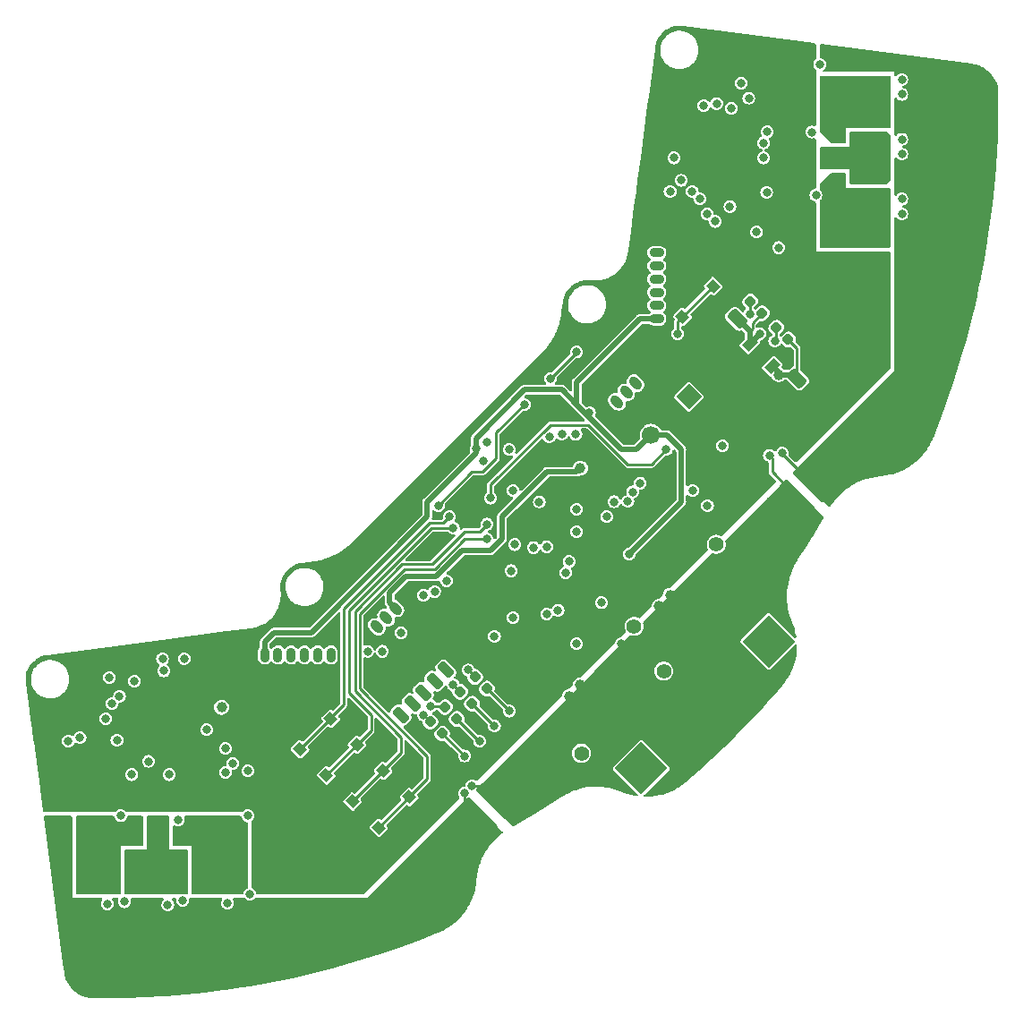
<source format=gbr>
%TF.GenerationSoftware,KiCad,Pcbnew,(6.0.8)*%
%TF.CreationDate,2022-12-08T06:23:49+09:00*%
%TF.ProjectId,ORION_VV_driver_v3,4f52494f-4e5f-4565-965f-647269766572,rev?*%
%TF.SameCoordinates,Original*%
%TF.FileFunction,Copper,L1,Top*%
%TF.FilePolarity,Positive*%
%FSLAX46Y46*%
G04 Gerber Fmt 4.6, Leading zero omitted, Abs format (unit mm)*
G04 Created by KiCad (PCBNEW (6.0.8)) date 2022-12-08 06:23:49*
%MOMM*%
%LPD*%
G01*
G04 APERTURE LIST*
G04 Aperture macros list*
%AMRoundRect*
0 Rectangle with rounded corners*
0 $1 Rounding radius*
0 $2 $3 $4 $5 $6 $7 $8 $9 X,Y pos of 4 corners*
0 Add a 4 corners polygon primitive as box body*
4,1,4,$2,$3,$4,$5,$6,$7,$8,$9,$2,$3,0*
0 Add four circle primitives for the rounded corners*
1,1,$1+$1,$2,$3*
1,1,$1+$1,$4,$5*
1,1,$1+$1,$6,$7*
1,1,$1+$1,$8,$9*
0 Add four rect primitives between the rounded corners*
20,1,$1+$1,$2,$3,$4,$5,0*
20,1,$1+$1,$4,$5,$6,$7,0*
20,1,$1+$1,$6,$7,$8,$9,0*
20,1,$1+$1,$8,$9,$2,$3,0*%
%AMHorizOval*
0 Thick line with rounded ends*
0 $1 width*
0 $2 $3 position (X,Y) of the first rounded end (center of the circle)*
0 $4 $5 position (X,Y) of the second rounded end (center of the circle)*
0 Add line between two ends*
20,1,$1,$2,$3,$4,$5,0*
0 Add two circle primitives to create the rounded ends*
1,1,$1,$2,$3*
1,1,$1,$4,$5*%
%AMRotRect*
0 Rectangle, with rotation*
0 The origin of the aperture is its center*
0 $1 length*
0 $2 width*
0 $3 Rotation angle, in degrees counterclockwise*
0 Add horizontal line*
21,1,$1,$2,0,0,$3*%
%AMFreePoly0*
4,1,9,3.862500,-0.866500,0.737500,-0.866500,0.737500,-0.450000,-0.737500,-0.450000,-0.737500,0.450000,0.737500,0.450000,0.737500,0.866500,3.862500,0.866500,3.862500,-0.866500,3.862500,-0.866500,$1*%
G04 Aperture macros list end*
%TA.AperFunction,ComponentPad*%
%ADD10RoundRect,0.225000X0.176777X-0.494975X0.494975X-0.176777X-0.176777X0.494975X-0.494975X0.176777X0*%
%TD*%
%TA.AperFunction,ComponentPad*%
%ADD11HorizOval,0.900000X-0.176777X0.176777X0.176777X-0.176777X0*%
%TD*%
%TA.AperFunction,SMDPad,CuDef*%
%ADD12RotRect,1.300000X0.900000X225.000000*%
%TD*%
%TA.AperFunction,SMDPad,CuDef*%
%ADD13FreePoly0,225.000000*%
%TD*%
%TA.AperFunction,SMDPad,CuDef*%
%ADD14RoundRect,0.218750X0.335876X0.026517X0.026517X0.335876X-0.335876X-0.026517X-0.026517X-0.335876X0*%
%TD*%
%TA.AperFunction,SMDPad,CuDef*%
%ADD15RotRect,0.900000X1.000000X45.000000*%
%TD*%
%TA.AperFunction,SMDPad,CuDef*%
%ADD16RoundRect,0.250000X0.689429X0.229810X0.229810X0.689429X-0.689429X-0.229810X-0.229810X-0.689429X0*%
%TD*%
%TA.AperFunction,SMDPad,CuDef*%
%ADD17RoundRect,0.250000X1.069499X-1.440730X1.440730X-1.069499X-1.069499X1.440730X-1.440730X1.069499X0*%
%TD*%
%TA.AperFunction,SMDPad,CuDef*%
%ADD18RoundRect,0.250000X0.650000X-0.325000X0.650000X0.325000X-0.650000X0.325000X-0.650000X-0.325000X0*%
%TD*%
%TA.AperFunction,SMDPad,CuDef*%
%ADD19RoundRect,0.218750X-0.335876X-0.026517X-0.026517X-0.335876X0.335876X0.026517X0.026517X0.335876X0*%
%TD*%
%TA.AperFunction,SMDPad,CuDef*%
%ADD20R,1.450000X1.100000*%
%TD*%
%TA.AperFunction,SMDPad,CuDef*%
%ADD21R,2.899999X1.350000*%
%TD*%
%TA.AperFunction,ComponentPad*%
%ADD22RotRect,1.700000X1.700000X315.000000*%
%TD*%
%TA.AperFunction,ComponentPad*%
%ADD23HorizOval,1.700000X0.000000X0.000000X0.000000X0.000000X0*%
%TD*%
%TA.AperFunction,ComponentPad*%
%ADD24C,1.400000*%
%TD*%
%TA.AperFunction,ComponentPad*%
%ADD25RotRect,3.500000X3.500000X45.000000*%
%TD*%
%TA.AperFunction,ComponentPad*%
%ADD26C,3.500000*%
%TD*%
%TA.AperFunction,ComponentPad*%
%ADD27RoundRect,0.225000X0.475000X-0.225000X0.475000X0.225000X-0.475000X0.225000X-0.475000X-0.225000X0*%
%TD*%
%TA.AperFunction,ComponentPad*%
%ADD28O,1.400000X0.900000*%
%TD*%
%TA.AperFunction,SMDPad,CuDef*%
%ADD29RoundRect,0.250000X0.325000X0.650000X-0.325000X0.650000X-0.325000X-0.650000X0.325000X-0.650000X0*%
%TD*%
%TA.AperFunction,SMDPad,CuDef*%
%ADD30RoundRect,0.250000X0.229810X-0.689429X0.689429X-0.229810X-0.229810X0.689429X-0.689429X0.229810X0*%
%TD*%
%TA.AperFunction,SMDPad,CuDef*%
%ADD31RotRect,0.900000X1.000000X225.000000*%
%TD*%
%TA.AperFunction,SMDPad,CuDef*%
%ADD32RoundRect,0.250000X-1.069499X1.440730X-1.440730X1.069499X1.069499X-1.440730X1.440730X-1.069499X0*%
%TD*%
%TA.AperFunction,ComponentPad*%
%ADD33RoundRect,0.225000X-0.176777X0.494975X-0.494975X0.176777X0.176777X-0.494975X0.494975X-0.176777X0*%
%TD*%
%TA.AperFunction,SMDPad,CuDef*%
%ADD34RoundRect,0.225000X-0.250000X0.225000X-0.250000X-0.225000X0.250000X-0.225000X0.250000X0.225000X0*%
%TD*%
%TA.AperFunction,ComponentPad*%
%ADD35RoundRect,0.225000X-0.225000X-0.475000X0.225000X-0.475000X0.225000X0.475000X-0.225000X0.475000X0*%
%TD*%
%TA.AperFunction,ComponentPad*%
%ADD36O,0.900000X1.400000*%
%TD*%
%TA.AperFunction,SMDPad,CuDef*%
%ADD37RoundRect,0.225000X-0.225000X-0.250000X0.225000X-0.250000X0.225000X0.250000X-0.225000X0.250000X0*%
%TD*%
%TA.AperFunction,ComponentPad*%
%ADD38RoundRect,0.225000X-0.247487X0.565685X-0.565685X0.247487X0.247487X-0.565685X0.565685X-0.247487X0*%
%TD*%
%TA.AperFunction,SMDPad,CuDef*%
%ADD39R,1.100000X1.450000*%
%TD*%
%TA.AperFunction,SMDPad,CuDef*%
%ADD40R,1.350000X2.899999*%
%TD*%
%TA.AperFunction,ComponentPad*%
%ADD41RoundRect,0.625000X-0.625000X-0.625000X0.625000X-0.625000X0.625000X0.625000X-0.625000X0.625000X0*%
%TD*%
%TA.AperFunction,ComponentPad*%
%ADD42RoundRect,0.625000X-0.625000X0.625000X-0.625000X-0.625000X0.625000X-0.625000X0.625000X0.625000X0*%
%TD*%
%TA.AperFunction,ViaPad*%
%ADD43C,1.000000*%
%TD*%
%TA.AperFunction,ViaPad*%
%ADD44C,0.800000*%
%TD*%
%TA.AperFunction,Conductor*%
%ADD45C,0.500000*%
%TD*%
%TA.AperFunction,Conductor*%
%ADD46C,0.250000*%
%TD*%
G04 APERTURE END LIST*
D10*
%TO.P,J2,1,Pin_1*%
%TO.N,GND*%
X103710919Y-124686865D03*
D11*
%TO.P,J2,2,Pin_2*%
%TO.N,+5V*%
X104594802Y-123802982D03*
%TO.P,J2,3,Pin_3*%
%TO.N,/CAN_H*%
X105478686Y-122919098D03*
%TO.P,J2,4,Pin_4*%
%TO.N,/CAN_L*%
X106362569Y-122035215D03*
%TD*%
D12*
%TO.P,U2,1,OUT*%
%TO.N,+12V*%
X119284945Y-120426547D03*
D13*
%TO.P,U2,2,GND*%
%TO.N,GND*%
X118162413Y-119427759D03*
D12*
%TO.P,U2,3,IN*%
%TO.N,Net-(C2-Pad2)*%
X117163625Y-118305227D03*
%TD*%
D14*
%TO.P,D2,1,K*%
%TO.N,Net-(D2-Pad1)*%
X90894609Y-152352419D03*
%TO.P,D2,2,A*%
%TO.N,/LED_1*%
X89780915Y-151238725D03*
%TD*%
D15*
%TO.P,SW4,1,1*%
%TO.N,GND*%
X78873792Y-155110135D03*
X75974655Y-158009272D03*
%TO.P,SW4,2,2*%
%TO.N,/SW2*%
X77106026Y-159140643D03*
X80005163Y-156241506D03*
%TD*%
D16*
%TO.P,C37,1*%
%TO.N,/M0_CSL*%
X127292930Y-125818237D03*
%TO.P,C37,2*%
%TO.N,GND*%
X125206964Y-123732271D03*
%TD*%
D17*
%TO.P,R26,1*%
%TO.N,+BATT*%
X121653753Y-132906982D03*
%TO.P,R26,2*%
%TO.N,/M0_CSL*%
X122979579Y-131581156D03*
%TD*%
D18*
%TO.P,C26,1*%
%TO.N,/M1_CSL*%
X80288006Y-171505088D03*
%TO.P,C26,2*%
%TO.N,GND*%
X80288006Y-168555088D03*
%TD*%
D15*
%TO.P,SW5,1,1*%
%TO.N,GND*%
X76398919Y-152635261D03*
X73499782Y-155534398D03*
%TO.P,SW5,2,2*%
%TO.N,/SW3*%
X74631153Y-156665769D03*
X77530290Y-153766632D03*
%TD*%
D19*
%TO.P,D14,1,K*%
%TO.N,Net-(D14-Pad1)*%
X117207819Y-114318912D03*
%TO.P,D14,2,A*%
%TO.N,Net-(C2-Pad2)*%
X118321513Y-115432606D03*
%TD*%
D20*
%TO.P,J12,1,Pin_1*%
%TO.N,/M0_U*%
X125557306Y-98733624D03*
%TO.P,J12,2,Pin_2*%
%TO.N,/M0_V*%
X125557306Y-100733625D03*
%TO.P,J12,3,Pin_3*%
%TO.N,/M0_W*%
X125557306Y-102733624D03*
D21*
%TO.P,J12,4,Pin_4*%
%TO.N,GND*%
X119582307Y-95838626D03*
%TO.P,J12,5,Pin_5*%
X119582307Y-105628622D03*
%TD*%
D22*
%TO.P,J14,1,Pin_1*%
%TO.N,Net-(C2-Pad2)*%
X111418382Y-123343363D03*
D23*
%TO.P,J14,2,Pin_2*%
%TO.N,GND*%
X109622331Y-125139414D03*
%TO.P,J14,3,Pin_3*%
%TO.N,+3V3*%
X107826280Y-126935465D03*
%TD*%
D14*
%TO.P,D1,1,K*%
%TO.N,Net-(D1-Pad1)*%
X89452111Y-153794917D03*
%TO.P,D1,2,A*%
%TO.N,/LED_0*%
X88338417Y-152681223D03*
%TD*%
D16*
%TO.P,C36,1*%
%TO.N,/M0_CSL*%
X129060697Y-124050470D03*
%TO.P,C36,2*%
%TO.N,GND*%
X126974731Y-121964504D03*
%TD*%
D24*
%TO.P,J11,*%
%TO.N,*%
X106221148Y-145051540D03*
X113999323Y-137273366D03*
D25*
%TO.P,J11,1,Pin_1*%
%TO.N,GND*%
X118949070Y-146465754D03*
D26*
%TO.P,J11,2,Pin_2*%
%TO.N,+BATT*%
X115413536Y-150001288D03*
%TD*%
D27*
%TO.P,J6,1,Pin_1*%
%TO.N,GND*%
X108365171Y-117211545D03*
D28*
%TO.P,J6,2,Pin_2*%
%TO.N,+3V3*%
X108365171Y-115961545D03*
%TO.P,J6,3,Pin_3*%
%TO.N,/NSS_ENC1*%
X108365171Y-114711545D03*
%TO.P,J6,4,Pin_4*%
%TO.N,/SPI_CLK*%
X108365171Y-113461545D03*
%TO.P,J6,5,Pin_5*%
%TO.N,/SPI_MISO*%
X108365171Y-112211545D03*
%TO.P,J6,6,Pin_6*%
%TO.N,/SPI_MOSI*%
X108365171Y-110961545D03*
%TO.P,J6,7,Pin_7*%
%TO.N,/TEMP_1*%
X108365171Y-109711545D03*
%TD*%
D18*
%TO.P,C3,1*%
%TO.N,/M1_CSL*%
X71802725Y-171565875D03*
%TO.P,C3,2*%
%TO.N,GND*%
X71802725Y-168615875D03*
%TD*%
D29*
%TO.P,C25,1*%
%TO.N,/M0_CSL*%
X131614034Y-120179060D03*
%TO.P,C25,2*%
%TO.N,GND*%
X128664034Y-120179060D03*
%TD*%
D15*
%TO.P,SW3,1,1*%
%TO.N,GND*%
X78449529Y-160484146D03*
X81348666Y-157585009D03*
%TO.P,SW3,2,2*%
%TO.N,/SW1*%
X79580900Y-161615517D03*
X82480037Y-158716380D03*
%TD*%
D30*
%TO.P,C4,1*%
%TO.N,GND*%
X119550110Y-123696917D03*
%TO.P,C4,2*%
%TO.N,+12V*%
X121636076Y-121610951D03*
%TD*%
D14*
%TO.P,D4,1,K*%
%TO.N,Net-(D4-Pad1)*%
X88066181Y-155180846D03*
%TO.P,D4,2,A*%
%TO.N,+3V3*%
X86952487Y-154067152D03*
%TD*%
D31*
%TO.P,SW1,1,1*%
%TO.N,GND*%
X114830172Y-113991876D03*
X111931035Y-116891013D03*
%TO.P,SW1,2,2*%
%TO.N,/NRST*%
X110799664Y-115759642D03*
X113698801Y-112860505D03*
%TD*%
D16*
%TO.P,C34,1*%
%TO.N,/M0_CSL*%
X125525163Y-127586004D03*
%TO.P,C34,2*%
%TO.N,GND*%
X123439197Y-125500038D03*
%TD*%
D32*
%TO.P,R20,1*%
%TO.N,+BATT*%
X92971735Y-161589000D03*
%TO.P,R20,2*%
%TO.N,/M1_CSL*%
X91645909Y-162914826D03*
%TD*%
D16*
%TO.P,C33,1*%
%TO.N,/M1_CSL*%
X84159417Y-168951750D03*
%TO.P,C33,2*%
%TO.N,GND*%
X82073451Y-166865784D03*
%TD*%
%TO.P,C32,1*%
%TO.N,/M0_CSL*%
X123757396Y-129353771D03*
%TO.P,C32,2*%
%TO.N,GND*%
X121671430Y-127267805D03*
%TD*%
D30*
%TO.P,C2,1*%
%TO.N,GND*%
X113893256Y-118040062D03*
%TO.P,C2,2*%
%TO.N,Net-(C2-Pad2)*%
X115979222Y-115954096D03*
%TD*%
D33*
%TO.P,J3,1,Pin_1*%
%TO.N,GND*%
X84530647Y-142452923D03*
D11*
%TO.P,J3,2,Pin_2*%
%TO.N,+5V*%
X83646764Y-143336806D03*
%TO.P,J3,3,Pin_3*%
%TO.N,/CAN_H*%
X82762880Y-144220690D03*
%TO.P,J3,4,Pin_4*%
%TO.N,/CAN_L*%
X81878997Y-145104573D03*
%TD*%
D34*
%TO.P,C38,1*%
%TO.N,GND*%
X51296628Y-162184020D03*
%TO.P,C38,2*%
%TO.N,/M1_CSL*%
X51296628Y-163734020D03*
%TD*%
D16*
%TO.P,C10,1*%
%TO.N,/M1_CSL*%
X89462717Y-163648450D03*
%TO.P,C10,2*%
%TO.N,GND*%
X87376751Y-161562484D03*
%TD*%
D24*
%TO.P,J15,*%
%TO.N,*%
X101253723Y-157054678D03*
X109031897Y-149276504D03*
D25*
%TO.P,J15,1,Pin_1*%
%TO.N,GND*%
X106910577Y-158468892D03*
D26*
%TO.P,J15,2,Pin_2*%
%TO.N,+BATT*%
X110446111Y-154933358D03*
%TD*%
D35*
%TO.P,J5,1,Pin_1*%
%TO.N,GND*%
X70034958Y-147756224D03*
D36*
%TO.P,J5,2,Pin_2*%
%TO.N,+3V3*%
X71284958Y-147756224D03*
%TO.P,J5,3,Pin_3*%
%TO.N,/NSS_ENC0*%
X72534958Y-147756224D03*
%TO.P,J5,4,Pin_4*%
%TO.N,/SPI_CLK*%
X73784958Y-147756224D03*
%TO.P,J5,5,Pin_5*%
%TO.N,/SPI_MISO*%
X75034958Y-147756224D03*
%TO.P,J5,6,Pin_6*%
%TO.N,/SPI_MOSI*%
X76284958Y-147756224D03*
%TO.P,J5,7,Pin_7*%
%TO.N,/TEMP_0*%
X77534958Y-147756224D03*
%TD*%
D14*
%TO.P,D3,1,K*%
%TO.N,Net-(D3-Pad1)*%
X92308822Y-150938205D03*
%TO.P,D3,2,A*%
%TO.N,/LED_2*%
X91195128Y-149824511D03*
%TD*%
D37*
%TO.P,C39,1*%
%TO.N,GND*%
X122646520Y-90834128D03*
%TO.P,C39,2*%
%TO.N,/M0_CSL*%
X124196520Y-90834128D03*
%TD*%
D19*
%TO.P,D15,1,K*%
%TO.N,Net-(D15-Pad1)*%
X119682693Y-116793786D03*
%TO.P,D15,2,A*%
%TO.N,+12V*%
X120796387Y-117907480D03*
%TD*%
D38*
%TO.P,J4,1,Pin_1*%
%TO.N,GND*%
X89480395Y-148109778D03*
%TO.P,J4,2,Pin_2*%
%TO.N,Net-(D5-Pad2)*%
X88419735Y-149170438D03*
%TO.P,J4,3,Pin_3*%
%TO.N,/SWCLK*%
X87359075Y-150231098D03*
%TO.P,J4,4,Pin_4*%
%TO.N,/SWDIO*%
X86298414Y-151291759D03*
%TO.P,J4,5,Pin_5*%
%TO.N,/UART1_TX*%
X85237754Y-152352419D03*
%TO.P,J4,6,Pin_6*%
%TO.N,/UART1_RX*%
X84177094Y-153413079D03*
%TD*%
D16*
%TO.P,C31,1*%
%TO.N,/M1_CSL*%
X85927183Y-167183984D03*
%TO.P,C31,2*%
%TO.N,GND*%
X83841217Y-165098018D03*
%TD*%
D29*
%TO.P,C30,1*%
%TO.N,/M0_CSL*%
X131614034Y-114522206D03*
%TO.P,C30,2*%
%TO.N,GND*%
X128664034Y-114522206D03*
%TD*%
D16*
%TO.P,C35,1*%
%TO.N,/M1_CSL*%
X87694950Y-165416217D03*
%TO.P,C35,2*%
%TO.N,GND*%
X85608984Y-163330251D03*
%TD*%
D18*
%TO.P,C1,1*%
%TO.N,/M1_CSL*%
X74631152Y-171505088D03*
%TO.P,C1,2*%
%TO.N,GND*%
X74631152Y-168555088D03*
%TD*%
%TO.P,C28,1*%
%TO.N,/M1_CSL*%
X77459579Y-171505088D03*
%TO.P,C28,2*%
%TO.N,GND*%
X77459579Y-168555088D03*
%TD*%
D29*
%TO.P,C27,1*%
%TO.N,/M0_CSL*%
X131614034Y-117350633D03*
%TO.P,C27,2*%
%TO.N,GND*%
X128664034Y-117350633D03*
%TD*%
%TO.P,C29,1*%
%TO.N,/M0_CSL*%
X131614034Y-111693778D03*
%TO.P,C29,2*%
%TO.N,GND*%
X128664034Y-111693778D03*
%TD*%
D39*
%TO.P,J13,1,Pin_1*%
%TO.N,/M1_U*%
X63317444Y-165080340D03*
%TO.P,J13,2,Pin_2*%
%TO.N,/M1_V*%
X61317443Y-165080340D03*
%TO.P,J13,3,Pin_3*%
%TO.N,/M1_W*%
X59317444Y-165080340D03*
D40*
%TO.P,J13,4,Pin_4*%
%TO.N,GND*%
X66212442Y-159105341D03*
%TO.P,J13,5,Pin_5*%
X56422446Y-159105341D03*
%TD*%
D15*
%TO.P,SW2,1,1*%
%TO.N,GND*%
X83823540Y-160059883D03*
X80924403Y-162959020D03*
%TO.P,SW2,2,2*%
%TO.N,/SW0*%
X82055774Y-164090391D03*
X84954911Y-161191254D03*
%TD*%
D41*
%TO.P,GD2,25,PAD*%
%TO.N,GND*%
X114582685Y-100380070D03*
%TD*%
D42*
%TO.P,GD1,25,PAD*%
%TO.N,GND*%
X61139017Y-153823739D03*
%TD*%
D43*
%TO.N,GND*%
X50589522Y-154473739D03*
X50943075Y-157655719D03*
X115289792Y-90480575D03*
X118118219Y-90480575D03*
%TO.N,+5V*%
X101150963Y-130078555D03*
%TO.N,/M1_W*%
X55539269Y-164373234D03*
X54125055Y-165787447D03*
X55539269Y-167201661D03*
X56953483Y-167201661D03*
X56953483Y-168615874D03*
X55539269Y-168615874D03*
X54125055Y-168615874D03*
D44*
X52710842Y-155887952D03*
D43*
X55539269Y-165787447D03*
X56953483Y-165787447D03*
X54125055Y-164373234D03*
D44*
X56387797Y-171302880D03*
D43*
X54125055Y-167201661D03*
%TO.N,/M1_V*%
X61196123Y-165787447D03*
X62610337Y-167201661D03*
X61196123Y-168615874D03*
X59781910Y-167201661D03*
X59781910Y-168615874D03*
D44*
X58721250Y-159069933D03*
D43*
X62610337Y-168615874D03*
X61196123Y-167201661D03*
D44*
X62115362Y-171373591D03*
D43*
X61196123Y-164373234D03*
%TO.N,/M1_U*%
X68974298Y-165787447D03*
X67560084Y-165787447D03*
D44*
X67772216Y-171232169D03*
D43*
X66145871Y-168615874D03*
X66145871Y-167201661D03*
X66145871Y-165787447D03*
X66145871Y-164373234D03*
X68974298Y-164373234D03*
X68974298Y-168615874D03*
X68974298Y-167201661D03*
X67560084Y-167201661D03*
D44*
X68267191Y-158009273D03*
D43*
X67560084Y-168615874D03*
%TO.N,/M0_W*%
X129078374Y-107097584D03*
X124835734Y-107097584D03*
D44*
X131553248Y-106036924D03*
D43*
X127664161Y-105683371D03*
X129078374Y-108511798D03*
D44*
X119885986Y-109218905D03*
D43*
X124835734Y-108511798D03*
X127664161Y-108511798D03*
X126249947Y-105683371D03*
X129078374Y-105683371D03*
X127664161Y-107097584D03*
X126249947Y-107097584D03*
X126249947Y-108511798D03*
%TO.N,/M0_V*%
X129078374Y-99319410D03*
X127664161Y-102147837D03*
X129078374Y-100733623D03*
D44*
X118471773Y-99319410D03*
D43*
X129078374Y-102147837D03*
D44*
X131553248Y-100380070D03*
D43*
X127664161Y-100733623D03*
X126249947Y-100733623D03*
X124835734Y-100733623D03*
X127664161Y-99319410D03*
D44*
%TO.N,/M1_UL*%
X58960590Y-150231098D03*
X99026336Y-143513584D03*
%TO.N,/M1_VL*%
X99733443Y-139978050D03*
X61620387Y-148109778D03*
%TO.N,/M1_WL*%
X61742745Y-149256733D03*
X97965676Y-143867137D03*
%TO.N,Net-(GD1-Pad9)*%
X69681405Y-162959020D03*
X69681405Y-158716379D03*
%TO.N,Net-(GD1-Pad10)*%
X63109502Y-163360176D03*
X67560084Y-156595059D03*
%TO.N,Net-(GD1-Pad11)*%
X65792070Y-154827540D03*
X57660589Y-162959020D03*
%TO.N,Net-(GD1-Pad13)*%
X69893537Y-170383641D03*
X67560084Y-158858774D03*
%TO.N,Net-(GD1-Pad16)*%
X63529576Y-170949327D03*
X60294209Y-157814465D03*
%TO.N,Net-(GD1-Pad19)*%
X58014143Y-171090748D03*
X57307036Y-155817242D03*
%TO.N,/M1_UH*%
X56246376Y-153766632D03*
X103622530Y-134674749D03*
%TO.N,/M1_VH*%
X100794103Y-133967642D03*
X56839269Y-152352418D03*
%TO.N,/M1_WH*%
X57546376Y-151645312D03*
X100794103Y-136088962D03*
%TO.N,/M0_UL*%
X111725043Y-103902844D03*
X98196179Y-127127077D03*
%TO.N,/M0_VL*%
X110693598Y-102854944D03*
X99379889Y-126879181D03*
%TO.N,/M0_WL*%
X100723943Y-126891123D03*
X109632938Y-103915604D03*
%TO.N,Net-(GD2-Pad9)*%
X123775073Y-91894789D03*
X112814918Y-95783876D03*
%TO.N,Net-(GD2-Pad10)*%
X123067967Y-98289824D03*
X114034324Y-95589068D03*
%TO.N,Net-(GD2-Pad11)*%
X123421520Y-104269157D03*
X115425356Y-96042115D03*
%TO.N,Net-(GD2-Pad13)*%
X131553248Y-93309002D03*
X117074952Y-95076769D03*
%TO.N,Net-(GD2-Pad16)*%
X118471773Y-100733623D03*
X131553248Y-98965856D03*
%TO.N,Net-(GD2-Pad19)*%
X117817345Y-107752012D03*
X131553248Y-104622711D03*
%TO.N,/M0_UH*%
X113875578Y-106744031D03*
X105630490Y-133237803D03*
%TO.N,/M0_VH*%
X106080010Y-132323972D03*
X113140189Y-106036924D03*
%TO.N,/M0_WH*%
X112449111Y-104609907D03*
X106804511Y-131492768D03*
D43*
%TO.N,+BATT*%
X109632938Y-142099370D03*
D44*
X105036744Y-146695564D03*
D43*
X108572278Y-143160030D03*
X105036744Y-154473739D03*
X103976084Y-155534399D03*
X101147656Y-150584651D03*
X119178879Y-133260535D03*
X100086996Y-151645312D03*
D44*
X90894608Y-160130593D03*
X119020134Y-128859149D03*
D43*
X112461365Y-147049117D03*
X113522025Y-145988457D03*
%TO.N,/M0_U*%
X124835734Y-95076769D03*
X126249947Y-93662555D03*
X127664161Y-96490983D03*
D44*
X116350452Y-93662555D03*
D43*
X129078374Y-93662555D03*
X129078374Y-96490983D03*
X129078374Y-95076769D03*
D44*
X131553248Y-94723216D03*
D43*
X127664161Y-95076769D03*
X127664161Y-93662555D03*
X124835734Y-96490983D03*
X126249947Y-96490983D03*
X126249947Y-95076769D03*
D44*
%TO.N,Net-(D1-Pad1)*%
X91601715Y-155887952D03*
%TO.N,Net-(D2-Pad1)*%
X93015928Y-154473739D03*
%TO.N,Net-(D3-Pad1)*%
X94430142Y-153059525D03*
%TO.N,Net-(D4-Pad1)*%
X90187501Y-157302166D03*
%TO.N,/SW0*%
X92308822Y-136796069D03*
%TO.N,/SW1*%
X92308822Y-135381856D03*
%TO.N,/M1_CS*%
X81012507Y-147402671D03*
X94404046Y-128310788D03*
%TO.N,/M0_CS*%
X92662375Y-132906982D03*
X109279384Y-128310788D03*
%TO.N,/CAN_L*%
X111754258Y-132199875D03*
%TO.N,/SW2*%
X89126841Y-135735409D03*
%TO.N,/SW3*%
X88773288Y-134674749D03*
%TO.N,/CAN_H*%
X113168472Y-133614089D03*
%TO.N,/SWCLK*%
X93015928Y-145988457D03*
%TO.N,/UART1_TX*%
X94783695Y-132199875D03*
X84177094Y-145634904D03*
%TO.N,/UART1_RX*%
X97258569Y-133260535D03*
X82409327Y-147402671D03*
%TO.N,/NSS_ENC0*%
X94783695Y-144220690D03*
%TO.N,/NRST*%
X95844356Y-124068147D03*
X100794103Y-119101006D03*
X110340045Y-117350633D03*
X98319229Y-121593273D03*
X87712628Y-133614089D03*
%TO.N,+3V3*%
X91265486Y-128257401D03*
X105743851Y-138210283D03*
X86298414Y-153413078D03*
X101996185Y-124845965D03*
X100069603Y-138917389D03*
%TO.N,GND*%
X67913638Y-161898360D03*
D43*
X72156278Y-151291758D03*
D44*
X95844356Y-136406453D03*
D43*
X71802725Y-167201661D03*
X107511617Y-101794283D03*
D44*
X109632938Y-139978050D03*
X122360860Y-94723216D03*
D43*
X125896394Y-110986672D03*
D44*
X78520239Y-164726787D03*
X85237754Y-141745817D03*
X121653753Y-125835914D03*
D43*
X76045366Y-167201661D03*
X127310607Y-112400885D03*
X123067967Y-110986672D03*
D44*
X60842570Y-161898360D03*
X123421520Y-121946827D03*
D43*
X54478609Y-149170438D03*
D44*
X91601715Y-141038710D03*
D43*
X71802725Y-165787447D03*
D44*
X72156278Y-159069933D03*
X105390297Y-130785661D03*
D43*
X50943075Y-160484146D03*
D44*
X117411112Y-122300380D03*
X79580900Y-165787447D03*
D43*
X107511617Y-106036924D03*
X127310607Y-115229312D03*
D44*
X96197909Y-153413078D03*
X55185716Y-161898360D03*
D43*
X66499424Y-147049117D03*
D44*
X107158064Y-139624496D03*
X66499424Y-161898360D03*
D43*
X71802725Y-161544806D03*
D44*
X87217653Y-137503176D03*
D43*
X108218724Y-98258750D03*
X71802725Y-162959020D03*
D44*
X77459579Y-163666127D03*
D43*
X73216939Y-167201661D03*
X121300200Y-90834128D03*
D44*
X110693598Y-118411293D03*
X117411112Y-132199875D03*
D43*
X121653753Y-110986672D03*
X127310607Y-113815099D03*
X59428356Y-148463331D03*
D44*
X117057559Y-109926011D03*
X96868953Y-135381856D03*
X56599929Y-161898360D03*
X122007306Y-108529191D03*
D43*
X80288006Y-167201661D03*
D44*
X122007306Y-123361040D03*
X122007306Y-102854944D03*
X94430142Y-155180845D03*
X107865171Y-141745817D03*
D43*
X127310607Y-110986672D03*
D44*
X92109542Y-134350711D03*
X100794103Y-148816884D03*
X120946646Y-124421700D03*
X124835734Y-120532613D03*
X105743851Y-141745817D03*
X97965676Y-151645312D03*
X101147656Y-131492768D03*
X90894608Y-158716379D03*
D43*
X71802725Y-164373234D03*
X108925831Y-94723216D03*
D44*
X70742065Y-159069933D03*
X62177376Y-161818952D03*
D43*
X83823540Y-163666127D03*
D44*
X92662375Y-156948612D03*
D43*
X124482180Y-110986672D03*
D44*
X94624950Y-135187048D03*
X102208317Y-147402671D03*
D43*
X77459579Y-167201661D03*
D44*
X114229132Y-135381856D03*
D43*
X78873793Y-167201661D03*
X127310607Y-116643526D03*
D44*
X95649548Y-134162450D03*
D43*
X127310607Y-119471953D03*
D44*
X88419734Y-160484146D03*
X99379889Y-150231098D03*
X100299128Y-125128807D03*
D43*
X127310607Y-118057739D03*
X73570492Y-152705972D03*
X74631152Y-167201661D03*
D44*
X106097404Y-143513584D03*
X111400705Y-138210283D03*
%TO.N,/LED_0*%
X87005521Y-152563577D03*
X88472753Y-140738175D03*
%TO.N,/LED_1*%
X87359074Y-141745817D03*
X89126841Y-150584651D03*
%TO.N,/LED_2*%
X90541055Y-149170438D03*
X86298414Y-142099370D03*
%TO.N,/TEMP_0*%
X91955268Y-129371448D03*
%TO.N,/BATT_V_SENS*%
X104329637Y-133260535D03*
X103126582Y-142806477D03*
%TO.N,/SPI_CLK*%
X97965676Y-137503176D03*
%TO.N,/SPI_MISO*%
X96715281Y-137584739D03*
%TO.N,/SPI_MOSI*%
X94942441Y-137308368D03*
%TO.N,/NSS_ENC1*%
X94588887Y-139783242D03*
%TO.N,/TEMP_1*%
X92308822Y-127603681D03*
%TO.N,/3V3_HARF_REF*%
X114582685Y-127957234D03*
X100794103Y-146695564D03*
D43*
%TO.N,/M1_CSL*%
X55185716Y-177454709D03*
X83116434Y-172151408D03*
X73570492Y-173212068D03*
X72156278Y-173212068D03*
X56599929Y-177454709D03*
X65085211Y-177454709D03*
X60842570Y-177454709D03*
X66499424Y-177454709D03*
D44*
X90187501Y-160837700D03*
D43*
X86298414Y-168969428D03*
X52357289Y-173212068D03*
X74984706Y-173212068D03*
X69327851Y-177454709D03*
X85237754Y-170030088D03*
X70742065Y-177454709D03*
X70742065Y-176040495D03*
X59428356Y-177454709D03*
X70742065Y-173212068D03*
X67913638Y-177454709D03*
X82055773Y-173212068D03*
X62256783Y-177454709D03*
X58014143Y-177454709D03*
X63670997Y-177454709D03*
X77813133Y-173212068D03*
X80641560Y-173212068D03*
X70742065Y-174626282D03*
X76398919Y-173212068D03*
X87359074Y-167908767D03*
X84177094Y-171090748D03*
X51296628Y-165080340D03*
X52357289Y-171797855D03*
X79227346Y-173212068D03*
X53771502Y-177454709D03*
%TO.N,/M0_CSL*%
X133674568Y-114522206D03*
X132684619Y-91894789D03*
X137917209Y-107451138D03*
X137917209Y-94723216D03*
X131199695Y-124068147D03*
X133674568Y-113107992D03*
X129078374Y-126189467D03*
X133674568Y-118764846D03*
X137917209Y-97551643D03*
X137917209Y-110279565D03*
X133674568Y-110279565D03*
X137917209Y-100380070D03*
X137917209Y-101794283D03*
D44*
X120239540Y-128664341D03*
D43*
X135088782Y-110279565D03*
X132260355Y-123007487D03*
X137917209Y-104622711D03*
X137917209Y-108865351D03*
X133674568Y-111693778D03*
X133957411Y-92036210D03*
X130139034Y-125128807D03*
X137917209Y-98965856D03*
X133674568Y-117350633D03*
X128017714Y-127250128D03*
X133674568Y-115936419D03*
X136502995Y-110279565D03*
X137917209Y-96137429D03*
X137917209Y-103208497D03*
X133674568Y-120179060D03*
X133321015Y-121946827D03*
X137917209Y-93309002D03*
X125542840Y-90834128D03*
X137917209Y-106036924D03*
D44*
%TO.N,Net-(C2-Pad2)*%
X118118219Y-117350633D03*
%TO.N,Net-(D14-Pad1)*%
X117163271Y-115477153D03*
%TO.N,Net-(D15-Pad1)*%
X119532433Y-118057739D03*
%TO.N,+12V*%
X56599929Y-149877545D03*
X62256783Y-159069933D03*
X63670997Y-148092384D03*
D43*
X119885986Y-121239720D03*
D44*
X118767879Y-103988072D03*
X118825326Y-98258750D03*
X115289792Y-105329817D03*
X53815554Y-155578451D03*
D43*
X67206531Y-152705972D03*
D44*
X109986491Y-100733623D03*
%TD*%
D45*
%TO.N,+5V*%
X93723035Y-136796069D02*
X93723035Y-134674749D01*
X93723035Y-134674749D02*
X97965676Y-130432108D01*
X83116434Y-142806477D02*
X83116434Y-141851204D01*
X92662375Y-137856729D02*
X93723035Y-136796069D01*
X84636034Y-140331603D02*
X87465140Y-140331603D01*
X100797409Y-130432108D02*
X101150963Y-130078555D01*
X97965676Y-130432108D02*
X100797409Y-130432108D01*
X83116434Y-141851204D02*
X84636034Y-140331603D01*
X83646764Y-143336807D02*
X83116434Y-142806477D01*
X89940014Y-137856729D02*
X92662375Y-137856729D01*
X87465140Y-140331603D02*
X89940014Y-137856729D01*
D46*
%TO.N,+BATT*%
X91513327Y-160130593D02*
X92971734Y-161589001D01*
X105743851Y-150231098D02*
X110446111Y-154933358D01*
X105036744Y-146695564D02*
X105743851Y-147402671D01*
X119020134Y-128859149D02*
X119284456Y-129123471D01*
X119284456Y-129123471D02*
X119284456Y-130449296D01*
X119284456Y-130449296D02*
X121697947Y-132862788D01*
X105743851Y-147402671D02*
X105743851Y-150231098D01*
X90894608Y-160130593D02*
X91513327Y-160130593D01*
%TO.N,Net-(D1-Pad1)*%
X91545146Y-155887952D02*
X91601715Y-155887952D01*
X89452110Y-153794916D02*
X91545146Y-155887952D01*
%TO.N,Net-(D2-Pad1)*%
X90894608Y-152352418D02*
X93015928Y-154473739D01*
%TO.N,Net-(D3-Pad1)*%
X94430142Y-153059525D02*
X92308822Y-150938205D01*
%TO.N,Net-(D4-Pad1)*%
X88066181Y-155180845D02*
X90187501Y-157302166D01*
%TO.N,/SW0*%
X84530647Y-139624496D02*
X80288006Y-143867137D01*
X92291417Y-136778664D02*
X90204906Y-136778664D01*
X86651967Y-157302166D02*
X86651967Y-159494197D01*
X86651967Y-159494197D02*
X84954911Y-161191253D01*
X80288006Y-143867137D02*
X80288006Y-150938205D01*
X87359074Y-139624496D02*
X84530647Y-139624496D01*
X84954911Y-161191253D02*
X82055773Y-164090391D01*
X92308822Y-136796069D02*
X92291417Y-136778664D01*
X90204906Y-136778664D02*
X87359074Y-139624496D01*
X80288006Y-150938205D02*
X86651967Y-157302166D01*
%TO.N,/SW1*%
X91601715Y-136088962D02*
X90187501Y-136088962D01*
X79838486Y-143609551D02*
X79838486Y-151195791D01*
X84177094Y-155534399D02*
X84177094Y-157019323D01*
X92308822Y-135381856D02*
X91601715Y-136088962D01*
X82480037Y-158716379D02*
X79580900Y-161615517D01*
X79838486Y-151195791D02*
X84177094Y-155534399D01*
X87101488Y-139174976D02*
X84273061Y-139174976D01*
X84273061Y-139174976D02*
X79838486Y-143609551D01*
X90187501Y-136088962D02*
X87101488Y-139174976D01*
X84177094Y-157019323D02*
X82480037Y-158716379D01*
%TO.N,/M0_CS*%
X107865171Y-129725001D02*
X105638463Y-129725001D01*
X92662375Y-131636267D02*
X92662375Y-132906982D01*
X105638463Y-129725001D02*
X101890797Y-125977335D01*
X101890797Y-125977335D02*
X98321307Y-125977335D01*
X109279384Y-128310788D02*
X107865171Y-129725001D01*
X98321307Y-125977335D02*
X92662375Y-131636267D01*
%TO.N,/SW2*%
X79227346Y-151291758D02*
X81348667Y-153413078D01*
X80005164Y-156241506D02*
X77106026Y-159140643D01*
X87039518Y-135735409D02*
X79227346Y-143547581D01*
X81348667Y-153413078D02*
X81348667Y-154898003D01*
X89126841Y-135735409D02*
X87039518Y-135735409D01*
X81348667Y-154898003D02*
X80005164Y-156241506D01*
X79227346Y-143547581D02*
X79227346Y-151291758D01*
%TO.N,/SW3*%
X78777826Y-152448385D02*
X77530290Y-153695921D01*
X88773288Y-134674749D02*
X88162148Y-135285888D01*
X88162148Y-135285888D02*
X86853322Y-135285888D01*
X77530290Y-153766632D02*
X74631152Y-156665770D01*
X86853322Y-135285888D02*
X78777826Y-143361384D01*
X77530290Y-153695921D02*
X77530290Y-153766632D01*
X78777826Y-143361384D02*
X78777826Y-152448385D01*
%TO.N,/NRST*%
X100794103Y-119101006D02*
X100794103Y-119118400D01*
X110340045Y-116219262D02*
X110799664Y-115759642D01*
X93182004Y-126730498D02*
X95844356Y-124068147D01*
X100794103Y-119118400D02*
X98319229Y-121593273D01*
X87712628Y-133614089D02*
X90894608Y-130432108D01*
X90894608Y-130432108D02*
X91919221Y-130432108D01*
X93182004Y-129169325D02*
X93182004Y-126730498D01*
X91919221Y-130432108D02*
X93182004Y-129169325D01*
X110340045Y-117350633D02*
X110340045Y-116219262D01*
X110799664Y-115759642D02*
X113698802Y-112860505D01*
D45*
%TO.N,+3V3*%
X86651967Y-134674749D02*
X75691812Y-145634904D01*
X101713342Y-124987386D02*
X105036744Y-128310788D01*
X100794103Y-124068147D02*
X99379889Y-122653934D01*
X86651967Y-133260535D02*
X86651967Y-134674749D01*
X95844356Y-122653934D02*
X91248161Y-127250128D01*
D46*
X86952488Y-154067152D02*
X86298414Y-153413078D01*
D45*
X105036744Y-128310788D02*
X106450957Y-128310788D01*
D46*
X101854763Y-124845965D02*
X101713342Y-124987386D01*
D45*
X106779384Y-115961546D02*
X100794103Y-121946827D01*
X108365171Y-115961546D02*
X106779384Y-115961546D01*
X110693598Y-128310788D02*
X110693598Y-133260535D01*
X72156278Y-145634904D02*
X71284957Y-146506225D01*
X91248161Y-127250128D02*
X91248161Y-128664341D01*
X110693598Y-133260535D02*
X105743851Y-138210283D01*
X99379889Y-122653934D02*
X95844356Y-122653934D01*
D46*
X101996185Y-124845965D02*
X101854763Y-124845965D01*
D45*
X91248161Y-128664341D02*
X86651967Y-133260535D01*
X100794103Y-124068147D02*
X101713342Y-124987386D01*
X106450957Y-128310788D02*
X107826280Y-126935465D01*
X107826280Y-126935465D02*
X109318275Y-126935465D01*
X109318275Y-126935465D02*
X110693598Y-128310788D01*
X71284957Y-146506225D02*
X71284957Y-147756224D01*
X100794103Y-121946827D02*
X100794103Y-124068147D01*
X75691812Y-145634904D02*
X72156278Y-145634904D01*
D46*
%TO.N,GND*%
X117411112Y-122300380D02*
X117693955Y-122017537D01*
D45*
X88066181Y-146695564D02*
X89480395Y-148109778D01*
X84530647Y-142452923D02*
X88066181Y-145988457D01*
D46*
X110693598Y-118411293D02*
X111047151Y-118764846D01*
D45*
X113168472Y-132199875D02*
X113168472Y-128685554D01*
X106943598Y-117211545D02*
X108365171Y-117211545D01*
D46*
X110693598Y-118411293D02*
X111931035Y-117173856D01*
D45*
X107865171Y-124068147D02*
X108551064Y-124068147D01*
X115572635Y-119719440D02*
X113893256Y-118040062D01*
X88066181Y-145988457D02*
X88066181Y-146695564D01*
X103710919Y-124686865D02*
X102208317Y-123184264D01*
D46*
X109918472Y-118764846D02*
X108365171Y-117211545D01*
D45*
X108551064Y-124068147D02*
X109622331Y-125139414D01*
D46*
X81348667Y-157585008D02*
X78449529Y-160484146D01*
D45*
X113168472Y-132199875D02*
X107158064Y-138210283D01*
D46*
X110693598Y-118411293D02*
X110340045Y-118764846D01*
D45*
X103710919Y-124686865D02*
X104506414Y-125482361D01*
X102208317Y-123184264D02*
X102208317Y-121946827D01*
D46*
X111931035Y-117173856D02*
X111931035Y-116891013D01*
D45*
X117870732Y-119719440D02*
X117870732Y-122017537D01*
D46*
X95649548Y-134162450D02*
X96868953Y-135381856D01*
X117693955Y-122017537D02*
X117870732Y-122017537D01*
X110340045Y-118764846D02*
X109918472Y-118764846D01*
X95844356Y-136406453D02*
X96868953Y-135381856D01*
X113168472Y-118764846D02*
X113893256Y-118040062D01*
D45*
X117870732Y-122017537D02*
X119550110Y-123696916D01*
D46*
X78873793Y-155110135D02*
X75974655Y-158009273D01*
D45*
X102208317Y-121946827D02*
X106943598Y-117211545D01*
X118162413Y-119427759D02*
X117870732Y-119719440D01*
X117870732Y-119719440D02*
X115572635Y-119719440D01*
X113168472Y-128685554D02*
X109622331Y-125139414D01*
X104506414Y-125482361D02*
X106450957Y-125482361D01*
X107158064Y-138210283D02*
X107158064Y-139624496D01*
D46*
X114830173Y-113991875D02*
X111931035Y-116891013D01*
X111047151Y-118764846D02*
X113168472Y-118764846D01*
X76398919Y-152635261D02*
X73499781Y-155534399D01*
D45*
X106450957Y-125482361D02*
X107865171Y-124068147D01*
D46*
X95649548Y-134162450D02*
X94624950Y-135187048D01*
X83823540Y-160059882D02*
X80924402Y-162959020D01*
X95844356Y-136406453D02*
X94624950Y-135187048D01*
%TO.N,/LED_0*%
X88220771Y-152563577D02*
X88338417Y-152681223D01*
X87005521Y-152563577D02*
X88220771Y-152563577D01*
%TO.N,/LED_1*%
X89780915Y-151238725D02*
X89126841Y-150584651D01*
%TO.N,/LED_2*%
X91195128Y-149824512D02*
X90541055Y-149170438D01*
%TO.N,/M1_CSL*%
X90187501Y-161456418D02*
X90187501Y-160837700D01*
X91645909Y-162914826D02*
X90187501Y-161456418D01*
%TO.N,/M0_CSL*%
X120239540Y-128664341D02*
X120239540Y-128752729D01*
X120239540Y-128752729D02*
X123023772Y-131536962D01*
D45*
%TO.N,Net-(C2-Pad2)*%
X117163625Y-118305227D02*
X118118219Y-117350633D01*
X115979221Y-115954097D02*
X117163625Y-117138501D01*
D46*
X117411112Y-116343005D02*
X117411112Y-116891013D01*
X118321512Y-115432605D02*
X117411112Y-116343005D01*
X117411112Y-116891013D02*
X117163625Y-117138501D01*
D45*
X117163625Y-117138501D02*
X117163625Y-118305227D01*
D46*
%TO.N,Net-(D14-Pad1)*%
X117163271Y-114363460D02*
X117163271Y-115477153D01*
X117207819Y-114318912D02*
X117163271Y-114363460D01*
%TO.N,Net-(D15-Pad1)*%
X119682693Y-117907479D02*
X119682693Y-116793786D01*
X119532433Y-118057739D02*
X119682693Y-117907479D01*
D45*
%TO.N,+12V*%
X119885986Y-121027588D02*
X119284945Y-120426547D01*
D46*
X121636075Y-121610951D02*
X121636075Y-118747169D01*
D45*
X121264844Y-121239720D02*
X119885986Y-121239720D01*
X119885986Y-121239720D02*
X119885986Y-121027588D01*
X121636075Y-121610951D02*
X121264844Y-121239720D01*
D46*
X121636075Y-118747169D02*
X120796386Y-117907479D01*
%TD*%
%TA.AperFunction,Conductor*%
%TO.N,/M0_CSL*%
G36*
X138217531Y-91845686D02*
G01*
X138234457Y-91849898D01*
X138239967Y-91850633D01*
X138253265Y-91855591D01*
X138267395Y-91854292D01*
X138281461Y-91856168D01*
X138281384Y-91856742D01*
X138289340Y-91857116D01*
X138549989Y-91906129D01*
X138563441Y-91909433D01*
X138844601Y-91995138D01*
X138857612Y-91999900D01*
X139127674Y-92115961D01*
X139140082Y-92122123D01*
X139259767Y-92190000D01*
X139395756Y-92267124D01*
X139407410Y-92274609D01*
X139481400Y-92328094D01*
X139645631Y-92446813D01*
X139656395Y-92455534D01*
X139874261Y-92652843D01*
X139884004Y-92662695D01*
X140078894Y-92882737D01*
X140087496Y-92893597D01*
X140257049Y-93133703D01*
X140264406Y-93145442D01*
X140406574Y-93402713D01*
X140412598Y-93415190D01*
X140525658Y-93686508D01*
X140530276Y-93699570D01*
X140612865Y-93981665D01*
X140616021Y-93995155D01*
X140667140Y-94284612D01*
X140668796Y-94298367D01*
X140685923Y-94562344D01*
X140685808Y-94563864D01*
X140686971Y-94580611D01*
X140683084Y-94598304D01*
X140683085Y-94598306D01*
X140683084Y-94598309D01*
X140687129Y-94615403D01*
X140686806Y-94622627D01*
X140688223Y-94634798D01*
X140687244Y-96357096D01*
X140687215Y-96359683D01*
X140649755Y-98116448D01*
X140649673Y-98119040D01*
X140613679Y-98974044D01*
X140575765Y-99874650D01*
X140575628Y-99877261D01*
X140563198Y-100074847D01*
X140469505Y-101564212D01*
X140465307Y-101630938D01*
X140465116Y-101633546D01*
X140318428Y-103384563D01*
X140318183Y-103387166D01*
X140135190Y-105134766D01*
X140134891Y-105137363D01*
X139915668Y-106880838D01*
X139915314Y-106883429D01*
X139673972Y-108526576D01*
X139659978Y-108621849D01*
X139659577Y-108624400D01*
X139566874Y-109175726D01*
X139368192Y-110357328D01*
X139367731Y-110359902D01*
X139040479Y-112086247D01*
X139039966Y-112088811D01*
X138825892Y-113102664D01*
X138677023Y-113807710D01*
X138676939Y-113808106D01*
X138676376Y-113810642D01*
X138346694Y-115226040D01*
X138277759Y-115521991D01*
X138277145Y-115524505D01*
X137851723Y-117193393D01*
X137843102Y-117227213D01*
X137842436Y-117229718D01*
X137568306Y-118218874D01*
X137373151Y-118923061D01*
X137372427Y-118925573D01*
X136868111Y-120608791D01*
X136867335Y-120611288D01*
X136328177Y-122283749D01*
X136327348Y-122286229D01*
X136172038Y-122735829D01*
X135753967Y-123946084D01*
X135753646Y-123947012D01*
X135752767Y-123949475D01*
X135144692Y-125598085D01*
X135143762Y-125600528D01*
X134514574Y-127203141D01*
X134507632Y-127216084D01*
X134504629Y-127223468D01*
X134496495Y-127235094D01*
X134494207Y-127249099D01*
X134488863Y-127262241D01*
X134488767Y-127262202D01*
X134486445Y-127269900D01*
X134432040Y-127390368D01*
X134313686Y-127652439D01*
X134309210Y-127661385D01*
X134091828Y-128055912D01*
X134086678Y-128064440D01*
X133838665Y-128440502D01*
X133832841Y-128448611D01*
X133555809Y-128803771D01*
X133549350Y-128811407D01*
X133245002Y-129143483D01*
X133237970Y-129150570D01*
X133073096Y-129304020D01*
X132908228Y-129457464D01*
X132900640Y-129463983D01*
X132731101Y-129598331D01*
X132547608Y-129743737D01*
X132539543Y-129749622D01*
X132165413Y-130000499D01*
X132156909Y-130005724D01*
X131953165Y-130120032D01*
X131764070Y-130226121D01*
X131755158Y-130230666D01*
X131346069Y-130419206D01*
X131336824Y-130423029D01*
X130914076Y-130578516D01*
X130904576Y-130581588D01*
X130650017Y-130652871D01*
X130470812Y-130703052D01*
X130461079Y-130705365D01*
X130019054Y-130792033D01*
X130009169Y-130793566D01*
X129593008Y-130841298D01*
X129571210Y-130840873D01*
X129571179Y-130841648D01*
X129564065Y-130841361D01*
X129557031Y-130840274D01*
X129556315Y-130840326D01*
X129554245Y-130840964D01*
X129552567Y-130840896D01*
X129552631Y-130841461D01*
X129091708Y-130893477D01*
X129091697Y-130893479D01*
X129089346Y-130893744D01*
X129087024Y-130894186D01*
X129087018Y-130894187D01*
X128630000Y-130981200D01*
X128629996Y-130981201D01*
X128627653Y-130981647D01*
X128173937Y-131104243D01*
X128158681Y-131109634D01*
X127733053Y-131260033D01*
X127733039Y-131260038D01*
X127730802Y-131260829D01*
X127300791Y-131450506D01*
X127298683Y-131451634D01*
X127298676Y-131451637D01*
X126888470Y-131671062D01*
X126886369Y-131672186D01*
X126884361Y-131673464D01*
X126884360Y-131673465D01*
X126626743Y-131837483D01*
X126489914Y-131924598D01*
X126488012Y-131926022D01*
X126488005Y-131926027D01*
X126298264Y-132068099D01*
X126113702Y-132206293D01*
X125759891Y-132515655D01*
X125430509Y-132850909D01*
X125127448Y-133210133D01*
X124852445Y-133591264D01*
X124851204Y-133593292D01*
X124851189Y-133593314D01*
X124786675Y-133698709D01*
X124734051Y-133746367D01*
X124664016Y-133758009D01*
X124598804Y-133729938D01*
X124590115Y-133722023D01*
X121389295Y-130521203D01*
X121355269Y-130458891D01*
X121360334Y-130388076D01*
X121389295Y-130343013D01*
X130846141Y-120886167D01*
X130846141Y-106473019D01*
X130866143Y-106404898D01*
X130919799Y-106358405D01*
X130990073Y-106348301D01*
X131054653Y-106377795D01*
X131072103Y-106396315D01*
X131119939Y-106458656D01*
X131119943Y-106458660D01*
X131124966Y-106465206D01*
X131250407Y-106561460D01*
X131396486Y-106621968D01*
X131553248Y-106642606D01*
X131561436Y-106641528D01*
X131701822Y-106623046D01*
X131710010Y-106621968D01*
X131856089Y-106561460D01*
X131981530Y-106465206D01*
X132077784Y-106339765D01*
X132138292Y-106193686D01*
X132158930Y-106036924D01*
X132138292Y-105880162D01*
X132077784Y-105734083D01*
X132009307Y-105644842D01*
X131986553Y-105615188D01*
X131981530Y-105608642D01*
X131856089Y-105512388D01*
X131767834Y-105475832D01*
X131717642Y-105455041D01*
X131717640Y-105455040D01*
X131710010Y-105451880D01*
X131703750Y-105451056D01*
X131643897Y-105414576D01*
X131612873Y-105350717D01*
X131621300Y-105280222D01*
X131666501Y-105225473D01*
X131703388Y-105208627D01*
X131710010Y-105207755D01*
X131717636Y-105204596D01*
X131717637Y-105204596D01*
X131770988Y-105182497D01*
X131856089Y-105147247D01*
X131981530Y-105050993D01*
X132077784Y-104925552D01*
X132138292Y-104779473D01*
X132158930Y-104622711D01*
X132138292Y-104465949D01*
X132077784Y-104319870D01*
X132009307Y-104230629D01*
X131986553Y-104200975D01*
X131981530Y-104194429D01*
X131856089Y-104098175D01*
X131710010Y-104037667D01*
X131553248Y-104017029D01*
X131396486Y-104037667D01*
X131250407Y-104098175D01*
X131124966Y-104194429D01*
X131119943Y-104200975D01*
X131119939Y-104200979D01*
X131072103Y-104263320D01*
X131014765Y-104305187D01*
X130943894Y-104309409D01*
X130881992Y-104274645D01*
X130848710Y-104211932D01*
X130846141Y-104186616D01*
X130846141Y-100816165D01*
X130866143Y-100748044D01*
X130919799Y-100701551D01*
X130990073Y-100691447D01*
X131054653Y-100720941D01*
X131072103Y-100739461D01*
X131119939Y-100801802D01*
X131119943Y-100801806D01*
X131124966Y-100808352D01*
X131250407Y-100904606D01*
X131396486Y-100965114D01*
X131553248Y-100985752D01*
X131561436Y-100984674D01*
X131701822Y-100966192D01*
X131710010Y-100965114D01*
X131856089Y-100904606D01*
X131981530Y-100808352D01*
X132077784Y-100682911D01*
X132138292Y-100536832D01*
X132158930Y-100380070D01*
X132138292Y-100223308D01*
X132077784Y-100077229D01*
X131999726Y-99975502D01*
X131986553Y-99958334D01*
X131981530Y-99951788D01*
X131856089Y-99855534D01*
X131783050Y-99825280D01*
X131717640Y-99798186D01*
X131717637Y-99798185D01*
X131710010Y-99795026D01*
X131703747Y-99794202D01*
X131643893Y-99757719D01*
X131612871Y-99693859D01*
X131621299Y-99623364D01*
X131666501Y-99568617D01*
X131703386Y-99551772D01*
X131710010Y-99550900D01*
X131717637Y-99547741D01*
X131717640Y-99547740D01*
X131783049Y-99520646D01*
X131856089Y-99490392D01*
X131981530Y-99394138D01*
X132077784Y-99268697D01*
X132138292Y-99122618D01*
X132158930Y-98965856D01*
X132138292Y-98809094D01*
X132077784Y-98663015D01*
X132009307Y-98573774D01*
X131986553Y-98544120D01*
X131981530Y-98537574D01*
X131856089Y-98441320D01*
X131710010Y-98380812D01*
X131553248Y-98360174D01*
X131396486Y-98380812D01*
X131250407Y-98441320D01*
X131124966Y-98537574D01*
X131119943Y-98544120D01*
X131119939Y-98544124D01*
X131072103Y-98606465D01*
X131014765Y-98648332D01*
X130943894Y-98652554D01*
X130881992Y-98617790D01*
X130848710Y-98555077D01*
X130846141Y-98529761D01*
X130846141Y-95159311D01*
X130866143Y-95091190D01*
X130919799Y-95044697D01*
X130990073Y-95034593D01*
X131054653Y-95064087D01*
X131072103Y-95082607D01*
X131119939Y-95144948D01*
X131119943Y-95144952D01*
X131124966Y-95151498D01*
X131250407Y-95247752D01*
X131396486Y-95308260D01*
X131553248Y-95328898D01*
X131561436Y-95327820D01*
X131701822Y-95309338D01*
X131710010Y-95308260D01*
X131856089Y-95247752D01*
X131981530Y-95151498D01*
X132077784Y-95026057D01*
X132138292Y-94879978D01*
X132158930Y-94723216D01*
X132138292Y-94566454D01*
X132077784Y-94420375D01*
X131999726Y-94318647D01*
X131986553Y-94301480D01*
X131981530Y-94294934D01*
X131856089Y-94198680D01*
X131783050Y-94168426D01*
X131717640Y-94141332D01*
X131717637Y-94141331D01*
X131710010Y-94138172D01*
X131703747Y-94137348D01*
X131643893Y-94100865D01*
X131612871Y-94037005D01*
X131621299Y-93966510D01*
X131666501Y-93911763D01*
X131703386Y-93894918D01*
X131710010Y-93894046D01*
X131717637Y-93890887D01*
X131717640Y-93890886D01*
X131783049Y-93863792D01*
X131856089Y-93833538D01*
X131981530Y-93737284D01*
X132077784Y-93611843D01*
X132138292Y-93465764D01*
X132158930Y-93309002D01*
X132138292Y-93152240D01*
X132077784Y-93006161D01*
X132009307Y-92916920D01*
X131986553Y-92887266D01*
X131981530Y-92880720D01*
X131856089Y-92784466D01*
X131710010Y-92723958D01*
X131553248Y-92703320D01*
X131396486Y-92723958D01*
X131250407Y-92784466D01*
X131124966Y-92880720D01*
X131119943Y-92887266D01*
X131119939Y-92887270D01*
X131072103Y-92949611D01*
X131014765Y-92991478D01*
X130943894Y-92995700D01*
X130881992Y-92960936D01*
X130848710Y-92898223D01*
X130846141Y-92872907D01*
X130846141Y-92601895D01*
X124211169Y-92601895D01*
X124143048Y-92581893D01*
X124096555Y-92528237D01*
X124086451Y-92457963D01*
X124115945Y-92393383D01*
X124134465Y-92375932D01*
X124196809Y-92328094D01*
X124203355Y-92323071D01*
X124299609Y-92197630D01*
X124360117Y-92051551D01*
X124380755Y-91894789D01*
X124360117Y-91738027D01*
X124299609Y-91591948D01*
X124203355Y-91466507D01*
X124077914Y-91370253D01*
X123931835Y-91309745D01*
X123884627Y-91303530D01*
X123819700Y-91274808D01*
X123780608Y-91215543D01*
X123775073Y-91178608D01*
X123775073Y-90087975D01*
X123795075Y-90019854D01*
X123848731Y-89973361D01*
X123917517Y-89963053D01*
X138217531Y-91845686D01*
G37*
%TD.AperFunction*%
%TD*%
%TA.AperFunction,Conductor*%
%TO.N,/M0_W*%
G36*
X126192068Y-102167839D02*
G01*
X126238561Y-102221495D01*
X126249947Y-102273837D01*
X126249947Y-103562050D01*
X130366588Y-103562050D01*
X130434709Y-103582052D01*
X130481202Y-103635708D01*
X130492588Y-103688050D01*
X130492588Y-109092905D01*
X130472586Y-109161026D01*
X130418930Y-109207519D01*
X130366588Y-109218905D01*
X123901073Y-109218905D01*
X123832952Y-109198903D01*
X123786459Y-109145247D01*
X123775073Y-109092905D01*
X123775073Y-104816916D01*
X123795075Y-104748795D01*
X123824368Y-104716955D01*
X123849802Y-104697439D01*
X123946056Y-104571998D01*
X124006564Y-104425919D01*
X124027202Y-104269157D01*
X124006564Y-104112395D01*
X123946056Y-103966316D01*
X123849802Y-103840875D01*
X123824370Y-103821360D01*
X123782502Y-103764024D01*
X123775073Y-103721398D01*
X123775073Y-103260687D01*
X123795075Y-103192566D01*
X123811978Y-103171592D01*
X124798829Y-102184742D01*
X124861141Y-102150716D01*
X124887924Y-102147837D01*
X126123947Y-102147837D01*
X126192068Y-102167839D01*
G37*
%TD.AperFunction*%
%TD*%
%TA.AperFunction,Conductor*%
%TO.N,GND*%
G36*
X63102746Y-147895080D02*
G01*
X63085953Y-147935622D01*
X63065315Y-148092384D01*
X63085953Y-148249146D01*
X63146461Y-148395225D01*
X63242715Y-148520666D01*
X63249261Y-148525689D01*
X63278915Y-148548443D01*
X63368156Y-148616920D01*
X63514235Y-148677428D01*
X63522423Y-148678506D01*
X63592616Y-148687747D01*
X63670997Y-148698066D01*
X63679185Y-148696988D01*
X63819571Y-148678506D01*
X63827759Y-148677428D01*
X63868301Y-148660635D01*
X67213128Y-152005462D01*
X67125426Y-152005003D01*
X67118039Y-152006777D01*
X67118035Y-152006777D01*
X66974693Y-152041192D01*
X66960563Y-152044584D01*
X66953819Y-152048065D01*
X66953816Y-152048066D01*
X66904357Y-152073594D01*
X66809900Y-152122347D01*
X66682135Y-152233803D01*
X66670053Y-152250994D01*
X66593017Y-152360606D01*
X66584644Y-152372519D01*
X66523055Y-152530485D01*
X66522063Y-152538018D01*
X66522063Y-152538019D01*
X66505894Y-152660840D01*
X66500925Y-152698583D01*
X66519530Y-152867107D01*
X66577797Y-153026328D01*
X66582033Y-153032631D01*
X66582033Y-153032632D01*
X66595105Y-153052085D01*
X66672361Y-153167055D01*
X66677973Y-153172162D01*
X66677976Y-153172165D01*
X66792143Y-153276049D01*
X66792147Y-153276052D01*
X66797764Y-153281163D01*
X66804437Y-153284786D01*
X66804441Y-153284789D01*
X66940089Y-153358439D01*
X66940091Y-153358440D01*
X66946766Y-153362064D01*
X66954115Y-153363992D01*
X67103414Y-153403160D01*
X67103416Y-153403160D01*
X67110764Y-153405088D01*
X67197140Y-153406445D01*
X67272692Y-153407632D01*
X67272695Y-153407632D01*
X67280291Y-153407751D01*
X67287696Y-153406055D01*
X67287697Y-153406055D01*
X67348117Y-153392217D01*
X67445560Y-153369900D01*
X67597029Y-153293719D01*
X67725954Y-153183606D01*
X67824892Y-153045919D01*
X67832768Y-153026328D01*
X67885297Y-152895659D01*
X67885298Y-152895657D01*
X67888132Y-152888606D01*
X67912021Y-152720750D01*
X67912176Y-152705972D01*
X67911975Y-152704309D01*
X83116434Y-167908767D01*
X80678465Y-170346736D01*
X80616153Y-170380762D01*
X80589370Y-170383641D01*
X70609718Y-170383641D01*
X70541597Y-170363639D01*
X70495104Y-170309983D01*
X70484796Y-170274087D01*
X70479659Y-170235067D01*
X70478581Y-170226879D01*
X70418073Y-170080800D01*
X70321819Y-169955359D01*
X70196378Y-169859105D01*
X70112740Y-169824461D01*
X70057459Y-169779913D01*
X70034958Y-169708052D01*
X70034958Y-163506779D01*
X70054960Y-163438658D01*
X70084253Y-163406818D01*
X70109687Y-163387302D01*
X70130502Y-163360176D01*
X70200914Y-163268412D01*
X70205941Y-163261861D01*
X70266449Y-163115782D01*
X70287087Y-162959020D01*
X70266449Y-162802258D01*
X70205941Y-162656179D01*
X70109687Y-162530738D01*
X69984246Y-162434484D01*
X69838167Y-162373976D01*
X69681405Y-162353338D01*
X69524643Y-162373976D01*
X69378564Y-162434484D01*
X69253123Y-162530738D01*
X69233608Y-162556170D01*
X69176272Y-162598038D01*
X69133646Y-162605467D01*
X58208348Y-162605467D01*
X58140227Y-162585465D01*
X58108387Y-162556172D01*
X58088871Y-162530738D01*
X57963430Y-162434484D01*
X57817351Y-162373976D01*
X57660589Y-162353338D01*
X57503827Y-162373976D01*
X57357748Y-162434484D01*
X57232307Y-162530738D01*
X57212792Y-162556170D01*
X57155456Y-162598038D01*
X57112830Y-162605467D01*
X50424207Y-162605467D01*
X50356086Y-162585465D01*
X50309593Y-162531809D01*
X50299285Y-162495913D01*
X49848246Y-159069933D01*
X58115568Y-159069933D01*
X58136206Y-159226695D01*
X58196714Y-159372774D01*
X58292968Y-159498215D01*
X58418409Y-159594469D01*
X58564488Y-159654977D01*
X58721250Y-159675615D01*
X58729438Y-159674537D01*
X58869824Y-159656055D01*
X58878012Y-159654977D01*
X59024091Y-159594469D01*
X59149532Y-159498215D01*
X59245786Y-159372774D01*
X59306294Y-159226695D01*
X59326932Y-159069933D01*
X61651101Y-159069933D01*
X61671739Y-159226695D01*
X61732247Y-159372774D01*
X61828501Y-159498215D01*
X61953942Y-159594469D01*
X62100021Y-159654977D01*
X62256783Y-159675615D01*
X62264971Y-159674537D01*
X62405357Y-159656055D01*
X62413545Y-159654977D01*
X62559624Y-159594469D01*
X62685065Y-159498215D01*
X62781319Y-159372774D01*
X62841827Y-159226695D01*
X62862465Y-159069933D01*
X62841827Y-158913171D01*
X62819295Y-158858774D01*
X66954402Y-158858774D01*
X66975040Y-159015536D01*
X67035548Y-159161615D01*
X67131802Y-159287056D01*
X67257243Y-159383310D01*
X67403322Y-159443818D01*
X67560084Y-159464456D01*
X67568272Y-159463378D01*
X67708658Y-159444896D01*
X67716846Y-159443818D01*
X67862925Y-159383310D01*
X67988366Y-159287056D01*
X68084620Y-159161615D01*
X68145128Y-159015536D01*
X68165766Y-158858774D01*
X68152278Y-158756323D01*
X68158507Y-158716379D01*
X69075723Y-158716379D01*
X69096361Y-158873141D01*
X69156869Y-159019220D01*
X69253123Y-159144661D01*
X69378564Y-159240915D01*
X69524643Y-159301423D01*
X69532831Y-159302501D01*
X69603024Y-159311742D01*
X69681405Y-159322061D01*
X69689593Y-159320983D01*
X69829979Y-159302501D01*
X69838167Y-159301423D01*
X69984246Y-159240915D01*
X70109687Y-159144661D01*
X70205941Y-159019220D01*
X70266449Y-158873141D01*
X70287087Y-158716379D01*
X70266449Y-158559617D01*
X70205941Y-158413538D01*
X70109687Y-158288097D01*
X69984246Y-158191843D01*
X69838167Y-158131335D01*
X69681405Y-158110697D01*
X69524643Y-158131335D01*
X69378564Y-158191843D01*
X69253123Y-158288097D01*
X69156869Y-158413538D01*
X69096361Y-158559617D01*
X69075723Y-158716379D01*
X68158507Y-158716379D01*
X68163217Y-158686175D01*
X68210345Y-158633076D01*
X68267419Y-158616686D01*
X68267191Y-158614955D01*
X68423953Y-158594317D01*
X68570032Y-158533809D01*
X68695473Y-158437555D01*
X68791727Y-158312114D01*
X68852235Y-158166035D01*
X68872873Y-158009273D01*
X68852235Y-157852511D01*
X68791727Y-157706432D01*
X68695473Y-157580991D01*
X68570032Y-157484737D01*
X68423953Y-157424229D01*
X68267191Y-157403591D01*
X68110429Y-157424229D01*
X67964350Y-157484737D01*
X67838909Y-157580991D01*
X67742655Y-157706432D01*
X67682147Y-157852511D01*
X67661509Y-158009273D01*
X67662587Y-158017461D01*
X67674997Y-158111724D01*
X67664058Y-158181872D01*
X67616930Y-158234971D01*
X67559856Y-158251361D01*
X67560084Y-158253092D01*
X67473705Y-158264464D01*
X67403322Y-158273730D01*
X67257243Y-158334238D01*
X67131802Y-158430492D01*
X67035548Y-158555933D01*
X66975040Y-158702012D01*
X66954402Y-158858774D01*
X62819295Y-158858774D01*
X62781319Y-158767092D01*
X62685065Y-158641651D01*
X62559624Y-158545397D01*
X62413545Y-158484889D01*
X62256783Y-158464251D01*
X62100021Y-158484889D01*
X61953942Y-158545397D01*
X61828501Y-158641651D01*
X61732247Y-158767092D01*
X61671739Y-158913171D01*
X61651101Y-159069933D01*
X59326932Y-159069933D01*
X59306294Y-158913171D01*
X59245786Y-158767092D01*
X59149532Y-158641651D01*
X59024091Y-158545397D01*
X58878012Y-158484889D01*
X58721250Y-158464251D01*
X58564488Y-158484889D01*
X58418409Y-158545397D01*
X58292968Y-158641651D01*
X58196714Y-158767092D01*
X58136206Y-158913171D01*
X58115568Y-159069933D01*
X49848246Y-159069933D01*
X49682960Y-157814465D01*
X59688527Y-157814465D01*
X59709165Y-157971227D01*
X59769673Y-158117306D01*
X59865927Y-158242747D01*
X59991368Y-158339001D01*
X60137447Y-158399509D01*
X60294209Y-158420147D01*
X60302397Y-158419069D01*
X60344410Y-158413538D01*
X60450971Y-158399509D01*
X60597050Y-158339001D01*
X60722491Y-158242747D01*
X60818745Y-158117306D01*
X60879253Y-157971227D01*
X60899891Y-157814465D01*
X60879253Y-157657703D01*
X60818745Y-157511624D01*
X60722491Y-157386183D01*
X60597050Y-157289929D01*
X60450971Y-157229421D01*
X60294209Y-157208783D01*
X60137447Y-157229421D01*
X59991368Y-157289929D01*
X59865927Y-157386183D01*
X59769673Y-157511624D01*
X59709165Y-157657703D01*
X59688527Y-157814465D01*
X49682960Y-157814465D01*
X49522422Y-156595059D01*
X66954402Y-156595059D01*
X66975040Y-156751821D01*
X67035548Y-156897900D01*
X67131802Y-157023341D01*
X67257243Y-157119595D01*
X67403322Y-157180103D01*
X67560084Y-157200741D01*
X67568272Y-157199663D01*
X67708658Y-157181181D01*
X67716846Y-157180103D01*
X67862925Y-157119595D01*
X67988366Y-157023341D01*
X68084620Y-156897900D01*
X68145128Y-156751821D01*
X68165766Y-156595059D01*
X68145128Y-156438297D01*
X68084620Y-156292218D01*
X67988366Y-156166777D01*
X67862925Y-156070523D01*
X67716846Y-156010015D01*
X67560084Y-155989377D01*
X67403322Y-156010015D01*
X67257243Y-156070523D01*
X67131802Y-156166777D01*
X67035548Y-156292218D01*
X66975040Y-156438297D01*
X66954402Y-156595059D01*
X49522422Y-156595059D01*
X49429330Y-155887952D01*
X52105160Y-155887952D01*
X52125798Y-156044714D01*
X52186306Y-156190793D01*
X52282560Y-156316234D01*
X52408001Y-156412488D01*
X52554080Y-156472996D01*
X52710842Y-156493634D01*
X52719030Y-156492556D01*
X52859416Y-156474074D01*
X52867604Y-156472996D01*
X53013683Y-156412488D01*
X53139124Y-156316234D01*
X53235378Y-156190793D01*
X53267025Y-156114389D01*
X53311573Y-156059109D01*
X53378937Y-156036688D01*
X53447728Y-156054246D01*
X53460138Y-156062645D01*
X53512713Y-156102987D01*
X53658792Y-156163495D01*
X53815554Y-156184133D01*
X53823742Y-156183055D01*
X53964128Y-156164573D01*
X53972316Y-156163495D01*
X54118395Y-156102987D01*
X54243836Y-156006733D01*
X54340090Y-155881292D01*
X54366620Y-155817242D01*
X56701354Y-155817242D01*
X56721992Y-155974004D01*
X56782500Y-156120083D01*
X56878754Y-156245524D01*
X57004195Y-156341778D01*
X57150274Y-156402286D01*
X57158462Y-156403364D01*
X57189582Y-156407461D01*
X57307036Y-156422924D01*
X57315224Y-156421846D01*
X57455610Y-156403364D01*
X57463798Y-156402286D01*
X57609877Y-156341778D01*
X57735318Y-156245524D01*
X57831572Y-156120083D01*
X57892080Y-155974004D01*
X57912718Y-155817242D01*
X57892080Y-155660480D01*
X57831572Y-155514401D01*
X57735318Y-155388960D01*
X57609877Y-155292706D01*
X57463798Y-155232198D01*
X57307036Y-155211560D01*
X57150274Y-155232198D01*
X57004195Y-155292706D01*
X56878754Y-155388960D01*
X56782500Y-155514401D01*
X56721992Y-155660480D01*
X56701354Y-155817242D01*
X54366620Y-155817242D01*
X54400598Y-155735213D01*
X54421236Y-155578451D01*
X54400598Y-155421689D01*
X54340090Y-155275610D01*
X54243836Y-155150169D01*
X54118395Y-155053915D01*
X53972316Y-154993407D01*
X53815554Y-154972769D01*
X53658792Y-154993407D01*
X53512713Y-155053915D01*
X53387272Y-155150169D01*
X53291018Y-155275610D01*
X53279711Y-155302908D01*
X53259371Y-155352013D01*
X53214823Y-155407294D01*
X53147459Y-155429715D01*
X53078668Y-155412157D01*
X53066258Y-155403758D01*
X53046973Y-155388960D01*
X53013683Y-155363416D01*
X52867604Y-155302908D01*
X52710842Y-155282270D01*
X52554080Y-155302908D01*
X52408001Y-155363416D01*
X52282560Y-155459670D01*
X52186306Y-155585111D01*
X52125798Y-155731190D01*
X52105160Y-155887952D01*
X49429330Y-155887952D01*
X49418428Y-155805146D01*
X49289724Y-154827540D01*
X65186388Y-154827540D01*
X65207026Y-154984302D01*
X65267534Y-155130381D01*
X65363788Y-155255822D01*
X65489229Y-155352076D01*
X65635308Y-155412584D01*
X65792070Y-155433222D01*
X65800258Y-155432144D01*
X65940644Y-155413662D01*
X65948832Y-155412584D01*
X66094911Y-155352076D01*
X66220352Y-155255822D01*
X66316606Y-155130381D01*
X66377114Y-154984302D01*
X66397752Y-154827540D01*
X66377114Y-154670778D01*
X66316606Y-154524699D01*
X66220352Y-154399258D01*
X66094911Y-154303004D01*
X65948832Y-154242496D01*
X65792070Y-154221858D01*
X65635308Y-154242496D01*
X65489229Y-154303004D01*
X65363788Y-154399258D01*
X65267534Y-154524699D01*
X65207026Y-154670778D01*
X65186388Y-154827540D01*
X49289724Y-154827540D01*
X49150053Y-153766632D01*
X55640694Y-153766632D01*
X55661332Y-153923394D01*
X55721840Y-154069473D01*
X55818094Y-154194914D01*
X55943535Y-154291168D01*
X56089614Y-154351676D01*
X56246376Y-154372314D01*
X56254564Y-154371236D01*
X56394950Y-154352754D01*
X56403138Y-154351676D01*
X56549217Y-154291168D01*
X56674658Y-154194914D01*
X56770912Y-154069473D01*
X56831420Y-153923394D01*
X56852058Y-153766632D01*
X56831420Y-153609870D01*
X56770912Y-153463791D01*
X56674658Y-153338350D01*
X56549217Y-153242096D01*
X56403138Y-153181588D01*
X56246376Y-153160950D01*
X56089614Y-153181588D01*
X55943535Y-153242096D01*
X55818094Y-153338350D01*
X55721840Y-153463791D01*
X55661332Y-153609870D01*
X55640694Y-153766632D01*
X49150053Y-153766632D01*
X48963868Y-152352418D01*
X56233587Y-152352418D01*
X56254225Y-152509180D01*
X56314733Y-152655259D01*
X56410987Y-152780700D01*
X56536428Y-152876954D01*
X56682507Y-152937462D01*
X56839269Y-152958100D01*
X56847457Y-152957022D01*
X56987843Y-152938540D01*
X56996031Y-152937462D01*
X57142110Y-152876954D01*
X57267551Y-152780700D01*
X57363805Y-152655259D01*
X57424313Y-152509180D01*
X57444131Y-152358649D01*
X57472854Y-152293722D01*
X57532119Y-152254631D01*
X57552607Y-152250174D01*
X57676955Y-152233803D01*
X57703138Y-152230356D01*
X57849217Y-152169848D01*
X57974658Y-152073594D01*
X58070912Y-151948153D01*
X58131420Y-151802074D01*
X58152058Y-151645312D01*
X58131420Y-151488550D01*
X58070912Y-151342471D01*
X57974658Y-151217030D01*
X57849217Y-151120776D01*
X57703138Y-151060268D01*
X57546376Y-151039630D01*
X57389614Y-151060268D01*
X57243535Y-151120776D01*
X57118094Y-151217030D01*
X57021840Y-151342471D01*
X56961332Y-151488550D01*
X56960254Y-151496738D01*
X56941514Y-151639081D01*
X56912791Y-151704008D01*
X56853526Y-151743099D01*
X56833038Y-151747556D01*
X56723518Y-151761975D01*
X56682507Y-151767374D01*
X56536428Y-151827882D01*
X56410987Y-151924136D01*
X56314733Y-152049577D01*
X56254225Y-152195656D01*
X56233587Y-152352418D01*
X48963868Y-152352418D01*
X48703649Y-150375857D01*
X48703338Y-150358438D01*
X48702620Y-150352903D01*
X48703968Y-150338778D01*
X48699058Y-150325466D01*
X48697232Y-150311397D01*
X48697976Y-150311300D01*
X48696300Y-150303512D01*
X48691770Y-150239286D01*
X48679807Y-150069704D01*
X48679655Y-150054492D01*
X48682824Y-149991673D01*
X49173705Y-149991673D01*
X49174333Y-150004744D01*
X49186544Y-150258978D01*
X49238753Y-150521449D01*
X49329184Y-150773320D01*
X49331400Y-150777444D01*
X49399617Y-150904402D01*
X49455850Y-151009058D01*
X49458645Y-151012801D01*
X49458647Y-151012804D01*
X49613177Y-151219744D01*
X49615970Y-151223484D01*
X49619277Y-151226762D01*
X49619282Y-151226768D01*
X49802709Y-151408600D01*
X49806025Y-151411887D01*
X49809791Y-151414649D01*
X49809793Y-151414650D01*
X49910580Y-151488550D01*
X50021840Y-151570129D01*
X50025975Y-151572305D01*
X50025979Y-151572307D01*
X50152896Y-151639081D01*
X50258674Y-151694734D01*
X50263093Y-151696277D01*
X50506908Y-151781421D01*
X50506914Y-151781423D01*
X50511325Y-151782963D01*
X50774241Y-151832880D01*
X50901251Y-151837870D01*
X51036980Y-151843203D01*
X51036985Y-151843203D01*
X51041648Y-151843386D01*
X51135907Y-151833063D01*
X51303017Y-151814762D01*
X51303022Y-151814761D01*
X51307670Y-151814252D01*
X51324949Y-151809703D01*
X51561944Y-151747307D01*
X51566464Y-151746117D01*
X51801096Y-151645312D01*
X51808042Y-151642328D01*
X51808045Y-151642326D01*
X51812345Y-151640479D01*
X51816325Y-151638016D01*
X51816329Y-151638014D01*
X52035937Y-151502116D01*
X52035941Y-151502113D01*
X52039910Y-151499657D01*
X52113928Y-151436996D01*
X52240595Y-151329765D01*
X52240596Y-151329764D01*
X52244161Y-151326746D01*
X52344785Y-151212007D01*
X52417529Y-151129059D01*
X52417533Y-151129054D01*
X52420611Y-151125544D01*
X52423678Y-151120776D01*
X52562854Y-150904402D01*
X52562857Y-150904397D01*
X52565382Y-150900471D01*
X52675296Y-150656471D01*
X52724460Y-150482149D01*
X52746667Y-150403410D01*
X52746668Y-150403407D01*
X52747937Y-150398906D01*
X52765738Y-150258978D01*
X52781312Y-150136562D01*
X52781312Y-150136558D01*
X52781710Y-150133432D01*
X52784184Y-150038937D01*
X52775959Y-149928257D01*
X52772191Y-149877545D01*
X55994247Y-149877545D01*
X56014885Y-150034307D01*
X56075393Y-150180386D01*
X56171647Y-150305827D01*
X56178193Y-150310850D01*
X56178906Y-150311397D01*
X56297088Y-150402081D01*
X56443167Y-150462589D01*
X56599929Y-150483227D01*
X56608117Y-150482149D01*
X56748503Y-150463667D01*
X56756691Y-150462589D01*
X56902770Y-150402081D01*
X57020952Y-150311397D01*
X57021665Y-150310850D01*
X57028211Y-150305827D01*
X57085552Y-150231098D01*
X58354908Y-150231098D01*
X58375546Y-150387860D01*
X58436054Y-150533939D01*
X58441081Y-150540490D01*
X58526621Y-150651968D01*
X58532308Y-150659380D01*
X58657749Y-150755634D01*
X58803828Y-150816142D01*
X58960590Y-150836780D01*
X58968778Y-150835702D01*
X59109164Y-150817220D01*
X59117352Y-150816142D01*
X59263431Y-150755634D01*
X59388872Y-150659380D01*
X59394560Y-150651968D01*
X59480099Y-150540490D01*
X59485126Y-150533939D01*
X59545634Y-150387860D01*
X59566272Y-150231098D01*
X59545634Y-150074336D01*
X59485126Y-149928257D01*
X59388872Y-149802816D01*
X59263431Y-149706562D01*
X59117352Y-149646054D01*
X58960590Y-149625416D01*
X58803828Y-149646054D01*
X58657749Y-149706562D01*
X58532308Y-149802816D01*
X58436054Y-149928257D01*
X58375546Y-150074336D01*
X58354908Y-150231098D01*
X57085552Y-150231098D01*
X57124465Y-150180386D01*
X57184973Y-150034307D01*
X57205611Y-149877545D01*
X57184973Y-149720783D01*
X57124465Y-149574704D01*
X57028211Y-149449263D01*
X56902770Y-149353009D01*
X56756691Y-149292501D01*
X56599929Y-149271863D01*
X56443167Y-149292501D01*
X56297088Y-149353009D01*
X56171647Y-149449263D01*
X56075393Y-149574704D01*
X56014885Y-149720783D01*
X55994247Y-149877545D01*
X52772191Y-149877545D01*
X52764699Y-149776725D01*
X52764698Y-149776721D01*
X52764352Y-149772060D01*
X52753796Y-149725407D01*
X52706321Y-149515603D01*
X52705290Y-149511046D01*
X52679311Y-149444240D01*
X52609990Y-149265981D01*
X52609989Y-149265979D01*
X52608297Y-149261628D01*
X52603104Y-149252541D01*
X52477822Y-149033345D01*
X52475503Y-149029287D01*
X52309825Y-148819126D01*
X52114904Y-148635762D01*
X51895020Y-148483223D01*
X51890829Y-148481156D01*
X51659194Y-148366926D01*
X51659191Y-148366925D01*
X51655006Y-148364861D01*
X51400132Y-148283275D01*
X51237413Y-148256775D01*
X51140611Y-148241010D01*
X51140610Y-148241010D01*
X51135999Y-148240259D01*
X51002204Y-148238508D01*
X50873086Y-148236817D01*
X50873083Y-148236817D01*
X50868409Y-148236756D01*
X50603240Y-148272844D01*
X50598753Y-148274152D01*
X50598752Y-148274152D01*
X50567452Y-148283275D01*
X50346318Y-148347729D01*
X50342065Y-148349689D01*
X50342064Y-148349690D01*
X50290147Y-148373624D01*
X50103287Y-148459768D01*
X50099378Y-148462331D01*
X49883399Y-148603933D01*
X49883394Y-148603937D01*
X49879486Y-148606499D01*
X49835623Y-148645648D01*
X49704786Y-148762425D01*
X49679832Y-148784697D01*
X49606172Y-148873264D01*
X49544563Y-148947341D01*
X49508710Y-148990449D01*
X49506287Y-148994442D01*
X49390630Y-149185039D01*
X49369879Y-149219235D01*
X49368072Y-149223543D01*
X49368072Y-149223544D01*
X49285220Y-149421124D01*
X49266390Y-149466028D01*
X49265239Y-149470560D01*
X49265238Y-149470563D01*
X49205302Y-149706562D01*
X49200516Y-149725407D01*
X49173705Y-149991673D01*
X48682824Y-149991673D01*
X48692876Y-149792394D01*
X48694558Y-149777274D01*
X48739273Y-149518671D01*
X48742766Y-149503863D01*
X48818321Y-149252541D01*
X48823573Y-149238262D01*
X48831908Y-149219235D01*
X48928869Y-148997878D01*
X48935801Y-148984341D01*
X48953793Y-148953892D01*
X49069308Y-148758392D01*
X49077822Y-148745788D01*
X49088251Y-148732197D01*
X49237586Y-148537579D01*
X49247558Y-148526093D01*
X49261933Y-148511426D01*
X49375815Y-148395225D01*
X49431249Y-148338663D01*
X49442535Y-148328460D01*
X49647471Y-148164539D01*
X49659904Y-148155770D01*
X49734277Y-148109778D01*
X61014705Y-148109778D01*
X61035343Y-148266540D01*
X61095851Y-148412619D01*
X61192105Y-148538060D01*
X61198651Y-148543083D01*
X61312526Y-148630462D01*
X61354393Y-148687800D01*
X61358615Y-148758671D01*
X61324917Y-148819520D01*
X61321009Y-148823428D01*
X61314463Y-148828451D01*
X61218209Y-148953892D01*
X61157701Y-149099971D01*
X61137063Y-149256733D01*
X61157701Y-149413495D01*
X61218209Y-149559574D01*
X61314463Y-149685015D01*
X61439904Y-149781269D01*
X61585983Y-149841777D01*
X61742745Y-149862415D01*
X61750933Y-149861337D01*
X61891319Y-149842855D01*
X61899507Y-149841777D01*
X62045586Y-149781269D01*
X62171027Y-149685015D01*
X62267281Y-149559574D01*
X62327789Y-149413495D01*
X62348427Y-149256733D01*
X62327789Y-149099971D01*
X62267281Y-148953892D01*
X62171027Y-148828451D01*
X62158875Y-148819126D01*
X62078127Y-148757167D01*
X62050606Y-148736049D01*
X62008739Y-148678711D01*
X62004517Y-148607840D01*
X62038215Y-148546991D01*
X62042123Y-148543083D01*
X62048669Y-148538060D01*
X62144923Y-148412619D01*
X62205431Y-148266540D01*
X62226069Y-148109778D01*
X62205431Y-147953016D01*
X62144923Y-147806937D01*
X62048669Y-147681496D01*
X61923228Y-147585242D01*
X61777149Y-147524734D01*
X61620387Y-147504096D01*
X61463625Y-147524734D01*
X61317546Y-147585242D01*
X61192105Y-147681496D01*
X61095851Y-147806937D01*
X61035343Y-147953016D01*
X61014705Y-148109778D01*
X49734277Y-148109778D01*
X49835553Y-148047149D01*
X49883116Y-148017736D01*
X49896504Y-148010536D01*
X50134730Y-147900410D01*
X50148897Y-147894873D01*
X50398642Y-147814268D01*
X50413371Y-147810479D01*
X50470516Y-147799407D01*
X50643069Y-147765976D01*
X50650798Y-147764727D01*
X50664698Y-147762921D01*
X50678821Y-147764267D01*
X50692131Y-147759356D01*
X50696929Y-147758732D01*
X50714698Y-147754343D01*
X61537199Y-146329533D01*
X63102746Y-147895080D01*
G37*
%TD.AperFunction*%
%TD*%
%TA.AperFunction,Conductor*%
%TO.N,/M1_W*%
G36*
X57012529Y-162979022D02*
G01*
X57059022Y-163032678D01*
X57069330Y-163068574D01*
X57075545Y-163115782D01*
X57136053Y-163261861D01*
X57232307Y-163387302D01*
X57357748Y-163483556D01*
X57503827Y-163544064D01*
X57660589Y-163564702D01*
X57668777Y-163563624D01*
X57809163Y-163545142D01*
X57817351Y-163544064D01*
X57963430Y-163483556D01*
X58088871Y-163387302D01*
X58185125Y-163261861D01*
X58245633Y-163115782D01*
X58251848Y-163068574D01*
X58280570Y-163003647D01*
X58339835Y-162964555D01*
X58376770Y-162959020D01*
X59655910Y-162959020D01*
X59724031Y-162979022D01*
X59770524Y-163032678D01*
X59781910Y-163085020D01*
X59781910Y-165661447D01*
X59761908Y-165729568D01*
X59708252Y-165776061D01*
X59655910Y-165787447D01*
X57660589Y-165787447D01*
X57660589Y-170257641D01*
X57640587Y-170325762D01*
X57586931Y-170372255D01*
X57534589Y-170383641D01*
X53543949Y-170383641D01*
X53475828Y-170363639D01*
X53429335Y-170309983D01*
X53417949Y-170257641D01*
X53417949Y-163085020D01*
X53437951Y-163016899D01*
X53491607Y-162970406D01*
X53543949Y-162959020D01*
X56944408Y-162959020D01*
X57012529Y-162979022D01*
G37*
%TD.AperFunction*%
%TD*%
%TA.AperFunction,Conductor*%
%TO.N,/M0_V*%
G36*
X130154964Y-98278752D02*
G01*
X130175938Y-98295654D01*
X130455683Y-98575398D01*
X130489708Y-98637711D01*
X130492588Y-98664494D01*
X130492588Y-102802753D01*
X130472586Y-102870874D01*
X130455683Y-102891849D01*
X130175938Y-103171593D01*
X130113626Y-103205618D01*
X130086843Y-103208497D01*
X126729501Y-103208497D01*
X126661380Y-103188495D01*
X126614887Y-103134839D01*
X126603501Y-103082497D01*
X126603501Y-101794283D01*
X123901073Y-101794283D01*
X123832952Y-101774281D01*
X123786459Y-101720625D01*
X123775073Y-101668283D01*
X123775073Y-99798963D01*
X123795075Y-99730842D01*
X123848731Y-99684349D01*
X123901073Y-99672963D01*
X126603501Y-99672963D01*
X126603501Y-98384750D01*
X126623503Y-98316629D01*
X126677159Y-98270136D01*
X126729501Y-98258750D01*
X130086843Y-98258750D01*
X130154964Y-98278752D01*
G37*
%TD.AperFunction*%
%TD*%
%TA.AperFunction,Conductor*%
%TO.N,/M1_CSL*%
G36*
X90585087Y-161251387D02*
G01*
X90630150Y-161280348D01*
X93766693Y-164416891D01*
X93800719Y-164479203D01*
X93795654Y-164550018D01*
X93751325Y-164608164D01*
X93690986Y-164651702D01*
X93672627Y-164664949D01*
X93471874Y-164834317D01*
X93321738Y-164960981D01*
X93313405Y-164968011D01*
X92978151Y-165297392D01*
X92668789Y-165651204D01*
X92387094Y-166027416D01*
X92134683Y-166423870D01*
X92133563Y-166425965D01*
X92133560Y-166425969D01*
X91949568Y-166769936D01*
X91913003Y-166838292D01*
X91723326Y-167268303D01*
X91722529Y-167270558D01*
X91722528Y-167270561D01*
X91685243Y-167376079D01*
X91566741Y-167711438D01*
X91444145Y-168165153D01*
X91356242Y-168626846D01*
X91355977Y-168629197D01*
X91355975Y-168629208D01*
X91304054Y-169089286D01*
X91304039Y-169089386D01*
X91302881Y-169093099D01*
X91302854Y-169093454D01*
X91302853Y-169093456D01*
X91302853Y-169093459D01*
X91302826Y-169093815D01*
X91303887Y-169100847D01*
X91304150Y-169107955D01*
X91303475Y-169107980D01*
X91303865Y-169129958D01*
X91256063Y-169546674D01*
X91254530Y-169556557D01*
X91211117Y-169777959D01*
X91167858Y-169998574D01*
X91165545Y-170008306D01*
X91044084Y-170442041D01*
X91041007Y-170451559D01*
X90885509Y-170874325D01*
X90881688Y-170883563D01*
X90708784Y-171258719D01*
X90693151Y-171292638D01*
X90688611Y-171301541D01*
X90478036Y-171676870D01*
X90468211Y-171694382D01*
X90462980Y-171702895D01*
X90277651Y-171979273D01*
X90212108Y-172077016D01*
X90206217Y-172085089D01*
X90061006Y-172268335D01*
X89926463Y-172438119D01*
X89919944Y-172445707D01*
X89866393Y-172503245D01*
X89613051Y-172775448D01*
X89605964Y-172782480D01*
X89273888Y-173086828D01*
X89266259Y-173093281D01*
X88911093Y-173370319D01*
X88902968Y-173376154D01*
X88526939Y-173624147D01*
X88518376Y-173629318D01*
X88123872Y-173846692D01*
X88114926Y-173851168D01*
X87732859Y-174023717D01*
X87725342Y-174025972D01*
X87725429Y-174026188D01*
X87712266Y-174031487D01*
X87698258Y-174033726D01*
X87686607Y-174041818D01*
X87680021Y-174044469D01*
X87666177Y-174051863D01*
X86063029Y-174681262D01*
X86060586Y-174682192D01*
X84411976Y-175290268D01*
X84409513Y-175291147D01*
X82748729Y-175864849D01*
X82746249Y-175865678D01*
X81073788Y-176404836D01*
X81071291Y-176405612D01*
X79388073Y-176909928D01*
X79385561Y-176910652D01*
X77692217Y-177379937D01*
X77689822Y-177380575D01*
X75986968Y-177814655D01*
X75984503Y-177815256D01*
X74273148Y-178213875D01*
X74270595Y-178214442D01*
X72551311Y-178577467D01*
X72548747Y-178577980D01*
X70822402Y-178905232D01*
X70819828Y-178905693D01*
X69827371Y-179072571D01*
X69086900Y-179197078D01*
X69084384Y-179197474D01*
X67610180Y-179414002D01*
X67345929Y-179452815D01*
X67343338Y-179453169D01*
X65599864Y-179672392D01*
X65597267Y-179672691D01*
X63849666Y-179855683D01*
X63847063Y-179855928D01*
X62795825Y-179943994D01*
X62096032Y-180002618D01*
X62093453Y-180002807D01*
X61235253Y-180056795D01*
X60339761Y-180113128D01*
X60337150Y-180113265D01*
X59653422Y-180142049D01*
X58581541Y-180187173D01*
X58578972Y-180187254D01*
X56822183Y-180224715D01*
X56819621Y-180224744D01*
X56213312Y-180225088D01*
X55097883Y-180225722D01*
X55086580Y-180224386D01*
X55078726Y-180224724D01*
X55061536Y-180220592D01*
X55061533Y-180220593D01*
X55061527Y-180220591D01*
X55044971Y-180224167D01*
X55028065Y-180223244D01*
X55025536Y-180223432D01*
X54760895Y-180206246D01*
X54747143Y-180204590D01*
X54457690Y-180153456D01*
X54444206Y-180150301D01*
X54289025Y-180104862D01*
X54162107Y-180067698D01*
X54149046Y-180063079D01*
X53877748Y-179950017D01*
X53865273Y-179943994D01*
X53705471Y-179855683D01*
X53607998Y-179801816D01*
X53596275Y-179794469D01*
X53356166Y-179624909D01*
X53345308Y-179616309D01*
X53125281Y-179421429D01*
X53115431Y-179411688D01*
X52918120Y-179193822D01*
X52909399Y-179183058D01*
X52737197Y-178944849D01*
X52729711Y-178933193D01*
X52584708Y-178677530D01*
X52578546Y-178665123D01*
X52462478Y-178395071D01*
X52457716Y-178382062D01*
X52406440Y-178213875D01*
X52371999Y-178100909D01*
X52368695Y-178087461D01*
X52323054Y-177844805D01*
X52319740Y-177827187D01*
X52319396Y-177819566D01*
X52318664Y-177819661D01*
X52316836Y-177805588D01*
X52318183Y-177791465D01*
X52313272Y-177778154D01*
X52312649Y-177773360D01*
X52308259Y-177755589D01*
X52197021Y-176910652D01*
X50379007Y-163101466D01*
X50389946Y-163031318D01*
X50437074Y-162978219D01*
X50503929Y-162959020D01*
X52938395Y-162959020D01*
X53006516Y-162979022D01*
X53053009Y-163032678D01*
X53064395Y-163085020D01*
X53064395Y-170737195D01*
X55809445Y-170737195D01*
X55877566Y-170757197D01*
X55924059Y-170810853D01*
X55934163Y-170881127D01*
X55909408Y-170939899D01*
X55863261Y-171000039D01*
X55802753Y-171146118D01*
X55782115Y-171302880D01*
X55783193Y-171311068D01*
X55793053Y-171385959D01*
X55802753Y-171459642D01*
X55863261Y-171605721D01*
X55959515Y-171731162D01*
X56084956Y-171827416D01*
X56231035Y-171887924D01*
X56387797Y-171908562D01*
X56395985Y-171907484D01*
X56536371Y-171889002D01*
X56544559Y-171887924D01*
X56690638Y-171827416D01*
X56816079Y-171731162D01*
X56912333Y-171605721D01*
X56972841Y-171459642D01*
X56982542Y-171385959D01*
X56992401Y-171311068D01*
X56993479Y-171302880D01*
X56972841Y-171146118D01*
X56912333Y-171000039D01*
X56866186Y-170939899D01*
X56840586Y-170873679D01*
X56854851Y-170804130D01*
X56904452Y-170753334D01*
X56966149Y-170737195D01*
X57322040Y-170737195D01*
X57390161Y-170757197D01*
X57436654Y-170810853D01*
X57446758Y-170881127D01*
X57438449Y-170911413D01*
X57432327Y-170926194D01*
X57429099Y-170933986D01*
X57428021Y-170942174D01*
X57418780Y-171012367D01*
X57408461Y-171090748D01*
X57429099Y-171247510D01*
X57489607Y-171393589D01*
X57585861Y-171519030D01*
X57711302Y-171615284D01*
X57857381Y-171675792D01*
X58014143Y-171696430D01*
X58022331Y-171695352D01*
X58162717Y-171676870D01*
X58170905Y-171675792D01*
X58316984Y-171615284D01*
X58442425Y-171519030D01*
X58538679Y-171393589D01*
X58599187Y-171247510D01*
X58619825Y-171090748D01*
X58609506Y-171012367D01*
X58600265Y-170942174D01*
X58599187Y-170933986D01*
X58595960Y-170926194D01*
X58589837Y-170911413D01*
X58582248Y-170840823D01*
X58614027Y-170777336D01*
X58675086Y-170741109D01*
X58706246Y-170737195D01*
X61592527Y-170737195D01*
X61660648Y-170757197D01*
X61707141Y-170810853D01*
X61717245Y-170881127D01*
X61688393Y-170944302D01*
X61687080Y-170945309D01*
X61590826Y-171070750D01*
X61530318Y-171216829D01*
X61509680Y-171373591D01*
X61510758Y-171381779D01*
X61527966Y-171512484D01*
X61530318Y-171530353D01*
X61533478Y-171537982D01*
X61537894Y-171548644D01*
X61590826Y-171676432D01*
X61687080Y-171801873D01*
X61693626Y-171806896D01*
X61708476Y-171818291D01*
X61812521Y-171898127D01*
X61958600Y-171958635D01*
X62115362Y-171979273D01*
X62123550Y-171978195D01*
X62263936Y-171959713D01*
X62272124Y-171958635D01*
X62418203Y-171898127D01*
X62522248Y-171818291D01*
X62537098Y-171806896D01*
X62543644Y-171801873D01*
X62639898Y-171676432D01*
X62692830Y-171548644D01*
X62697246Y-171537982D01*
X62700406Y-171530353D01*
X62702759Y-171512484D01*
X62719966Y-171381779D01*
X62721044Y-171373591D01*
X62700406Y-171216829D01*
X62639898Y-171070750D01*
X62543644Y-170945309D01*
X62544804Y-170944419D01*
X62515076Y-170889978D01*
X62520141Y-170819163D01*
X62562688Y-170762327D01*
X62629208Y-170737516D01*
X62638197Y-170737195D01*
X62808146Y-170737195D01*
X62876267Y-170757197D01*
X62922760Y-170810853D01*
X62933068Y-170879641D01*
X62926918Y-170926356D01*
X62923894Y-170949327D01*
X62944532Y-171106089D01*
X63005040Y-171252168D01*
X63101294Y-171377609D01*
X63226735Y-171473863D01*
X63372814Y-171534371D01*
X63529576Y-171555009D01*
X63537764Y-171553931D01*
X63678150Y-171535449D01*
X63686338Y-171534371D01*
X63832417Y-171473863D01*
X63957858Y-171377609D01*
X64054112Y-171252168D01*
X64114620Y-171106089D01*
X64135258Y-170949327D01*
X64132234Y-170926356D01*
X64126084Y-170879641D01*
X64137024Y-170809492D01*
X64184152Y-170756394D01*
X64251006Y-170737195D01*
X67141614Y-170737195D01*
X67209735Y-170757197D01*
X67256228Y-170810853D01*
X67266332Y-170881127D01*
X67251267Y-170924653D01*
X67247680Y-170929328D01*
X67215230Y-171007669D01*
X67191815Y-171064199D01*
X67187172Y-171075407D01*
X67166534Y-171232169D01*
X67187172Y-171388931D01*
X67247680Y-171535010D01*
X67343934Y-171660451D01*
X67469375Y-171756705D01*
X67615454Y-171817213D01*
X67772216Y-171837851D01*
X67780404Y-171836773D01*
X67920790Y-171818291D01*
X67928978Y-171817213D01*
X68075057Y-171756705D01*
X68200498Y-171660451D01*
X68296752Y-171535010D01*
X68357260Y-171388931D01*
X68377898Y-171232169D01*
X68357260Y-171075407D01*
X68352618Y-171064199D01*
X68329202Y-171007669D01*
X68296752Y-170929328D01*
X68293398Y-170924957D01*
X68276961Y-170857198D01*
X68300182Y-170790107D01*
X68355990Y-170746220D01*
X68402818Y-170737195D01*
X69345778Y-170737195D01*
X69413899Y-170757197D01*
X69445739Y-170786489D01*
X69465255Y-170811923D01*
X69590696Y-170908177D01*
X69736775Y-170968685D01*
X69893537Y-170989323D01*
X69901725Y-170988245D01*
X70042111Y-170969763D01*
X70050299Y-170968685D01*
X70196378Y-170908177D01*
X70321819Y-170811923D01*
X70341335Y-170786489D01*
X70398672Y-170744623D01*
X70441296Y-170737195D01*
X80995113Y-170737195D01*
X90451960Y-161280348D01*
X90514272Y-161246322D01*
X90585087Y-161251387D01*
G37*
%TD.AperFunction*%
%TD*%
%TA.AperFunction,Conductor*%
%TO.N,/M1_U*%
G36*
X69033345Y-162979022D02*
G01*
X69079838Y-163032678D01*
X69090146Y-163068574D01*
X69096361Y-163115782D01*
X69156869Y-163261861D01*
X69253123Y-163387302D01*
X69378564Y-163483556D01*
X69524643Y-163544064D01*
X69532831Y-163545142D01*
X69571851Y-163550279D01*
X69636778Y-163579001D01*
X69675870Y-163638266D01*
X69681405Y-163675201D01*
X69681405Y-169737341D01*
X69661403Y-169805462D01*
X69603627Y-169853748D01*
X69598330Y-169855942D01*
X69598325Y-169855945D01*
X69590696Y-169859105D01*
X69465255Y-169955359D01*
X69369001Y-170080800D01*
X69308493Y-170226879D01*
X69307415Y-170235067D01*
X69302278Y-170274087D01*
X69273556Y-170339014D01*
X69214291Y-170378106D01*
X69177356Y-170383641D01*
X64504104Y-170383641D01*
X64435983Y-170363639D01*
X64389490Y-170309983D01*
X64378104Y-170257641D01*
X64378104Y-165787447D01*
X62736337Y-165787447D01*
X62668216Y-165767445D01*
X62621723Y-165713789D01*
X62610337Y-165661447D01*
X62610337Y-163988358D01*
X62630339Y-163920237D01*
X62683995Y-163873744D01*
X62754269Y-163863640D01*
X62799337Y-163879239D01*
X62800110Y-163879686D01*
X62806661Y-163884712D01*
X62814287Y-163887871D01*
X62814289Y-163887872D01*
X62945111Y-163942060D01*
X62952740Y-163945220D01*
X63109502Y-163965858D01*
X63117690Y-163964780D01*
X63258076Y-163946298D01*
X63266264Y-163945220D01*
X63412343Y-163884712D01*
X63537784Y-163788458D01*
X63634038Y-163663017D01*
X63694546Y-163516938D01*
X63715184Y-163360176D01*
X63694546Y-163203414D01*
X63665478Y-163133238D01*
X63657889Y-163062649D01*
X63689668Y-162999162D01*
X63750726Y-162962934D01*
X63781887Y-162959020D01*
X68965224Y-162959020D01*
X69033345Y-162979022D01*
G37*
%TD.AperFunction*%
%TD*%
%TA.AperFunction,Conductor*%
%TO.N,/M1_V*%
G36*
X62198904Y-162979022D02*
G01*
X62245397Y-163032678D01*
X62256783Y-163085020D01*
X62256783Y-166141001D01*
X63898550Y-166141001D01*
X63966671Y-166161003D01*
X64013164Y-166214659D01*
X64024550Y-166267001D01*
X64024550Y-170257641D01*
X64004548Y-170325762D01*
X63950892Y-170372255D01*
X63898550Y-170383641D01*
X63758135Y-170383641D01*
X63709916Y-170374049D01*
X63693971Y-170367444D01*
X63693966Y-170367443D01*
X63686338Y-170364283D01*
X63529576Y-170343645D01*
X63372814Y-170364283D01*
X63365186Y-170367443D01*
X63365181Y-170367444D01*
X63349236Y-170374049D01*
X63301017Y-170383641D01*
X58140143Y-170383641D01*
X58072022Y-170363639D01*
X58025529Y-170309983D01*
X58014143Y-170257641D01*
X58014143Y-166267001D01*
X58034145Y-166198880D01*
X58087801Y-166152387D01*
X58140143Y-166141001D01*
X60135463Y-166141001D01*
X60135463Y-163085020D01*
X60155465Y-163016899D01*
X60209121Y-162970406D01*
X60261463Y-162959020D01*
X62130783Y-162959020D01*
X62198904Y-162979022D01*
G37*
%TD.AperFunction*%
%TD*%
%TA.AperFunction,Conductor*%
%TO.N,+BATT*%
G36*
X120637125Y-131199349D02*
G01*
X120682188Y-131228310D01*
X124119285Y-134665407D01*
X124153311Y-134727719D01*
X124148246Y-134798534D01*
X124139522Y-134817131D01*
X123975721Y-135103031D01*
X123915451Y-135208226D01*
X123914321Y-135210158D01*
X123735202Y-135510301D01*
X123208857Y-136392280D01*
X123197923Y-136410601D01*
X123196768Y-136412496D01*
X123126596Y-136525470D01*
X122459194Y-137599954D01*
X122457996Y-137601846D01*
X121718921Y-138745857D01*
X121704625Y-138763111D01*
X121704667Y-138763146D01*
X121700071Y-138768640D01*
X121694879Y-138773581D01*
X121694484Y-138774180D01*
X121693712Y-138776243D01*
X121692657Y-138777504D01*
X121693132Y-138777792D01*
X121513635Y-139074151D01*
X121451600Y-139176573D01*
X121239243Y-139595848D01*
X121059231Y-140029993D01*
X120999617Y-140211524D01*
X120920099Y-140453666D01*
X120912594Y-140476518D01*
X120912024Y-140478830D01*
X120912021Y-140478842D01*
X120885047Y-140588338D01*
X120800174Y-140932860D01*
X120722617Y-141396403D01*
X120722404Y-141398764D01*
X120722403Y-141398771D01*
X120700234Y-141644392D01*
X120680368Y-141864485D01*
X120680334Y-141866873D01*
X120673804Y-142324846D01*
X120673667Y-142334423D01*
X120702555Y-142803520D01*
X120702879Y-142805864D01*
X120702880Y-142805876D01*
X120724618Y-142963239D01*
X120766866Y-143269086D01*
X120773417Y-143299372D01*
X120865726Y-143726125D01*
X120865729Y-143726138D01*
X120866229Y-143728448D01*
X121000077Y-144178971D01*
X121000923Y-144181187D01*
X121000925Y-144181194D01*
X121165980Y-144613725D01*
X121166028Y-144613868D01*
X121166703Y-144617690D01*
X121166983Y-144618351D01*
X121171165Y-144624126D01*
X121174666Y-144630332D01*
X121174076Y-144630665D01*
X121184496Y-144649978D01*
X121274474Y-144887062D01*
X121333331Y-145042146D01*
X121336502Y-145051623D01*
X121391287Y-145239796D01*
X121462414Y-145484102D01*
X121464827Y-145493810D01*
X121551722Y-145914057D01*
X121556035Y-145934918D01*
X121557669Y-145944782D01*
X121558577Y-145952040D01*
X121565147Y-146004549D01*
X121553757Y-146074626D01*
X121506288Y-146127421D01*
X121437812Y-146146171D01*
X121370070Y-146124923D01*
X121351027Y-146109287D01*
X119076881Y-143835141D01*
X119027301Y-143802013D01*
X118949070Y-143786453D01*
X118870839Y-143802013D01*
X118821259Y-143835141D01*
X116318457Y-146337943D01*
X116285329Y-146387523D01*
X116269769Y-146465754D01*
X116285329Y-146543985D01*
X116318457Y-146593565D01*
X118821259Y-149096367D01*
X118870839Y-149129495D01*
X118949070Y-149145055D01*
X119027301Y-149129495D01*
X119076881Y-149096367D01*
X121419130Y-146754118D01*
X121481442Y-146720092D01*
X121552257Y-146725157D01*
X121609093Y-146767704D01*
X121634097Y-146837543D01*
X121634734Y-146851683D01*
X121634788Y-146861680D01*
X121619319Y-147311853D01*
X121618579Y-147321829D01*
X121567445Y-147769363D01*
X121565915Y-147779249D01*
X121479446Y-148221287D01*
X121477139Y-148231016D01*
X121371609Y-148608519D01*
X121355865Y-148664837D01*
X121352794Y-148674347D01*
X121197484Y-149097184D01*
X121193675Y-149106407D01*
X121031732Y-149458197D01*
X121005316Y-149515581D01*
X121000777Y-149524491D01*
X120854984Y-149784625D01*
X120780560Y-149917417D01*
X120775327Y-149925943D01*
X120524624Y-150300172D01*
X120518731Y-150308255D01*
X120258546Y-150636894D01*
X120252867Y-150642393D01*
X120253031Y-150642534D01*
X120243769Y-150653285D01*
X120234486Y-150660131D01*
X120232353Y-150661704D01*
X120225717Y-150674240D01*
X120221216Y-150679465D01*
X120212191Y-150692578D01*
X119807431Y-151155116D01*
X119175487Y-151877267D01*
X119173893Y-151879054D01*
X118091318Y-153069721D01*
X118089690Y-153071478D01*
X116984661Y-154241380D01*
X116983000Y-154243105D01*
X115855962Y-155391769D01*
X115854269Y-155393462D01*
X114705605Y-156520500D01*
X114703880Y-156522161D01*
X113533978Y-157627190D01*
X113532221Y-157628818D01*
X112341554Y-158711393D01*
X112339767Y-158712987D01*
X111155513Y-159749310D01*
X111143203Y-159757752D01*
X111137313Y-159762791D01*
X111124748Y-159769386D01*
X111116286Y-159780777D01*
X111105506Y-159789999D01*
X111105439Y-159789920D01*
X111099836Y-159795698D01*
X110770764Y-160056229D01*
X110762681Y-160062123D01*
X110388445Y-160312833D01*
X110379922Y-160318065D01*
X109986985Y-160538290D01*
X109978089Y-160542821D01*
X109568922Y-160731178D01*
X109559680Y-160734996D01*
X109136852Y-160890302D01*
X109127345Y-160893372D01*
X108921794Y-160950833D01*
X108693528Y-161014644D01*
X108683795Y-161016952D01*
X108241754Y-161103422D01*
X108231868Y-161104952D01*
X107916856Y-161140943D01*
X107784332Y-161156084D01*
X107774358Y-161156824D01*
X107712328Y-161158955D01*
X107324185Y-161172290D01*
X107314181Y-161172236D01*
X107266205Y-161170072D01*
X107199055Y-161147021D01*
X107155027Y-161091325D01*
X107148100Y-161020667D01*
X107182788Y-160955105D01*
X109541190Y-158596703D01*
X109574318Y-158547123D01*
X109589878Y-158468892D01*
X109574318Y-158390661D01*
X109541190Y-158341081D01*
X107038388Y-155838279D01*
X106988808Y-155805151D01*
X106910577Y-155789591D01*
X106832346Y-155805151D01*
X106782766Y-155838279D01*
X104279964Y-158341081D01*
X104246836Y-158390661D01*
X104231276Y-158468892D01*
X104246836Y-158547123D01*
X104279964Y-158596703D01*
X106571782Y-160888521D01*
X106605808Y-160950833D01*
X106600743Y-161021648D01*
X106558196Y-161078484D01*
X106491676Y-161103295D01*
X106467043Y-161102641D01*
X106415809Y-161096230D01*
X106407293Y-161095165D01*
X106397430Y-161093531D01*
X105956323Y-161002319D01*
X105946614Y-160999906D01*
X105674917Y-160920801D01*
X105514125Y-160873987D01*
X105504653Y-160870816D01*
X105112952Y-160722154D01*
X105093941Y-160711852D01*
X105093551Y-160712539D01*
X105087315Y-160708998D01*
X105081517Y-160704768D01*
X105081186Y-160704627D01*
X105081184Y-160704625D01*
X105081181Y-160704624D01*
X105080857Y-160704486D01*
X105078681Y-160704094D01*
X105077860Y-160703628D01*
X105075911Y-160703375D01*
X104643697Y-160538426D01*
X104643688Y-160538423D01*
X104641474Y-160537578D01*
X104639190Y-160536899D01*
X104639180Y-160536896D01*
X104193246Y-160404401D01*
X104190951Y-160403719D01*
X104188625Y-160403216D01*
X104188614Y-160403213D01*
X103883680Y-160337247D01*
X103731589Y-160304345D01*
X103566724Y-160281569D01*
X103268370Y-160240351D01*
X103268360Y-160240350D01*
X103266022Y-160240027D01*
X103263661Y-160239882D01*
X103263655Y-160239881D01*
X102799301Y-160211280D01*
X102799289Y-160211280D01*
X102796923Y-160211134D01*
X102794535Y-160211168D01*
X102794534Y-160211168D01*
X102561952Y-160214483D01*
X102326982Y-160217831D01*
X102324616Y-160218045D01*
X102324607Y-160218045D01*
X101861278Y-160259864D01*
X101858896Y-160260079D01*
X101395351Y-160337638D01*
X100939007Y-160450061D01*
X100669935Y-160538426D01*
X100494749Y-160595958D01*
X100494745Y-160595960D01*
X100492481Y-160596703D01*
X100490295Y-160597609D01*
X100490280Y-160597615D01*
X100379695Y-160643470D01*
X100058336Y-160776723D01*
X99639063Y-160989089D01*
X99557245Y-161038647D01*
X99246050Y-161227140D01*
X99245583Y-161227264D01*
X99243274Y-161228792D01*
X99243208Y-161228862D01*
X99240943Y-161230234D01*
X99237276Y-161231592D01*
X99236981Y-161231786D01*
X99236979Y-161231787D01*
X99236978Y-161231788D01*
X99236676Y-161231987D01*
X99231787Y-161237089D01*
X99231784Y-161237092D01*
X99231458Y-161237432D01*
X99208851Y-161256100D01*
X98714194Y-161575669D01*
X98064345Y-161995498D01*
X98062453Y-161996696D01*
X96875012Y-162734261D01*
X96873100Y-162735426D01*
X95672632Y-163451839D01*
X95670699Y-163452969D01*
X94830093Y-163934579D01*
X94761043Y-163951088D01*
X94694028Y-163927644D01*
X94678361Y-163914346D01*
X91337256Y-160573241D01*
X91303230Y-160510929D01*
X91308295Y-160440114D01*
X91337256Y-160395051D01*
X94677629Y-157054678D01*
X100348263Y-157054678D01*
X100368049Y-157242934D01*
X100426544Y-157422962D01*
X100521190Y-157586894D01*
X100525608Y-157591801D01*
X100525609Y-157591802D01*
X100558939Y-157628818D01*
X100647852Y-157727566D01*
X100800993Y-157838829D01*
X100973920Y-157915822D01*
X101071935Y-157936656D01*
X101152620Y-157953806D01*
X101152624Y-157953806D01*
X101159077Y-157955178D01*
X101348369Y-157955178D01*
X101354822Y-157953806D01*
X101354826Y-157953806D01*
X101435511Y-157936656D01*
X101533526Y-157915822D01*
X101706453Y-157838829D01*
X101859594Y-157727566D01*
X101948508Y-157628818D01*
X101981837Y-157591802D01*
X101981838Y-157591801D01*
X101986256Y-157586894D01*
X102080902Y-157422962D01*
X102139397Y-157242934D01*
X102159183Y-157054678D01*
X102139397Y-156866422D01*
X102080902Y-156686394D01*
X101986256Y-156522462D01*
X101960299Y-156493634D01*
X101864009Y-156386693D01*
X101864007Y-156386692D01*
X101859594Y-156381790D01*
X101854255Y-156377911D01*
X101711795Y-156274408D01*
X101711794Y-156274407D01*
X101706453Y-156270527D01*
X101533526Y-156193534D01*
X101435511Y-156172700D01*
X101354826Y-156155550D01*
X101354822Y-156155550D01*
X101348369Y-156154178D01*
X101159077Y-156154178D01*
X101152624Y-156155550D01*
X101152620Y-156155550D01*
X101071935Y-156172700D01*
X100973920Y-156193534D01*
X100800993Y-156270527D01*
X100795652Y-156274407D01*
X100795651Y-156274408D01*
X100653191Y-156377911D01*
X100647852Y-156381790D01*
X100643439Y-156386692D01*
X100643437Y-156386693D01*
X100547147Y-156493634D01*
X100521190Y-156522462D01*
X100426544Y-156686394D01*
X100368049Y-156866422D01*
X100348263Y-157054678D01*
X94677629Y-157054678D01*
X102455803Y-149276504D01*
X108126437Y-149276504D01*
X108127127Y-149283069D01*
X108137364Y-149380466D01*
X108146223Y-149464760D01*
X108204718Y-149644788D01*
X108299364Y-149808720D01*
X108426026Y-149949392D01*
X108579167Y-150060655D01*
X108752094Y-150137648D01*
X108850109Y-150158482D01*
X108930794Y-150175632D01*
X108930798Y-150175632D01*
X108937251Y-150177004D01*
X109126543Y-150177004D01*
X109132996Y-150175632D01*
X109133000Y-150175632D01*
X109213685Y-150158482D01*
X109311700Y-150137648D01*
X109484627Y-150060655D01*
X109637768Y-149949392D01*
X109764430Y-149808720D01*
X109859076Y-149644788D01*
X109917571Y-149464760D01*
X109926431Y-149380466D01*
X109936667Y-149283069D01*
X109937357Y-149276504D01*
X109921906Y-149129495D01*
X109918261Y-149094811D01*
X109918261Y-149094809D01*
X109917571Y-149088248D01*
X109859076Y-148908220D01*
X109826144Y-148851179D01*
X109767733Y-148750009D01*
X109764430Y-148744288D01*
X109692892Y-148664837D01*
X109642183Y-148608519D01*
X109642181Y-148608518D01*
X109637768Y-148603616D01*
X109484627Y-148492353D01*
X109311700Y-148415360D01*
X109213685Y-148394526D01*
X109133000Y-148377376D01*
X109132996Y-148377376D01*
X109126543Y-148376004D01*
X108937251Y-148376004D01*
X108930798Y-148377376D01*
X108930794Y-148377376D01*
X108850109Y-148394526D01*
X108752094Y-148415360D01*
X108579167Y-148492353D01*
X108426026Y-148603616D01*
X108421613Y-148608518D01*
X108421611Y-148608519D01*
X108370902Y-148664837D01*
X108299364Y-148744288D01*
X108296061Y-148750009D01*
X108237651Y-148851179D01*
X108204718Y-148908220D01*
X108146223Y-149088248D01*
X108145533Y-149094809D01*
X108145533Y-149094811D01*
X108141888Y-149129495D01*
X108126437Y-149276504D01*
X102455803Y-149276504D01*
X105795888Y-145936419D01*
X105858200Y-145902393D01*
X105929015Y-145907458D01*
X105934910Y-145909866D01*
X105935301Y-145909993D01*
X105941345Y-145912684D01*
X106039360Y-145933518D01*
X106120045Y-145950668D01*
X106120049Y-145950668D01*
X106126502Y-145952040D01*
X106315794Y-145952040D01*
X106322247Y-145950668D01*
X106322251Y-145950668D01*
X106402936Y-145933518D01*
X106500951Y-145912684D01*
X106673878Y-145835691D01*
X106827019Y-145724428D01*
X106953681Y-145583756D01*
X107048327Y-145419824D01*
X107106822Y-145239796D01*
X107126608Y-145051540D01*
X107106822Y-144863284D01*
X107072365Y-144757236D01*
X107070338Y-144686268D01*
X107103103Y-144629205D01*
X113574063Y-138158245D01*
X113636375Y-138124219D01*
X113707190Y-138129284D01*
X113713085Y-138131692D01*
X113713476Y-138131819D01*
X113719520Y-138134510D01*
X113817535Y-138155344D01*
X113898220Y-138172494D01*
X113898224Y-138172494D01*
X113904677Y-138173866D01*
X114093969Y-138173866D01*
X114100422Y-138172494D01*
X114100426Y-138172494D01*
X114181111Y-138155344D01*
X114279126Y-138134510D01*
X114452053Y-138057517D01*
X114605194Y-137946254D01*
X114618517Y-137931458D01*
X114727437Y-137810490D01*
X114727438Y-137810489D01*
X114731856Y-137805582D01*
X114801043Y-137685747D01*
X114823198Y-137647373D01*
X114823199Y-137647372D01*
X114826502Y-137641650D01*
X114884997Y-137461622D01*
X114904783Y-137273366D01*
X114891986Y-137151606D01*
X114885687Y-137091673D01*
X114885687Y-137091671D01*
X114884997Y-137085110D01*
X114859139Y-137005527D01*
X114850540Y-136979061D01*
X114848513Y-136908093D01*
X114881278Y-136851030D01*
X120503998Y-131228310D01*
X120566310Y-131194284D01*
X120637125Y-131199349D01*
G37*
%TD.AperFunction*%
%TD*%
%TA.AperFunction,Conductor*%
%TO.N,GND*%
G36*
X110532185Y-88217296D02*
G01*
X110765721Y-88233787D01*
X110773513Y-88234581D01*
X110787256Y-88236415D01*
X110800549Y-88241372D01*
X110814676Y-88240074D01*
X110819462Y-88240713D01*
X110837767Y-88241072D01*
X116108745Y-88935009D01*
X123311966Y-89883331D01*
X123376893Y-89912053D01*
X123415985Y-89971319D01*
X123421520Y-90008253D01*
X123421520Y-91347030D01*
X123401518Y-91415151D01*
X123372225Y-91446991D01*
X123346791Y-91466507D01*
X123250537Y-91591948D01*
X123190029Y-91738027D01*
X123169391Y-91894789D01*
X123190029Y-92051551D01*
X123250537Y-92197630D01*
X123255564Y-92204181D01*
X123336962Y-92310261D01*
X123346791Y-92323071D01*
X123372223Y-92342586D01*
X123414091Y-92399922D01*
X123421520Y-92442548D01*
X123421520Y-97597721D01*
X123401518Y-97665842D01*
X123347862Y-97712335D01*
X123277588Y-97722439D01*
X123247302Y-97714130D01*
X123232359Y-97707940D01*
X123232356Y-97707939D01*
X123224729Y-97704780D01*
X123067967Y-97684142D01*
X122911205Y-97704780D01*
X122765126Y-97765288D01*
X122639685Y-97861542D01*
X122543431Y-97986983D01*
X122482923Y-98133062D01*
X122462285Y-98289824D01*
X122482923Y-98446586D01*
X122543431Y-98592665D01*
X122639685Y-98718106D01*
X122646231Y-98723129D01*
X122662725Y-98735785D01*
X122765126Y-98814360D01*
X122911205Y-98874868D01*
X123067967Y-98895506D01*
X123076155Y-98894428D01*
X123216541Y-98875946D01*
X123224729Y-98874868D01*
X123232356Y-98871709D01*
X123232359Y-98871708D01*
X123247302Y-98865518D01*
X123317892Y-98857929D01*
X123381379Y-98889708D01*
X123417606Y-98950767D01*
X123421520Y-98981927D01*
X123421520Y-103552976D01*
X123401518Y-103621097D01*
X123347862Y-103667590D01*
X123311966Y-103677898D01*
X123264758Y-103684113D01*
X123118679Y-103744621D01*
X122993238Y-103840875D01*
X122896984Y-103966316D01*
X122836476Y-104112395D01*
X122815838Y-104269157D01*
X122836476Y-104425919D01*
X122896984Y-104571998D01*
X122993238Y-104697439D01*
X123118679Y-104793693D01*
X123264758Y-104854201D01*
X123272946Y-104855279D01*
X123311966Y-104860416D01*
X123376893Y-104889138D01*
X123415985Y-104948403D01*
X123421520Y-104985338D01*
X123421520Y-109572458D01*
X130366588Y-109572458D01*
X130434709Y-109592460D01*
X130481202Y-109646116D01*
X130492588Y-109698458D01*
X130492588Y-120480423D01*
X130472586Y-120548544D01*
X130455683Y-120569518D01*
X121575264Y-129449937D01*
X121512952Y-129483963D01*
X121442137Y-129478898D01*
X121397074Y-129449937D01*
X120861966Y-128914829D01*
X120827940Y-128852517D01*
X120826139Y-128809290D01*
X120845222Y-128664341D01*
X120824584Y-128507579D01*
X120764076Y-128361500D01*
X120667822Y-128236059D01*
X120542381Y-128139805D01*
X120396302Y-128079297D01*
X120239540Y-128058659D01*
X120082778Y-128079297D01*
X119936699Y-128139805D01*
X119811258Y-128236059D01*
X119715004Y-128361500D01*
X119711845Y-128369128D01*
X119711842Y-128369132D01*
X119686403Y-128430549D01*
X119641855Y-128485831D01*
X119574492Y-128508252D01*
X119505701Y-128490694D01*
X119470032Y-128459036D01*
X119453443Y-128437417D01*
X119453439Y-128437413D01*
X119448416Y-128430867D01*
X119436595Y-128421796D01*
X119367961Y-128369132D01*
X119322975Y-128334613D01*
X119176896Y-128274105D01*
X119020134Y-128253467D01*
X118863372Y-128274105D01*
X118717293Y-128334613D01*
X118672307Y-128369132D01*
X118603674Y-128421796D01*
X118591852Y-128430867D01*
X118586829Y-128437413D01*
X118581267Y-128444662D01*
X118495598Y-128556308D01*
X118435090Y-128702387D01*
X118434012Y-128710575D01*
X118433458Y-128714782D01*
X118414452Y-128859149D01*
X118435090Y-129015911D01*
X118495598Y-129161990D01*
X118591852Y-129287431D01*
X118717293Y-129383685D01*
X118863372Y-129444193D01*
X118867277Y-129444707D01*
X118926190Y-129480617D01*
X118957211Y-129544477D01*
X118958956Y-129565372D01*
X118958956Y-130429586D01*
X118958476Y-130440568D01*
X118955192Y-130478103D01*
X118964947Y-130514506D01*
X118967326Y-130525238D01*
X118973868Y-130562341D01*
X118979379Y-130571886D01*
X118980571Y-130575162D01*
X118982048Y-130578330D01*
X118984902Y-130588980D01*
X118991226Y-130598011D01*
X119006511Y-130619840D01*
X119012417Y-130629111D01*
X119025751Y-130652206D01*
X119031262Y-130661751D01*
X119039704Y-130668835D01*
X119060137Y-130685981D01*
X119068239Y-130693406D01*
X119610922Y-131236089D01*
X119644948Y-131298401D01*
X119639883Y-131369216D01*
X119610922Y-131414279D01*
X114571362Y-136453839D01*
X114509050Y-136487865D01*
X114438235Y-136482800D01*
X114431043Y-136479861D01*
X114279126Y-136412222D01*
X114167597Y-136388516D01*
X114100426Y-136374238D01*
X114100422Y-136374238D01*
X114093969Y-136372866D01*
X113904677Y-136372866D01*
X113898224Y-136374238D01*
X113898220Y-136374238D01*
X113831049Y-136388516D01*
X113719520Y-136412222D01*
X113546593Y-136489215D01*
X113541252Y-136493095D01*
X113541251Y-136493096D01*
X113461876Y-136550765D01*
X113393452Y-136600478D01*
X113389039Y-136605380D01*
X113389037Y-136605381D01*
X113279995Y-136726484D01*
X113266790Y-136741150D01*
X113263487Y-136746871D01*
X113175903Y-136898572D01*
X113172144Y-136905082D01*
X113113649Y-137085110D01*
X113112959Y-137091671D01*
X113112959Y-137091673D01*
X113099015Y-137224351D01*
X113093863Y-137273366D01*
X113094553Y-137279931D01*
X113110279Y-137429554D01*
X113113649Y-137461622D01*
X113172144Y-137641650D01*
X113175447Y-137647372D01*
X113175448Y-137647373D01*
X113201183Y-137691947D01*
X113217921Y-137760942D01*
X113194701Y-137828034D01*
X113181159Y-137844042D01*
X109663588Y-141361613D01*
X109601276Y-141395639D01*
X109573834Y-141398516D01*
X109566029Y-141398475D01*
X109551833Y-141398401D01*
X109544445Y-141400175D01*
X109544443Y-141400175D01*
X109407739Y-141432996D01*
X109386970Y-141437982D01*
X109380226Y-141441463D01*
X109380223Y-141441464D01*
X109276953Y-141494766D01*
X109236307Y-141515745D01*
X109108542Y-141627201D01*
X109104175Y-141633415D01*
X109049136Y-141711728D01*
X109011051Y-141765917D01*
X108949462Y-141923883D01*
X108948470Y-141931416D01*
X108948470Y-141931417D01*
X108946997Y-141942608D01*
X108933036Y-142048658D01*
X108932022Y-142056357D01*
X108903300Y-142121284D01*
X108896195Y-142129006D01*
X108602928Y-142422273D01*
X108540616Y-142456299D01*
X108513174Y-142459176D01*
X108505369Y-142459135D01*
X108491173Y-142459061D01*
X108483785Y-142460835D01*
X108483783Y-142460835D01*
X108347079Y-142493656D01*
X108326310Y-142498642D01*
X108319566Y-142502123D01*
X108319563Y-142502124D01*
X108258694Y-142533541D01*
X108175647Y-142576405D01*
X108169925Y-142581397D01*
X108169923Y-142581398D01*
X108136398Y-142610644D01*
X108047882Y-142687861D01*
X108024666Y-142720894D01*
X107961034Y-142811434D01*
X107950391Y-142826577D01*
X107888802Y-142984543D01*
X107872060Y-143111718D01*
X107871362Y-143117017D01*
X107842640Y-143181944D01*
X107835535Y-143189666D01*
X106793188Y-144232013D01*
X106730876Y-144266039D01*
X106660061Y-144260974D01*
X106652844Y-144258024D01*
X106594423Y-144232013D01*
X106500951Y-144190396D01*
X106394127Y-144167690D01*
X106322251Y-144152412D01*
X106322247Y-144152412D01*
X106315794Y-144151040D01*
X106126502Y-144151040D01*
X106120049Y-144152412D01*
X106120045Y-144152412D01*
X106048169Y-144167690D01*
X105941345Y-144190396D01*
X105768418Y-144267389D01*
X105763077Y-144271269D01*
X105763076Y-144271270D01*
X105717599Y-144304311D01*
X105615277Y-144378652D01*
X105610864Y-144383554D01*
X105610862Y-144383555D01*
X105531459Y-144471741D01*
X105488615Y-144519324D01*
X105485312Y-144525045D01*
X105452892Y-144581199D01*
X105393969Y-144683256D01*
X105335474Y-144863284D01*
X105334784Y-144869845D01*
X105334784Y-144869847D01*
X105323031Y-144981673D01*
X105315688Y-145051540D01*
X105316378Y-145058105D01*
X105333260Y-145218727D01*
X105335474Y-145239796D01*
X105393969Y-145419824D01*
X105417604Y-145460761D01*
X105423009Y-145470123D01*
X105439746Y-145539118D01*
X105416525Y-145606210D01*
X105402984Y-145622217D01*
X104949731Y-146075470D01*
X104893246Y-146108082D01*
X104888170Y-146109442D01*
X104879982Y-146110520D01*
X104733903Y-146171028D01*
X104608462Y-146267282D01*
X104512208Y-146392723D01*
X104451700Y-146538802D01*
X104450622Y-146546990D01*
X104449262Y-146552066D01*
X104416650Y-146608551D01*
X101178307Y-149846894D01*
X101115995Y-149880920D01*
X101088553Y-149883797D01*
X101080667Y-149883756D01*
X101066551Y-149883682D01*
X101059163Y-149885456D01*
X101059161Y-149885456D01*
X100970322Y-149906785D01*
X100901688Y-149923263D01*
X100894944Y-149926744D01*
X100894941Y-149926745D01*
X100757773Y-149997543D01*
X100751025Y-150001026D01*
X100745303Y-150006018D01*
X100745301Y-150006019D01*
X100686912Y-150056955D01*
X100623260Y-150112482D01*
X100525769Y-150251198D01*
X100464180Y-150409164D01*
X100447754Y-150533939D01*
X100446740Y-150541639D01*
X100418018Y-150606566D01*
X100410913Y-150614288D01*
X100117646Y-150907555D01*
X100055334Y-150941581D01*
X100027892Y-150944458D01*
X100020087Y-150944417D01*
X100005891Y-150944343D01*
X99998503Y-150946117D01*
X99998501Y-150946117D01*
X99909662Y-150967446D01*
X99841028Y-150983924D01*
X99834284Y-150987405D01*
X99834281Y-150987406D01*
X99721273Y-151045734D01*
X99690365Y-151061687D01*
X99684643Y-151066679D01*
X99684641Y-151066680D01*
X99613065Y-151129120D01*
X99562600Y-151173143D01*
X99555182Y-151183698D01*
X99481846Y-151288045D01*
X99465109Y-151311859D01*
X99403520Y-151469825D01*
X99386336Y-151600358D01*
X99386080Y-151602299D01*
X99357358Y-151667226D01*
X99350253Y-151674948D01*
X91401025Y-159624176D01*
X91338713Y-159658202D01*
X91267898Y-159653137D01*
X91235227Y-159635044D01*
X91204004Y-159611086D01*
X91204000Y-159611084D01*
X91197449Y-159606057D01*
X91051370Y-159545549D01*
X90894608Y-159524911D01*
X90737846Y-159545549D01*
X90591767Y-159606057D01*
X90466326Y-159702311D01*
X90370072Y-159827752D01*
X90309564Y-159973831D01*
X90308486Y-159982020D01*
X90289746Y-160124362D01*
X90261023Y-160189290D01*
X90201758Y-160228381D01*
X90181270Y-160232838D01*
X90071750Y-160247257D01*
X90030739Y-160252656D01*
X89884660Y-160313164D01*
X89759219Y-160409418D01*
X89662965Y-160534859D01*
X89602457Y-160680938D01*
X89581819Y-160837700D01*
X89602457Y-160994462D01*
X89662965Y-161140541D01*
X89667992Y-161147092D01*
X89667994Y-161147096D01*
X89691952Y-161178319D01*
X89717552Y-161244539D01*
X89703287Y-161314088D01*
X89681084Y-161344117D01*
X83116434Y-167908767D01*
X67911975Y-152704309D01*
X67910545Y-152692490D01*
X67899001Y-152597098D01*
X67891807Y-152537652D01*
X67831876Y-152379049D01*
X67809912Y-152347091D01*
X67740145Y-152245580D01*
X67740144Y-152245579D01*
X67735843Y-152239321D01*
X67725781Y-152230356D01*
X67614923Y-152131584D01*
X67614919Y-152131582D01*
X67609252Y-152126532D01*
X67602480Y-152122946D01*
X67469958Y-152052780D01*
X67459412Y-152047196D01*
X67294972Y-152005891D01*
X67287374Y-152005851D01*
X67287372Y-152005851D01*
X67213129Y-152005462D01*
X63868301Y-148660635D01*
X63911498Y-148642742D01*
X63973838Y-148616920D01*
X64099279Y-148520666D01*
X64119309Y-148494563D01*
X64190506Y-148401776D01*
X64195533Y-148395225D01*
X64256041Y-148249146D01*
X64258310Y-148231915D01*
X64275601Y-148100572D01*
X64276679Y-148092384D01*
X64270724Y-148047149D01*
X70634458Y-148047149D01*
X70649887Y-148169282D01*
X70710390Y-148322095D01*
X70715048Y-148328506D01*
X70715049Y-148328508D01*
X70763522Y-148395225D01*
X70806995Y-148455061D01*
X70933632Y-148559824D01*
X71082345Y-148629803D01*
X71090128Y-148631288D01*
X71090132Y-148631289D01*
X71236002Y-148659115D01*
X71236004Y-148659115D01*
X71243788Y-148660600D01*
X71325803Y-148655440D01*
X71399907Y-148650778D01*
X71399909Y-148650778D01*
X71407818Y-148650280D01*
X71415354Y-148647831D01*
X71415356Y-148647831D01*
X71470840Y-148629803D01*
X71564129Y-148599492D01*
X71702898Y-148511426D01*
X71718734Y-148494563D01*
X71809978Y-148397397D01*
X71815406Y-148391617D01*
X71816118Y-148392286D01*
X71866821Y-148353185D01*
X71937557Y-148347107D01*
X72000350Y-148380236D01*
X72014475Y-148396537D01*
X72056995Y-148455061D01*
X72183632Y-148559824D01*
X72332345Y-148629803D01*
X72340128Y-148631288D01*
X72340132Y-148631289D01*
X72486002Y-148659115D01*
X72486004Y-148659115D01*
X72493788Y-148660600D01*
X72575803Y-148655440D01*
X72649907Y-148650778D01*
X72649909Y-148650778D01*
X72657818Y-148650280D01*
X72665354Y-148647831D01*
X72665356Y-148647831D01*
X72720840Y-148629803D01*
X72814129Y-148599492D01*
X72952898Y-148511426D01*
X72968734Y-148494563D01*
X73059978Y-148397397D01*
X73065406Y-148391617D01*
X73066118Y-148392286D01*
X73116821Y-148353185D01*
X73187557Y-148347107D01*
X73250350Y-148380236D01*
X73264475Y-148396537D01*
X73306995Y-148455061D01*
X73433632Y-148559824D01*
X73582345Y-148629803D01*
X73590128Y-148631288D01*
X73590132Y-148631289D01*
X73736002Y-148659115D01*
X73736004Y-148659115D01*
X73743788Y-148660600D01*
X73825803Y-148655440D01*
X73899907Y-148650778D01*
X73899909Y-148650778D01*
X73907818Y-148650280D01*
X73915354Y-148647831D01*
X73915356Y-148647831D01*
X73970840Y-148629803D01*
X74064129Y-148599492D01*
X74202898Y-148511426D01*
X74218734Y-148494563D01*
X74309978Y-148397397D01*
X74315406Y-148391617D01*
X74316118Y-148392286D01*
X74366821Y-148353185D01*
X74437557Y-148347107D01*
X74500350Y-148380236D01*
X74514475Y-148396537D01*
X74556995Y-148455061D01*
X74683632Y-148559824D01*
X74832345Y-148629803D01*
X74840128Y-148631288D01*
X74840132Y-148631289D01*
X74986002Y-148659115D01*
X74986004Y-148659115D01*
X74993788Y-148660600D01*
X75075803Y-148655440D01*
X75149907Y-148650778D01*
X75149909Y-148650778D01*
X75157818Y-148650280D01*
X75165354Y-148647831D01*
X75165356Y-148647831D01*
X75220840Y-148629803D01*
X75314129Y-148599492D01*
X75452898Y-148511426D01*
X75468734Y-148494563D01*
X75559978Y-148397397D01*
X75565406Y-148391617D01*
X75566118Y-148392286D01*
X75616821Y-148353185D01*
X75687557Y-148347107D01*
X75750350Y-148380236D01*
X75764475Y-148396537D01*
X75806995Y-148455061D01*
X75933632Y-148559824D01*
X76082345Y-148629803D01*
X76090128Y-148631288D01*
X76090132Y-148631289D01*
X76236002Y-148659115D01*
X76236004Y-148659115D01*
X76243788Y-148660600D01*
X76325803Y-148655440D01*
X76399907Y-148650778D01*
X76399909Y-148650778D01*
X76407818Y-148650280D01*
X76415354Y-148647831D01*
X76415356Y-148647831D01*
X76470840Y-148629803D01*
X76564129Y-148599492D01*
X76702898Y-148511426D01*
X76718734Y-148494563D01*
X76809978Y-148397397D01*
X76815406Y-148391617D01*
X76816118Y-148392286D01*
X76866821Y-148353185D01*
X76937557Y-148347107D01*
X77000350Y-148380236D01*
X77014475Y-148396537D01*
X77056995Y-148455061D01*
X77183632Y-148559824D01*
X77332345Y-148629803D01*
X77340128Y-148631288D01*
X77340132Y-148631289D01*
X77486002Y-148659115D01*
X77486004Y-148659115D01*
X77493788Y-148660600D01*
X77575803Y-148655440D01*
X77649907Y-148650778D01*
X77649909Y-148650778D01*
X77657818Y-148650280D01*
X77665354Y-148647831D01*
X77665356Y-148647831D01*
X77720840Y-148629803D01*
X77814129Y-148599492D01*
X77952898Y-148511426D01*
X77968734Y-148494563D01*
X78059981Y-148397394D01*
X78065406Y-148391617D01*
X78073990Y-148376004D01*
X78134168Y-148266540D01*
X78144585Y-148247592D01*
X78148611Y-148231915D01*
X78183487Y-148096079D01*
X78183487Y-148096076D01*
X78185458Y-148088401D01*
X78185458Y-147465299D01*
X78173907Y-147373864D01*
X78171023Y-147351031D01*
X78171022Y-147351028D01*
X78170029Y-147343166D01*
X78109526Y-147190353D01*
X78064856Y-147128869D01*
X78017581Y-147063801D01*
X78012921Y-147057387D01*
X77886284Y-146952624D01*
X77737571Y-146882645D01*
X77729788Y-146881160D01*
X77729784Y-146881159D01*
X77583914Y-146853333D01*
X77583912Y-146853333D01*
X77576128Y-146851848D01*
X77499295Y-146856682D01*
X77420009Y-146861670D01*
X77420007Y-146861670D01*
X77412098Y-146862168D01*
X77404562Y-146864617D01*
X77404560Y-146864617D01*
X77376821Y-146873630D01*
X77255787Y-146912956D01*
X77117018Y-147001022D01*
X77111591Y-147006801D01*
X77111590Y-147006802D01*
X77071854Y-147049117D01*
X77004510Y-147120831D01*
X77003798Y-147120162D01*
X76953095Y-147159263D01*
X76882359Y-147165341D01*
X76819566Y-147132212D01*
X76805441Y-147115911D01*
X76767581Y-147063801D01*
X76762921Y-147057387D01*
X76636284Y-146952624D01*
X76487571Y-146882645D01*
X76479788Y-146881160D01*
X76479784Y-146881159D01*
X76333914Y-146853333D01*
X76333912Y-146853333D01*
X76326128Y-146851848D01*
X76249295Y-146856682D01*
X76170009Y-146861670D01*
X76170007Y-146861670D01*
X76162098Y-146862168D01*
X76154562Y-146864617D01*
X76154560Y-146864617D01*
X76126821Y-146873630D01*
X76005787Y-146912956D01*
X75867018Y-147001022D01*
X75861591Y-147006801D01*
X75861590Y-147006802D01*
X75821854Y-147049117D01*
X75754510Y-147120831D01*
X75753798Y-147120162D01*
X75703095Y-147159263D01*
X75632359Y-147165341D01*
X75569566Y-147132212D01*
X75555441Y-147115911D01*
X75517581Y-147063801D01*
X75512921Y-147057387D01*
X75386284Y-146952624D01*
X75237571Y-146882645D01*
X75229788Y-146881160D01*
X75229784Y-146881159D01*
X75083914Y-146853333D01*
X75083912Y-146853333D01*
X75076128Y-146851848D01*
X74999295Y-146856682D01*
X74920009Y-146861670D01*
X74920007Y-146861670D01*
X74912098Y-146862168D01*
X74904562Y-146864617D01*
X74904560Y-146864617D01*
X74876821Y-146873630D01*
X74755787Y-146912956D01*
X74617018Y-147001022D01*
X74611591Y-147006801D01*
X74611590Y-147006802D01*
X74571854Y-147049117D01*
X74504510Y-147120831D01*
X74503798Y-147120162D01*
X74453095Y-147159263D01*
X74382359Y-147165341D01*
X74319566Y-147132212D01*
X74305441Y-147115911D01*
X74267581Y-147063801D01*
X74262921Y-147057387D01*
X74136284Y-146952624D01*
X73987571Y-146882645D01*
X73979788Y-146881160D01*
X73979784Y-146881159D01*
X73833914Y-146853333D01*
X73833912Y-146853333D01*
X73826128Y-146851848D01*
X73749295Y-146856682D01*
X73670009Y-146861670D01*
X73670007Y-146861670D01*
X73662098Y-146862168D01*
X73654562Y-146864617D01*
X73654560Y-146864617D01*
X73626821Y-146873630D01*
X73505787Y-146912956D01*
X73367018Y-147001022D01*
X73361591Y-147006801D01*
X73361590Y-147006802D01*
X73321854Y-147049117D01*
X73254510Y-147120831D01*
X73253798Y-147120162D01*
X73203095Y-147159263D01*
X73132359Y-147165341D01*
X73069566Y-147132212D01*
X73055441Y-147115911D01*
X73017581Y-147063801D01*
X73012921Y-147057387D01*
X72886284Y-146952624D01*
X72737571Y-146882645D01*
X72729788Y-146881160D01*
X72729784Y-146881159D01*
X72583914Y-146853333D01*
X72583912Y-146853333D01*
X72576128Y-146851848D01*
X72499295Y-146856682D01*
X72420009Y-146861670D01*
X72420007Y-146861670D01*
X72412098Y-146862168D01*
X72404562Y-146864617D01*
X72404560Y-146864617D01*
X72376821Y-146873630D01*
X72255787Y-146912956D01*
X72117018Y-147001022D01*
X72111591Y-147006801D01*
X72111590Y-147006802D01*
X72071854Y-147049117D01*
X72004510Y-147120831D01*
X72003798Y-147120162D01*
X71953095Y-147159263D01*
X71882359Y-147165341D01*
X71819566Y-147132212D01*
X71805441Y-147115911D01*
X71762921Y-147057387D01*
X71764638Y-147056139D01*
X71737555Y-147002601D01*
X71735457Y-146979705D01*
X71735457Y-146745018D01*
X71755459Y-146676897D01*
X71772362Y-146655923D01*
X72305976Y-146122309D01*
X72368288Y-146088283D01*
X72395071Y-146085404D01*
X75657592Y-146085404D01*
X75672401Y-146086277D01*
X75706122Y-146090268D01*
X75715386Y-146088576D01*
X75715387Y-146088576D01*
X75763813Y-146079732D01*
X75767716Y-146079082D01*
X75816457Y-146071754D01*
X75816458Y-146071754D01*
X75825774Y-146070353D01*
X75832287Y-146067225D01*
X75839385Y-146065929D01*
X75891459Y-146038879D01*
X75894949Y-146037136D01*
X75947891Y-146011713D01*
X75953177Y-146006827D01*
X75953225Y-146006794D01*
X75959600Y-146003483D01*
X75964640Y-145999179D01*
X76001867Y-145961952D01*
X76005433Y-145958522D01*
X76040453Y-145926150D01*
X76047368Y-145919758D01*
X76051061Y-145913399D01*
X76056578Y-145907241D01*
X78237231Y-143726588D01*
X78299543Y-143692562D01*
X78370358Y-143697627D01*
X78427194Y-143740174D01*
X78452005Y-143806694D01*
X78452326Y-143815683D01*
X78452326Y-152261368D01*
X78432324Y-152329489D01*
X78415421Y-152350463D01*
X77813839Y-152952045D01*
X77751527Y-152986071D01*
X77680712Y-152981006D01*
X77635649Y-152952045D01*
X77622746Y-152939142D01*
X77573166Y-152906014D01*
X77560997Y-152903593D01*
X77560996Y-152903593D01*
X77507106Y-152892874D01*
X77494935Y-152890453D01*
X77416703Y-152906014D01*
X77367124Y-152939142D01*
X76702800Y-153603466D01*
X76669672Y-153653045D01*
X76654111Y-153731277D01*
X76656532Y-153743448D01*
X76666983Y-153795988D01*
X76669672Y-153809508D01*
X76702800Y-153859088D01*
X76751059Y-153907347D01*
X76785085Y-153969659D01*
X76780020Y-154040474D01*
X76751059Y-154085537D01*
X74950058Y-155886538D01*
X74887746Y-155920564D01*
X74816931Y-155915499D01*
X74771868Y-155886538D01*
X74723609Y-155838279D01*
X74674029Y-155805151D01*
X74661860Y-155802730D01*
X74661859Y-155802730D01*
X74607969Y-155792011D01*
X74595798Y-155789590D01*
X74517566Y-155805151D01*
X74467987Y-155838279D01*
X73803663Y-156502603D01*
X73770535Y-156552182D01*
X73754974Y-156630414D01*
X73757395Y-156642585D01*
X73767691Y-156694345D01*
X73770535Y-156708645D01*
X73803663Y-156758225D01*
X74538697Y-157493259D01*
X74588277Y-157526387D01*
X74600446Y-157528808D01*
X74600447Y-157528808D01*
X74654337Y-157539527D01*
X74666508Y-157541948D01*
X74744740Y-157526387D01*
X74794319Y-157493259D01*
X75458643Y-156828935D01*
X75491771Y-156779356D01*
X75507332Y-156701124D01*
X75491771Y-156622893D01*
X75458643Y-156573313D01*
X75410384Y-156525054D01*
X75376358Y-156462742D01*
X75381423Y-156391927D01*
X75410384Y-156346864D01*
X77211385Y-154545863D01*
X77273697Y-154511837D01*
X77344512Y-154516902D01*
X77389575Y-154545863D01*
X77437834Y-154594122D01*
X77487414Y-154627250D01*
X77499583Y-154629671D01*
X77499584Y-154629671D01*
X77553474Y-154640390D01*
X77565645Y-154642811D01*
X77643877Y-154627250D01*
X77693456Y-154594122D01*
X78357780Y-153929798D01*
X78390908Y-153880219D01*
X78406469Y-153801987D01*
X78397129Y-153755031D01*
X78393329Y-153735926D01*
X78393329Y-153735925D01*
X78390908Y-153723756D01*
X78357780Y-153674176D01*
X78274166Y-153590562D01*
X78240140Y-153528250D01*
X78245205Y-153457435D01*
X78274166Y-153412372D01*
X78994048Y-152692490D01*
X79002152Y-152685063D01*
X79022576Y-152667925D01*
X79031020Y-152660840D01*
X79036530Y-152651297D01*
X79036533Y-152651293D01*
X79049862Y-152628206D01*
X79055767Y-152618936D01*
X79071058Y-152597098D01*
X79077380Y-152588069D01*
X79080233Y-152577421D01*
X79081712Y-152574250D01*
X79082904Y-152570974D01*
X79088414Y-152561430D01*
X79094960Y-152524309D01*
X79097334Y-152513602D01*
X79107089Y-152477192D01*
X79103805Y-152439654D01*
X79103326Y-152428673D01*
X79103326Y-151932254D01*
X79123328Y-151864133D01*
X79176984Y-151817640D01*
X79247258Y-151807536D01*
X79311838Y-151837030D01*
X79318421Y-151843159D01*
X80986262Y-153510999D01*
X81020287Y-153573311D01*
X81023167Y-153600094D01*
X81023167Y-154710986D01*
X81003165Y-154779107D01*
X80986262Y-154800081D01*
X80324068Y-155462275D01*
X80261756Y-155496301D01*
X80190941Y-155491236D01*
X80145878Y-155462275D01*
X80097619Y-155414016D01*
X80048039Y-155380888D01*
X80035870Y-155378467D01*
X80035869Y-155378467D01*
X79981979Y-155367748D01*
X79969808Y-155365327D01*
X79891576Y-155380888D01*
X79841997Y-155414016D01*
X79177673Y-156078340D01*
X79144545Y-156127919D01*
X79128984Y-156206151D01*
X79144545Y-156284382D01*
X79177673Y-156333962D01*
X79225932Y-156382221D01*
X79259958Y-156444533D01*
X79254893Y-156515348D01*
X79225932Y-156560411D01*
X77424931Y-158361412D01*
X77362619Y-158395438D01*
X77291804Y-158390373D01*
X77246741Y-158361412D01*
X77198482Y-158313153D01*
X77148902Y-158280025D01*
X77136733Y-158277604D01*
X77136732Y-158277604D01*
X77082842Y-158266885D01*
X77070671Y-158264464D01*
X76992439Y-158280025D01*
X76942860Y-158313153D01*
X76278536Y-158977477D01*
X76275097Y-158982624D01*
X76253106Y-159015536D01*
X76245408Y-159027056D01*
X76229847Y-159105288D01*
X76245408Y-159183519D01*
X76278536Y-159233099D01*
X77013570Y-159968133D01*
X77063150Y-160001261D01*
X77075319Y-160003682D01*
X77075320Y-160003682D01*
X77129210Y-160014401D01*
X77141381Y-160016822D01*
X77219613Y-160001261D01*
X77269192Y-159968133D01*
X77933516Y-159303809D01*
X77966644Y-159254230D01*
X77982205Y-159175998D01*
X77966644Y-159097767D01*
X77933516Y-159048187D01*
X77885257Y-158999928D01*
X77851231Y-158937616D01*
X77856296Y-158866801D01*
X77885257Y-158821738D01*
X79686258Y-157020737D01*
X79748570Y-156986711D01*
X79819385Y-156991776D01*
X79864448Y-157020737D01*
X79912707Y-157068996D01*
X79962287Y-157102124D01*
X79974456Y-157104545D01*
X79974457Y-157104545D01*
X80028347Y-157115264D01*
X80040518Y-157117685D01*
X80118750Y-157102124D01*
X80168329Y-157068996D01*
X80832653Y-156404672D01*
X80865781Y-156355093D01*
X80881342Y-156276861D01*
X80865781Y-156198630D01*
X80832653Y-156149050D01*
X80784395Y-156100792D01*
X80750369Y-156038480D01*
X80755434Y-155967665D01*
X80784395Y-155922602D01*
X81564889Y-155142108D01*
X81572993Y-155134681D01*
X81576753Y-155131526D01*
X81601861Y-155110458D01*
X81607371Y-155100915D01*
X81607374Y-155100911D01*
X81620703Y-155077824D01*
X81626608Y-155068554D01*
X81641899Y-155046716D01*
X81648221Y-155037687D01*
X81651074Y-155027039D01*
X81652553Y-155023868D01*
X81653745Y-155020592D01*
X81659255Y-155011048D01*
X81665801Y-154973927D01*
X81668175Y-154963220D01*
X81677930Y-154926810D01*
X81674646Y-154889272D01*
X81674167Y-154878291D01*
X81674167Y-153795988D01*
X81694169Y-153727867D01*
X81747825Y-153681374D01*
X81818099Y-153671270D01*
X81882679Y-153700764D01*
X81889261Y-153706892D01*
X82853146Y-154670778D01*
X83814689Y-155632321D01*
X83848715Y-155694633D01*
X83851594Y-155721416D01*
X83851594Y-156832306D01*
X83831592Y-156900427D01*
X83814689Y-156921401D01*
X83285351Y-157450740D01*
X82798942Y-157937149D01*
X82736630Y-157971174D01*
X82665815Y-157966110D01*
X82620752Y-157937149D01*
X82572493Y-157888890D01*
X82522913Y-157855762D01*
X82510744Y-157853341D01*
X82510743Y-157853341D01*
X82456853Y-157842622D01*
X82444682Y-157840201D01*
X82366450Y-157855762D01*
X82316871Y-157888890D01*
X81652547Y-158553214D01*
X81619419Y-158602793D01*
X81603858Y-158681025D01*
X81619419Y-158759256D01*
X81652547Y-158808836D01*
X81700806Y-158857095D01*
X81734832Y-158919407D01*
X81729767Y-158990222D01*
X81700806Y-159035285D01*
X79899805Y-160836286D01*
X79837493Y-160870312D01*
X79766678Y-160865247D01*
X79721615Y-160836286D01*
X79673356Y-160788027D01*
X79623776Y-160754899D01*
X79611607Y-160752478D01*
X79611606Y-160752478D01*
X79557716Y-160741759D01*
X79545545Y-160739338D01*
X79467313Y-160754899D01*
X79417734Y-160788027D01*
X78753410Y-161452351D01*
X78720282Y-161501930D01*
X78704721Y-161580162D01*
X78720282Y-161658393D01*
X78753410Y-161707973D01*
X79488444Y-162443007D01*
X79538024Y-162476135D01*
X79550193Y-162478556D01*
X79550194Y-162478556D01*
X79604084Y-162489275D01*
X79616255Y-162491696D01*
X79694487Y-162476135D01*
X79744066Y-162443007D01*
X80408390Y-161778683D01*
X80441518Y-161729104D01*
X80457079Y-161650872D01*
X80445435Y-161592333D01*
X80443939Y-161584811D01*
X80443939Y-161584810D01*
X80441518Y-161572641D01*
X80408390Y-161523061D01*
X80360131Y-161474802D01*
X80326105Y-161412490D01*
X80331170Y-161341675D01*
X80360131Y-161296612D01*
X82161132Y-159495611D01*
X82223444Y-159461585D01*
X82294259Y-159466650D01*
X82339322Y-159495611D01*
X82387581Y-159543870D01*
X82437161Y-159576998D01*
X82449330Y-159579419D01*
X82449331Y-159579419D01*
X82503221Y-159590138D01*
X82515392Y-159592559D01*
X82593624Y-159576998D01*
X82643203Y-159543870D01*
X83307527Y-158879546D01*
X83340655Y-158829967D01*
X83356216Y-158751735D01*
X83340655Y-158673504D01*
X83307527Y-158623924D01*
X83259268Y-158575665D01*
X83225242Y-158513353D01*
X83230307Y-158442538D01*
X83259268Y-158397475D01*
X83794087Y-157862657D01*
X84393316Y-157263428D01*
X84401420Y-157256001D01*
X84430288Y-157231778D01*
X84435798Y-157222235D01*
X84435801Y-157222231D01*
X84449130Y-157199144D01*
X84455035Y-157189874D01*
X84470326Y-157168036D01*
X84476648Y-157159007D01*
X84479501Y-157148359D01*
X84480980Y-157145188D01*
X84482172Y-157141912D01*
X84487682Y-157132368D01*
X84494228Y-157095247D01*
X84496602Y-157084540D01*
X84506357Y-157048130D01*
X84503073Y-157010592D01*
X84502594Y-156999611D01*
X84502594Y-155917309D01*
X84522596Y-155849188D01*
X84576252Y-155802695D01*
X84646526Y-155792591D01*
X84711106Y-155822085D01*
X84717689Y-155828214D01*
X86289562Y-157400087D01*
X86323588Y-157462399D01*
X86326467Y-157489182D01*
X86326467Y-159307181D01*
X86306465Y-159375302D01*
X86289562Y-159396276D01*
X85273816Y-160412023D01*
X85211504Y-160446048D01*
X85140689Y-160440984D01*
X85095626Y-160412023D01*
X85047367Y-160363764D01*
X84997787Y-160330636D01*
X84985618Y-160328215D01*
X84985617Y-160328215D01*
X84931727Y-160317496D01*
X84919556Y-160315075D01*
X84841324Y-160330636D01*
X84791745Y-160363764D01*
X84127421Y-161028088D01*
X84094293Y-161077667D01*
X84078732Y-161155899D01*
X84094293Y-161234130D01*
X84127421Y-161283710D01*
X84175679Y-161331968D01*
X84209705Y-161394280D01*
X84204640Y-161465095D01*
X84175679Y-161510158D01*
X82374678Y-163311159D01*
X82312366Y-163345185D01*
X82241551Y-163340120D01*
X82196488Y-163311159D01*
X82148230Y-163262901D01*
X82098650Y-163229773D01*
X82086481Y-163227352D01*
X82086480Y-163227352D01*
X82032590Y-163216633D01*
X82020419Y-163214212D01*
X81942187Y-163229773D01*
X81892608Y-163262901D01*
X81228284Y-163927225D01*
X81195156Y-163976804D01*
X81179595Y-164055036D01*
X81195156Y-164133267D01*
X81228284Y-164182847D01*
X81963318Y-164917881D01*
X82012898Y-164951009D01*
X82025067Y-164953430D01*
X82025068Y-164953430D01*
X82078958Y-164964149D01*
X82091129Y-164966570D01*
X82169361Y-164951009D01*
X82218940Y-164917881D01*
X82883264Y-164253557D01*
X82916392Y-164203978D01*
X82931953Y-164125746D01*
X82916392Y-164047515D01*
X82883264Y-163997935D01*
X82835005Y-163949676D01*
X82800979Y-163887364D01*
X82806044Y-163816549D01*
X82835005Y-163771486D01*
X84636006Y-161970485D01*
X84698318Y-161936459D01*
X84769133Y-161941524D01*
X84814196Y-161970485D01*
X84862455Y-162018744D01*
X84912035Y-162051872D01*
X84924204Y-162054293D01*
X84924205Y-162054293D01*
X84978095Y-162065012D01*
X84990266Y-162067433D01*
X85068498Y-162051872D01*
X85118077Y-162018744D01*
X85782401Y-161354420D01*
X85815529Y-161304841D01*
X85831090Y-161226609D01*
X85815529Y-161148378D01*
X85782401Y-161098798D01*
X85734142Y-161050539D01*
X85700116Y-160988227D01*
X85705181Y-160917412D01*
X85734142Y-160872349D01*
X86868183Y-159738307D01*
X86876287Y-159730880D01*
X86896716Y-159713738D01*
X86905161Y-159706652D01*
X86923080Y-159675615D01*
X86924006Y-159674012D01*
X86929912Y-159664741D01*
X86945197Y-159642912D01*
X86951521Y-159633881D01*
X86954375Y-159623231D01*
X86955852Y-159620063D01*
X86957044Y-159616787D01*
X86962555Y-159607242D01*
X86969097Y-159570139D01*
X86971476Y-159559407D01*
X86981231Y-159523004D01*
X86979063Y-159498215D01*
X86977946Y-159485454D01*
X86977467Y-159474473D01*
X86977467Y-157321876D01*
X86977947Y-157310894D01*
X86980270Y-157284346D01*
X86980270Y-157284344D01*
X86981231Y-157273359D01*
X86971475Y-157236951D01*
X86969097Y-157226224D01*
X86968393Y-157222231D01*
X86962555Y-157189121D01*
X86957044Y-157179576D01*
X86955852Y-157176300D01*
X86954375Y-157173132D01*
X86951521Y-157162482D01*
X86929912Y-157131622D01*
X86924006Y-157122351D01*
X86910674Y-157099260D01*
X86905161Y-157089711D01*
X86876284Y-157065481D01*
X86868182Y-157058055D01*
X85083892Y-155273765D01*
X87311055Y-155273765D01*
X87314120Y-155283197D01*
X87314120Y-155283199D01*
X87345074Y-155378467D01*
X87352094Y-155400071D01*
X87366332Y-155419667D01*
X87407613Y-155476486D01*
X87407616Y-155476490D01*
X87410519Y-155480485D01*
X87766542Y-155836508D01*
X87770537Y-155839411D01*
X87770541Y-155839414D01*
X87782890Y-155848386D01*
X87846956Y-155894933D01*
X87856389Y-155897998D01*
X87963828Y-155932907D01*
X87963830Y-155932907D01*
X87973262Y-155935972D01*
X88106067Y-155935972D01*
X88147216Y-155922602D01*
X88225035Y-155897318D01*
X88296002Y-155895291D01*
X88353065Y-155928056D01*
X88958243Y-156533235D01*
X89554792Y-157129784D01*
X89588818Y-157192096D01*
X89590619Y-157235324D01*
X89581819Y-157302166D01*
X89602457Y-157458928D01*
X89662965Y-157605007D01*
X89759219Y-157730448D01*
X89884660Y-157826702D01*
X90030739Y-157887210D01*
X90187501Y-157907848D01*
X90195689Y-157906770D01*
X90336075Y-157888288D01*
X90344263Y-157887210D01*
X90490342Y-157826702D01*
X90615783Y-157730448D01*
X90712037Y-157605007D01*
X90772545Y-157458928D01*
X90793183Y-157302166D01*
X90772545Y-157145404D01*
X90712037Y-156999325D01*
X90615783Y-156873884D01*
X90490342Y-156777630D01*
X90344263Y-156717122D01*
X90279874Y-156708645D01*
X90195689Y-156697562D01*
X90187501Y-156696484D01*
X90120658Y-156705284D01*
X90050511Y-156694345D01*
X90015118Y-156669457D01*
X88813391Y-155467730D01*
X88779365Y-155405418D01*
X88782653Y-155339700D01*
X88818241Y-155230168D01*
X88821307Y-155220732D01*
X88821307Y-155087927D01*
X88818025Y-155077824D01*
X88783333Y-154971054D01*
X88780268Y-154961621D01*
X88740615Y-154907044D01*
X88724749Y-154885206D01*
X88724746Y-154885202D01*
X88721843Y-154881207D01*
X88365820Y-154525184D01*
X88361825Y-154522281D01*
X88361821Y-154522278D01*
X88307202Y-154482595D01*
X88285406Y-154466759D01*
X88224834Y-154447078D01*
X88168534Y-154428785D01*
X88168532Y-154428785D01*
X88159100Y-154425720D01*
X88026295Y-154425720D01*
X88016863Y-154428785D01*
X88016861Y-154428785D01*
X87960561Y-154447078D01*
X87899989Y-154466759D01*
X87878193Y-154482595D01*
X87823574Y-154522278D01*
X87823570Y-154522281D01*
X87819575Y-154525184D01*
X87410519Y-154934240D01*
X87407616Y-154938235D01*
X87407613Y-154938239D01*
X87390625Y-154961621D01*
X87352094Y-155014654D01*
X87349029Y-155024087D01*
X87318664Y-155117543D01*
X87311055Y-155140960D01*
X87311055Y-155273765D01*
X85083892Y-155273765D01*
X84425849Y-154615722D01*
X84391823Y-154553410D01*
X84396888Y-154482595D01*
X84439435Y-154425759D01*
X84490295Y-154404265D01*
X84491974Y-154404265D01*
X84620162Y-154362614D01*
X84644410Y-154344997D01*
X84697769Y-154306230D01*
X84697775Y-154306225D01*
X84701776Y-154303318D01*
X85067333Y-153937761D01*
X85070240Y-153933760D01*
X85070245Y-153933754D01*
X85120799Y-153864171D01*
X85126629Y-153856147D01*
X85168280Y-153727959D01*
X85168280Y-153593173D01*
X85126629Y-153464986D01*
X85127892Y-153464576D01*
X85116663Y-153404788D01*
X85143362Y-153339002D01*
X85201388Y-153298095D01*
X85272320Y-153295053D01*
X85288435Y-153301063D01*
X85289661Y-153301954D01*
X85417848Y-153343605D01*
X85552634Y-153343605D01*
X85556298Y-153342414D01*
X85623371Y-153351083D01*
X85677684Y-153396806D01*
X85697591Y-153449986D01*
X85713370Y-153569840D01*
X85773878Y-153715919D01*
X85778905Y-153722470D01*
X85857490Y-153824884D01*
X85870132Y-153841360D01*
X85995573Y-153937614D01*
X86119579Y-153988979D01*
X86174860Y-154033527D01*
X86197361Y-154105388D01*
X86197361Y-154160071D01*
X86200426Y-154169503D01*
X86200426Y-154169505D01*
X86218104Y-154223911D01*
X86238400Y-154286377D01*
X86266582Y-154325165D01*
X86293919Y-154362792D01*
X86293922Y-154362796D01*
X86296825Y-154366791D01*
X86652848Y-154722814D01*
X86656843Y-154725717D01*
X86656847Y-154725720D01*
X86688615Y-154748800D01*
X86733262Y-154781239D01*
X86742695Y-154784304D01*
X86850134Y-154819213D01*
X86850136Y-154819213D01*
X86859568Y-154822278D01*
X86992373Y-154822278D01*
X87001805Y-154819213D01*
X87001807Y-154819213D01*
X87109246Y-154784304D01*
X87118679Y-154781239D01*
X87163326Y-154748800D01*
X87195094Y-154725720D01*
X87195098Y-154725717D01*
X87199093Y-154722814D01*
X87608149Y-154313758D01*
X87611052Y-154309763D01*
X87611055Y-154309759D01*
X87634896Y-154276944D01*
X87666574Y-154233344D01*
X87686864Y-154170898D01*
X87704548Y-154116472D01*
X87704548Y-154116470D01*
X87707613Y-154107038D01*
X87707613Y-153974233D01*
X87699481Y-153949203D01*
X87679541Y-153887836D01*
X88696985Y-153887836D01*
X88700050Y-153897268D01*
X88700050Y-153897270D01*
X88723571Y-153969659D01*
X88738024Y-154014142D01*
X88757127Y-154040434D01*
X88793543Y-154090557D01*
X88793546Y-154090561D01*
X88796449Y-154094556D01*
X89152472Y-154450579D01*
X89156467Y-154453482D01*
X89156471Y-154453485D01*
X89188239Y-154476565D01*
X89232886Y-154509004D01*
X89242319Y-154512069D01*
X89349758Y-154546978D01*
X89349760Y-154546978D01*
X89359192Y-154550043D01*
X89491997Y-154550043D01*
X89516360Y-154542127D01*
X89610965Y-154511389D01*
X89681932Y-154509362D01*
X89738995Y-154542127D01*
X90962425Y-155765557D01*
X90996451Y-155827869D01*
X90998252Y-155871097D01*
X90996033Y-155887952D01*
X91016671Y-156044714D01*
X91077179Y-156190793D01*
X91173433Y-156316234D01*
X91298874Y-156412488D01*
X91444953Y-156472996D01*
X91601715Y-156493634D01*
X91609903Y-156492556D01*
X91750289Y-156474074D01*
X91758477Y-156472996D01*
X91904556Y-156412488D01*
X92029997Y-156316234D01*
X92126251Y-156190793D01*
X92186759Y-156044714D01*
X92207397Y-155887952D01*
X92186759Y-155731190D01*
X92182711Y-155721416D01*
X92165095Y-155678888D01*
X92126251Y-155585111D01*
X92029997Y-155459670D01*
X91904556Y-155363416D01*
X91758477Y-155302908D01*
X91601715Y-155282270D01*
X91484885Y-155297651D01*
X91414737Y-155286712D01*
X91379344Y-155261824D01*
X90199321Y-154081801D01*
X90165295Y-154019489D01*
X90168583Y-153953771D01*
X90204171Y-153844239D01*
X90207237Y-153834803D01*
X90207237Y-153701998D01*
X90194688Y-153663374D01*
X90169263Y-153585125D01*
X90166198Y-153575692D01*
X90112270Y-153501467D01*
X90110679Y-153499277D01*
X90110676Y-153499273D01*
X90107773Y-153495278D01*
X89751750Y-153139255D01*
X89747755Y-153136352D01*
X89747751Y-153136349D01*
X89715983Y-153113269D01*
X89671336Y-153080830D01*
X89661903Y-153077765D01*
X89554464Y-153042856D01*
X89554462Y-153042856D01*
X89545030Y-153039791D01*
X89412225Y-153039791D01*
X89402793Y-153042856D01*
X89402791Y-153042856D01*
X89295352Y-153077765D01*
X89285919Y-153080830D01*
X89241272Y-153113269D01*
X89209504Y-153136349D01*
X89209500Y-153136352D01*
X89205505Y-153139255D01*
X88796449Y-153548311D01*
X88793546Y-153552306D01*
X88793543Y-153552310D01*
X88780807Y-153569840D01*
X88738024Y-153628725D01*
X88734959Y-153638158D01*
X88700749Y-153743448D01*
X88696985Y-153755031D01*
X88696985Y-153887836D01*
X87679541Y-153887836D01*
X87669639Y-153857360D01*
X87666574Y-153847927D01*
X87633100Y-153801854D01*
X87611055Y-153771512D01*
X87611052Y-153771508D01*
X87608149Y-153767513D01*
X87252126Y-153411490D01*
X87248131Y-153408587D01*
X87248127Y-153408584D01*
X87171712Y-153353065D01*
X87173981Y-153349942D01*
X87136209Y-153314292D01*
X87119120Y-153245383D01*
X87141999Y-153178174D01*
X87196787Y-153134329D01*
X87204142Y-153131283D01*
X87308362Y-153088113D01*
X87433803Y-152991859D01*
X87438826Y-152985313D01*
X87438830Y-152985309D01*
X87463063Y-152953728D01*
X87520401Y-152911861D01*
X87591272Y-152907639D01*
X87653174Y-152942403D01*
X87664960Y-152956370D01*
X87682755Y-152980862D01*
X88038778Y-153336885D01*
X88042773Y-153339788D01*
X88042777Y-153339791D01*
X88063347Y-153354736D01*
X88119192Y-153395310D01*
X88128625Y-153398375D01*
X88236064Y-153433284D01*
X88236066Y-153433284D01*
X88245498Y-153436349D01*
X88378303Y-153436349D01*
X88387735Y-153433284D01*
X88387737Y-153433284D01*
X88495176Y-153398375D01*
X88504609Y-153395310D01*
X88560454Y-153354736D01*
X88581024Y-153339791D01*
X88581028Y-153339788D01*
X88585023Y-153336885D01*
X88994079Y-152927829D01*
X88996982Y-152923834D01*
X88996985Y-152923830D01*
X89031042Y-152876954D01*
X89052504Y-152847415D01*
X89093543Y-152721109D01*
X89093543Y-152588304D01*
X89081286Y-152550579D01*
X89055569Y-152471431D01*
X89052504Y-152461998D01*
X89040400Y-152445338D01*
X90139483Y-152445338D01*
X90142548Y-152454770D01*
X90142548Y-152454772D01*
X90171927Y-152545192D01*
X90180522Y-152571644D01*
X90199016Y-152597098D01*
X90236041Y-152648059D01*
X90236044Y-152648063D01*
X90238947Y-152652058D01*
X90594970Y-153008081D01*
X90598965Y-153010984D01*
X90598969Y-153010987D01*
X90620084Y-153026328D01*
X90675384Y-153066506D01*
X90684817Y-153069571D01*
X90792256Y-153104480D01*
X90792258Y-153104480D01*
X90801690Y-153107545D01*
X90934495Y-153107545D01*
X90943927Y-153104480D01*
X90943929Y-153104480D01*
X91053461Y-153068891D01*
X91124429Y-153066864D01*
X91181493Y-153099629D01*
X91486651Y-153404788D01*
X92383220Y-154301358D01*
X92417245Y-154363670D01*
X92419046Y-154406897D01*
X92410246Y-154473739D01*
X92430884Y-154630501D01*
X92491392Y-154776580D01*
X92587646Y-154902021D01*
X92713087Y-154998275D01*
X92859166Y-155058783D01*
X92867354Y-155059861D01*
X92937547Y-155069102D01*
X93015928Y-155079421D01*
X93024116Y-155078343D01*
X93164502Y-155059861D01*
X93172690Y-155058783D01*
X93318769Y-154998275D01*
X93444210Y-154902021D01*
X93540464Y-154776580D01*
X93600972Y-154630501D01*
X93621610Y-154473739D01*
X93600972Y-154316977D01*
X93540464Y-154170898D01*
X93444210Y-154045457D01*
X93428663Y-154033527D01*
X93370606Y-153988979D01*
X93318769Y-153949203D01*
X93172690Y-153888695D01*
X93015928Y-153868057D01*
X92949085Y-153876857D01*
X92878938Y-153865918D01*
X92843545Y-153841030D01*
X91641819Y-152639303D01*
X91607793Y-152576991D01*
X91611081Y-152511273D01*
X91646669Y-152401741D01*
X91649735Y-152392305D01*
X91649735Y-152259500D01*
X91643179Y-152239321D01*
X91611761Y-152142627D01*
X91608696Y-152133194D01*
X91576257Y-152088547D01*
X91553177Y-152056779D01*
X91553174Y-152056775D01*
X91550271Y-152052780D01*
X91194248Y-151696757D01*
X91190253Y-151693854D01*
X91190249Y-151693851D01*
X91143781Y-151660090D01*
X91113834Y-151638332D01*
X91082232Y-151628064D01*
X90996962Y-151600358D01*
X90996960Y-151600358D01*
X90987528Y-151597293D01*
X90854723Y-151597293D01*
X90845291Y-151600358D01*
X90845289Y-151600358D01*
X90760019Y-151628064D01*
X90728417Y-151638332D01*
X90698470Y-151660090D01*
X90652002Y-151693851D01*
X90651998Y-151693854D01*
X90648003Y-151696757D01*
X90238947Y-152105813D01*
X90236044Y-152109808D01*
X90236041Y-152109812D01*
X90221176Y-152130272D01*
X90180522Y-152186227D01*
X90177457Y-152195660D01*
X90143256Y-152300922D01*
X90139483Y-152312533D01*
X90139483Y-152445338D01*
X89040400Y-152445338D01*
X89008724Y-152401741D01*
X88996985Y-152385583D01*
X88996982Y-152385579D01*
X88994079Y-152381584D01*
X88638056Y-152025561D01*
X88634061Y-152022658D01*
X88634057Y-152022655D01*
X88602289Y-151999575D01*
X88557642Y-151967136D01*
X88499218Y-151948153D01*
X88440770Y-151929162D01*
X88440768Y-151929162D01*
X88431336Y-151926097D01*
X88298531Y-151926097D01*
X88289099Y-151929162D01*
X88289097Y-151929162D01*
X88230649Y-151948153D01*
X88172225Y-151967136D01*
X88127578Y-151999575D01*
X88095810Y-152022655D01*
X88095806Y-152022658D01*
X88091811Y-152025561D01*
X87916200Y-152201172D01*
X87853888Y-152235198D01*
X87827105Y-152238077D01*
X87574807Y-152238077D01*
X87506686Y-152218075D01*
X87474844Y-152188781D01*
X87438826Y-152141841D01*
X87433803Y-152135295D01*
X87420611Y-152125172D01*
X87353392Y-152073594D01*
X87308362Y-152039041D01*
X87239345Y-152010453D01*
X87184064Y-151965904D01*
X87161643Y-151898541D01*
X87179201Y-151829750D01*
X87188702Y-151816477D01*
X87188653Y-151816441D01*
X87224302Y-151767374D01*
X87247949Y-151734827D01*
X87289600Y-151606639D01*
X87289600Y-151471853D01*
X87247949Y-151343666D01*
X87249211Y-151343256D01*
X87237982Y-151283465D01*
X87264681Y-151217680D01*
X87322707Y-151176773D01*
X87393639Y-151173731D01*
X87409756Y-151179742D01*
X87410982Y-151180633D01*
X87539169Y-151222284D01*
X87673955Y-151222284D01*
X87802143Y-151180633D01*
X87847063Y-151147997D01*
X87879750Y-151124249D01*
X87879756Y-151124244D01*
X87883757Y-151121337D01*
X88249314Y-150755780D01*
X88252221Y-150751779D01*
X88252226Y-150751773D01*
X88308610Y-150674166D01*
X88309890Y-150675096D01*
X88351053Y-150631514D01*
X88419968Y-150614450D01*
X88487169Y-150637353D01*
X88531320Y-150692952D01*
X88539490Y-150723889D01*
X88541797Y-150741413D01*
X88602305Y-150887492D01*
X88698559Y-151012933D01*
X88824000Y-151109187D01*
X88948008Y-151160553D01*
X89003288Y-151205100D01*
X89025789Y-151276961D01*
X89025789Y-151331644D01*
X89028854Y-151341076D01*
X89028854Y-151341078D01*
X89046532Y-151395484D01*
X89066828Y-151457950D01*
X89099267Y-151502597D01*
X89122347Y-151534365D01*
X89122350Y-151534369D01*
X89125253Y-151538364D01*
X89481276Y-151894387D01*
X89485271Y-151897290D01*
X89485275Y-151897293D01*
X89517043Y-151920373D01*
X89561690Y-151952812D01*
X89571123Y-151955877D01*
X89678562Y-151990786D01*
X89678564Y-151990786D01*
X89687996Y-151993851D01*
X89820801Y-151993851D01*
X89830233Y-151990786D01*
X89830235Y-151990786D01*
X89937674Y-151955877D01*
X89947107Y-151952812D01*
X89991754Y-151920373D01*
X90023522Y-151897293D01*
X90023526Y-151897290D01*
X90027521Y-151894387D01*
X90436577Y-151485331D01*
X90439480Y-151481336D01*
X90439483Y-151481332D01*
X90479122Y-151426773D01*
X90495002Y-151404917D01*
X90515292Y-151342471D01*
X90532976Y-151288045D01*
X90532976Y-151288043D01*
X90536041Y-151278611D01*
X90536041Y-151145806D01*
X90527909Y-151120776D01*
X90498779Y-151031124D01*
X91553696Y-151031124D01*
X91556761Y-151040556D01*
X91556761Y-151040558D01*
X91577427Y-151104160D01*
X91594735Y-151157430D01*
X91613820Y-151183698D01*
X91650254Y-151233845D01*
X91650257Y-151233849D01*
X91653160Y-151237844D01*
X92009183Y-151593867D01*
X92013178Y-151596770D01*
X92013182Y-151596773D01*
X92038878Y-151615442D01*
X92089597Y-151652292D01*
X92099030Y-151655357D01*
X92206469Y-151690266D01*
X92206471Y-151690266D01*
X92215903Y-151693331D01*
X92348708Y-151693331D01*
X92373071Y-151685415D01*
X92467676Y-151654677D01*
X92538643Y-151652650D01*
X92595706Y-151685415D01*
X93797433Y-152887142D01*
X93831459Y-152949454D01*
X93833260Y-152992682D01*
X93824460Y-153059525D01*
X93845098Y-153216287D01*
X93905606Y-153362366D01*
X94001860Y-153487807D01*
X94127301Y-153584061D01*
X94235129Y-153628725D01*
X94257903Y-153638158D01*
X94273380Y-153644569D01*
X94430142Y-153665207D01*
X94438330Y-153664129D01*
X94578716Y-153645647D01*
X94586904Y-153644569D01*
X94602382Y-153638158D01*
X94625155Y-153628725D01*
X94732983Y-153584061D01*
X94858424Y-153487807D01*
X94954678Y-153362366D01*
X95015186Y-153216287D01*
X95035824Y-153059525D01*
X95015186Y-152902763D01*
X94954678Y-152756684D01*
X94858424Y-152631243D01*
X94732983Y-152534989D01*
X94586904Y-152474481D01*
X94556248Y-152470445D01*
X94438330Y-152454921D01*
X94430142Y-152453843D01*
X94363299Y-152462643D01*
X94293152Y-152451704D01*
X94257759Y-152426816D01*
X93056032Y-151225089D01*
X93022006Y-151162777D01*
X93025294Y-151097059D01*
X93060882Y-150987527D01*
X93063948Y-150978091D01*
X93063948Y-150845286D01*
X93039839Y-150771084D01*
X93025974Y-150728413D01*
X93022909Y-150718980D01*
X92980152Y-150660131D01*
X92967390Y-150642565D01*
X92967387Y-150642561D01*
X92964484Y-150638566D01*
X92608461Y-150282543D01*
X92604466Y-150279640D01*
X92604462Y-150279637D01*
X92556762Y-150244981D01*
X92528047Y-150224118D01*
X92502665Y-150215871D01*
X92411175Y-150186144D01*
X92411173Y-150186144D01*
X92401741Y-150183079D01*
X92268936Y-150183079D01*
X92259504Y-150186144D01*
X92259502Y-150186144D01*
X92168012Y-150215871D01*
X92142630Y-150224118D01*
X92113915Y-150244981D01*
X92066215Y-150279637D01*
X92066211Y-150279640D01*
X92062216Y-150282543D01*
X91653160Y-150691599D01*
X91650257Y-150695594D01*
X91650254Y-150695598D01*
X91633266Y-150718980D01*
X91594735Y-150772013D01*
X91591670Y-150781446D01*
X91572553Y-150840284D01*
X91553696Y-150898319D01*
X91553696Y-151031124D01*
X90498779Y-151031124D01*
X90498067Y-151028933D01*
X90495002Y-151019500D01*
X90457182Y-150967446D01*
X90439483Y-150943085D01*
X90439480Y-150943081D01*
X90436577Y-150939086D01*
X90080554Y-150583063D01*
X90076559Y-150580160D01*
X90076555Y-150580157D01*
X90044787Y-150557077D01*
X90000140Y-150524638D01*
X89990707Y-150521573D01*
X89883268Y-150486664D01*
X89883266Y-150486664D01*
X89873834Y-150483599D01*
X89819151Y-150483599D01*
X89751030Y-150463597D01*
X89702742Y-150405817D01*
X89701197Y-150402085D01*
X89651377Y-150281810D01*
X89573552Y-150180386D01*
X89560146Y-150162915D01*
X89555123Y-150156369D01*
X89429682Y-150060115D01*
X89283603Y-149999607D01*
X89275414Y-149998529D01*
X89274183Y-149998199D01*
X89213560Y-149961249D01*
X89182537Y-149897389D01*
X89190964Y-149826894D01*
X89217697Y-149787397D01*
X89309974Y-149695120D01*
X89312881Y-149691119D01*
X89312886Y-149691113D01*
X89363440Y-149621530D01*
X89369270Y-149613506D01*
X89410921Y-149485318D01*
X89410921Y-149350532D01*
X89387559Y-149278633D01*
X89372334Y-149231774D01*
X89372333Y-149231772D01*
X89369270Y-149222345D01*
X89350550Y-149196579D01*
X89331558Y-149170438D01*
X89935373Y-149170438D01*
X89956011Y-149327200D01*
X90016519Y-149473279D01*
X90112773Y-149598720D01*
X90119319Y-149603743D01*
X90133623Y-149614719D01*
X90238214Y-149694974D01*
X90326618Y-149731592D01*
X90362220Y-149746339D01*
X90417501Y-149790887D01*
X90440002Y-149862748D01*
X90440002Y-149917430D01*
X90443067Y-149926862D01*
X90443067Y-149926864D01*
X90468786Y-150006019D01*
X90481041Y-150043736D01*
X90513480Y-150088383D01*
X90536560Y-150120151D01*
X90536563Y-150120155D01*
X90539466Y-150124150D01*
X90895489Y-150480173D01*
X90899484Y-150483076D01*
X90899488Y-150483079D01*
X90905707Y-150487597D01*
X90975903Y-150538598D01*
X90985336Y-150541663D01*
X91092775Y-150576572D01*
X91092777Y-150576572D01*
X91102209Y-150579637D01*
X91235014Y-150579637D01*
X91244446Y-150576572D01*
X91244448Y-150576572D01*
X91351887Y-150541663D01*
X91361320Y-150538598D01*
X91431516Y-150487597D01*
X91437735Y-150483079D01*
X91437739Y-150483076D01*
X91441734Y-150480173D01*
X91850790Y-150071117D01*
X91853693Y-150067122D01*
X91853696Y-150067118D01*
X91898674Y-150005211D01*
X91909215Y-149990703D01*
X91929505Y-149928257D01*
X91947189Y-149873831D01*
X91947189Y-149873829D01*
X91950254Y-149864397D01*
X91950254Y-149731592D01*
X91942122Y-149706562D01*
X91912280Y-149614719D01*
X91909215Y-149605286D01*
X91876003Y-149559574D01*
X91853696Y-149528871D01*
X91853693Y-149528867D01*
X91850790Y-149524872D01*
X91494767Y-149168849D01*
X91490772Y-149165946D01*
X91490768Y-149165943D01*
X91426075Y-149118941D01*
X91414353Y-149110424D01*
X91346102Y-149088248D01*
X91297481Y-149072450D01*
X91297479Y-149072450D01*
X91288047Y-149069385D01*
X91233365Y-149069385D01*
X91165244Y-149049383D01*
X91116956Y-148991603D01*
X91065591Y-148867597D01*
X90969337Y-148742156D01*
X90950068Y-148727370D01*
X90907650Y-148694822D01*
X90843896Y-148645902D01*
X90697817Y-148585394D01*
X90541055Y-148564756D01*
X90384293Y-148585394D01*
X90238214Y-148645902D01*
X90174460Y-148694822D01*
X90132043Y-148727370D01*
X90112773Y-148742156D01*
X90016519Y-148867597D01*
X89956011Y-149013676D01*
X89935373Y-149170438D01*
X89331558Y-149170438D01*
X89312886Y-149144738D01*
X89312881Y-149144732D01*
X89309974Y-149140731D01*
X88449442Y-148280199D01*
X88445441Y-148277292D01*
X88445435Y-148277287D01*
X88375850Y-148226731D01*
X88375849Y-148226730D01*
X88367828Y-148220903D01*
X88358401Y-148217840D01*
X88358399Y-148217839D01*
X88249074Y-148182317D01*
X88239641Y-148179252D01*
X88104855Y-148179252D01*
X87976667Y-148220903D01*
X87968643Y-148226733D01*
X87899060Y-148277287D01*
X87899054Y-148277292D01*
X87895053Y-148280199D01*
X87529496Y-148645756D01*
X87526589Y-148649757D01*
X87526584Y-148649763D01*
X87506485Y-148677428D01*
X87470200Y-148727370D01*
X87428549Y-148855558D01*
X87428549Y-148990344D01*
X87431614Y-148999777D01*
X87470200Y-149118531D01*
X87468937Y-149118941D01*
X87480166Y-149178729D01*
X87453467Y-149244515D01*
X87395441Y-149285422D01*
X87324509Y-149288464D01*
X87308394Y-149282454D01*
X87307168Y-149281563D01*
X87178981Y-149239912D01*
X87044195Y-149239912D01*
X86916007Y-149281563D01*
X86907983Y-149287393D01*
X86838400Y-149337947D01*
X86838394Y-149337952D01*
X86834393Y-149340859D01*
X86468836Y-149706416D01*
X86465929Y-149710417D01*
X86465924Y-149710423D01*
X86443338Y-149741511D01*
X86409540Y-149788030D01*
X86367889Y-149916218D01*
X86367889Y-150051004D01*
X86370954Y-150060437D01*
X86409540Y-150179191D01*
X86408278Y-150179601D01*
X86419507Y-150239392D01*
X86392808Y-150305177D01*
X86334782Y-150346084D01*
X86263850Y-150349126D01*
X86247733Y-150343115D01*
X86246507Y-150342224D01*
X86118320Y-150300573D01*
X85983534Y-150300573D01*
X85855346Y-150342224D01*
X85847322Y-150348054D01*
X85777739Y-150398608D01*
X85777733Y-150398613D01*
X85773732Y-150401520D01*
X85408175Y-150767077D01*
X85405268Y-150771078D01*
X85405263Y-150771084D01*
X85400259Y-150777972D01*
X85348879Y-150848691D01*
X85307228Y-150976879D01*
X85307228Y-151111665D01*
X85310293Y-151121098D01*
X85348879Y-151239852D01*
X85347616Y-151240262D01*
X85358845Y-151300050D01*
X85332146Y-151365836D01*
X85274120Y-151406743D01*
X85203188Y-151409785D01*
X85187073Y-151403775D01*
X85185847Y-151402884D01*
X85057660Y-151361233D01*
X84922874Y-151361233D01*
X84794686Y-151402884D01*
X84770438Y-151420501D01*
X84717079Y-151459268D01*
X84717073Y-151459273D01*
X84713072Y-151462180D01*
X84347515Y-151827737D01*
X84344608Y-151831738D01*
X84344603Y-151831744D01*
X84310874Y-151878169D01*
X84288219Y-151909351D01*
X84246568Y-152037539D01*
X84246568Y-152172325D01*
X84249633Y-152181758D01*
X84288219Y-152300512D01*
X84286956Y-152300922D01*
X84298185Y-152360710D01*
X84271486Y-152426496D01*
X84213460Y-152467403D01*
X84142528Y-152470445D01*
X84126413Y-152464435D01*
X84125187Y-152463544D01*
X83997000Y-152421893D01*
X83862214Y-152421893D01*
X83734026Y-152463544D01*
X83720456Y-152473403D01*
X83656419Y-152519928D01*
X83656413Y-152519933D01*
X83652412Y-152522840D01*
X83286855Y-152888397D01*
X83283948Y-152892398D01*
X83283943Y-152892404D01*
X83269807Y-152911861D01*
X83227559Y-152970011D01*
X83185908Y-153098199D01*
X83185908Y-153099342D01*
X83157581Y-153159094D01*
X83097313Y-153196620D01*
X83026323Y-153195605D01*
X82974451Y-153164324D01*
X80650411Y-150840284D01*
X80616385Y-150777972D01*
X80613506Y-150751189D01*
X80613506Y-148075949D01*
X80633508Y-148007828D01*
X80687164Y-147961335D01*
X80757438Y-147951231D01*
X80787724Y-147959540D01*
X80848115Y-147984555D01*
X80848118Y-147984556D01*
X80855745Y-147987715D01*
X81012507Y-148008353D01*
X81020695Y-148007275D01*
X81161081Y-147988793D01*
X81169269Y-147987715D01*
X81315348Y-147927207D01*
X81440789Y-147830953D01*
X81537043Y-147705512D01*
X81594508Y-147566779D01*
X81639056Y-147511498D01*
X81706420Y-147489077D01*
X81775211Y-147506635D01*
X81823589Y-147558597D01*
X81827324Y-147566775D01*
X81884791Y-147705512D01*
X81981045Y-147830953D01*
X82106486Y-147927207D01*
X82252565Y-147987715D01*
X82409327Y-148008353D01*
X82417515Y-148007275D01*
X82557901Y-147988793D01*
X82566089Y-147987715D01*
X82712168Y-147927207D01*
X82837609Y-147830953D01*
X82933863Y-147705512D01*
X82994371Y-147559433D01*
X83015009Y-147402671D01*
X82994371Y-147245909D01*
X82933863Y-147099830D01*
X82837609Y-146974389D01*
X82712168Y-146878135D01*
X82584380Y-146825203D01*
X82573718Y-146820787D01*
X82566089Y-146817627D01*
X82409327Y-146796989D01*
X82252565Y-146817627D01*
X82244936Y-146820787D01*
X82234274Y-146825203D01*
X82106486Y-146878135D01*
X81981045Y-146974389D01*
X81884791Y-147099830D01*
X81827443Y-147238280D01*
X81827326Y-147238563D01*
X81782778Y-147293844D01*
X81715414Y-147316265D01*
X81646623Y-147298707D01*
X81598245Y-147246745D01*
X81594508Y-147238563D01*
X81594391Y-147238280D01*
X81537043Y-147099830D01*
X81440789Y-146974389D01*
X81315348Y-146878135D01*
X81187560Y-146825203D01*
X81176898Y-146820787D01*
X81169269Y-146817627D01*
X81012507Y-146796989D01*
X80855745Y-146817627D01*
X80848118Y-146820786D01*
X80848115Y-146820787D01*
X80787724Y-146845802D01*
X80717134Y-146853391D01*
X80653647Y-146821611D01*
X80617420Y-146760553D01*
X80613506Y-146729393D01*
X80613506Y-146695564D01*
X100188421Y-146695564D01*
X100209059Y-146852326D01*
X100269567Y-146998405D01*
X100365821Y-147123846D01*
X100491262Y-147220100D01*
X100637341Y-147280608D01*
X100794103Y-147301246D01*
X100802291Y-147300168D01*
X100813389Y-147298707D01*
X100950865Y-147280608D01*
X101096944Y-147220100D01*
X101222385Y-147123846D01*
X101318639Y-146998405D01*
X101379147Y-146852326D01*
X101399785Y-146695564D01*
X101379147Y-146538802D01*
X101318639Y-146392723D01*
X101222385Y-146267282D01*
X101096944Y-146171028D01*
X100950865Y-146110520D01*
X100932347Y-146108082D01*
X100802291Y-146090960D01*
X100794103Y-146089882D01*
X100785915Y-146090960D01*
X100655860Y-146108082D01*
X100637341Y-146110520D01*
X100491262Y-146171028D01*
X100365821Y-146267282D01*
X100269567Y-146392723D01*
X100209059Y-146538802D01*
X100188421Y-146695564D01*
X80613506Y-146695564D01*
X80613506Y-144054153D01*
X80633508Y-143986032D01*
X80650411Y-143965058D01*
X82450839Y-142164631D01*
X82513151Y-142130605D01*
X82583967Y-142135670D01*
X82640802Y-142178217D01*
X82665613Y-142244737D01*
X82665934Y-142253726D01*
X82665934Y-142772257D01*
X82665061Y-142787066D01*
X82661070Y-142820787D01*
X82662762Y-142830051D01*
X82662762Y-142830052D01*
X82671606Y-142878478D01*
X82672256Y-142882381D01*
X82678200Y-142921912D01*
X82680985Y-142940439D01*
X82684113Y-142946952D01*
X82685409Y-142954050D01*
X82712459Y-143006124D01*
X82714202Y-143009614D01*
X82739625Y-143062556D01*
X82744511Y-143067842D01*
X82744544Y-143067890D01*
X82747855Y-143074265D01*
X82752159Y-143079305D01*
X82783446Y-143110592D01*
X82817472Y-143172904D01*
X82820288Y-143195726D01*
X82822200Y-143256553D01*
X82822390Y-143262599D01*
X82821415Y-143262630D01*
X82813207Y-143326136D01*
X82767484Y-143380449D01*
X82699655Y-143401421D01*
X82678148Y-143399883D01*
X82606698Y-143388566D01*
X82598807Y-143389312D01*
X82450962Y-143403288D01*
X82450960Y-143403289D01*
X82443074Y-143404034D01*
X82435620Y-143406718D01*
X82435618Y-143406718D01*
X82295895Y-143457021D01*
X82295893Y-143457022D01*
X82288435Y-143459707D01*
X82152501Y-143552088D01*
X82147263Y-143558029D01*
X82147261Y-143558031D01*
X82049049Y-143669430D01*
X82049047Y-143669433D01*
X82043811Y-143675372D01*
X81969195Y-143821813D01*
X81933343Y-143982209D01*
X81938316Y-144140434D01*
X81938506Y-144146482D01*
X81937530Y-144146513D01*
X81929323Y-144210017D01*
X81883602Y-144264331D01*
X81815774Y-144285304D01*
X81794262Y-144283765D01*
X81730651Y-144273689D01*
X81730642Y-144273689D01*
X81722815Y-144272449D01*
X81714924Y-144273195D01*
X81567079Y-144287171D01*
X81567077Y-144287172D01*
X81559191Y-144287917D01*
X81551737Y-144290601D01*
X81551735Y-144290601D01*
X81412012Y-144340904D01*
X81412010Y-144340905D01*
X81404552Y-144343590D01*
X81268618Y-144435971D01*
X81263380Y-144441912D01*
X81263378Y-144441914D01*
X81165166Y-144553313D01*
X81165164Y-144553316D01*
X81159928Y-144559255D01*
X81085312Y-144705696D01*
X81049460Y-144866092D01*
X81054623Y-145030365D01*
X81100476Y-145188194D01*
X81184139Y-145329661D01*
X81624739Y-145770261D01*
X81722011Y-145845713D01*
X81872848Y-145910986D01*
X82035179Y-145936697D01*
X82043070Y-145935951D01*
X82190915Y-145921975D01*
X82190917Y-145921974D01*
X82198803Y-145921229D01*
X82206257Y-145918545D01*
X82206259Y-145918545D01*
X82345982Y-145868242D01*
X82345984Y-145868241D01*
X82353442Y-145865556D01*
X82489376Y-145773175D01*
X82494614Y-145767234D01*
X82494616Y-145767232D01*
X82592828Y-145655833D01*
X82592830Y-145655830D01*
X82598066Y-145649891D01*
X82605702Y-145634904D01*
X83571412Y-145634904D01*
X83592050Y-145791666D01*
X83652558Y-145937745D01*
X83748812Y-146063186D01*
X83755358Y-146068209D01*
X83757575Y-146069910D01*
X83874253Y-146159440D01*
X84020332Y-146219948D01*
X84177094Y-146240586D01*
X84185282Y-146239508D01*
X84325668Y-146221026D01*
X84333856Y-146219948D01*
X84479935Y-146159440D01*
X84596613Y-146069910D01*
X84598830Y-146068209D01*
X84605376Y-146063186D01*
X84662717Y-145988457D01*
X92410246Y-145988457D01*
X92430884Y-146145219D01*
X92491392Y-146291298D01*
X92587646Y-146416739D01*
X92713087Y-146512993D01*
X92859166Y-146573501D01*
X93015928Y-146594139D01*
X93024116Y-146593061D01*
X93164502Y-146574579D01*
X93172690Y-146573501D01*
X93318769Y-146512993D01*
X93444210Y-146416739D01*
X93540464Y-146291298D01*
X93600972Y-146145219D01*
X93621610Y-145988457D01*
X93603232Y-145848862D01*
X93602050Y-145839883D01*
X93600972Y-145831695D01*
X93540464Y-145685616D01*
X93444210Y-145560175D01*
X93318769Y-145463921D01*
X93172690Y-145403413D01*
X93015928Y-145382775D01*
X92859166Y-145403413D01*
X92713087Y-145463921D01*
X92587646Y-145560175D01*
X92491392Y-145685616D01*
X92430884Y-145831695D01*
X92429806Y-145839883D01*
X92428624Y-145848862D01*
X92410246Y-145988457D01*
X84662717Y-145988457D01*
X84701630Y-145937745D01*
X84762138Y-145791666D01*
X84782776Y-145634904D01*
X84762138Y-145478142D01*
X84701630Y-145332063D01*
X84614844Y-145218961D01*
X84610399Y-145213168D01*
X84605376Y-145206622D01*
X84597707Y-145200737D01*
X84486486Y-145115395D01*
X84479935Y-145110368D01*
X84333856Y-145049860D01*
X84177094Y-145029222D01*
X84020332Y-145049860D01*
X83874253Y-145110368D01*
X83867702Y-145115395D01*
X83756482Y-145200737D01*
X83748812Y-145206622D01*
X83743789Y-145213168D01*
X83739344Y-145218961D01*
X83652558Y-145332063D01*
X83592050Y-145478142D01*
X83571412Y-145634904D01*
X82605702Y-145634904D01*
X82672682Y-145503450D01*
X82708534Y-145343054D01*
X82706018Y-145262998D01*
X82703620Y-145186701D01*
X82703620Y-145186700D01*
X82703371Y-145178781D01*
X82704348Y-145178750D01*
X82712553Y-145115249D01*
X82758274Y-145060934D01*
X82826101Y-145039960D01*
X82847613Y-145041498D01*
X82911232Y-145051574D01*
X82911233Y-145051574D01*
X82919062Y-145052814D01*
X82926953Y-145052068D01*
X82932539Y-145051540D01*
X82950310Y-145049860D01*
X83074798Y-145038092D01*
X83074800Y-145038091D01*
X83082686Y-145037346D01*
X83090140Y-145034662D01*
X83090142Y-145034662D01*
X83229865Y-144984359D01*
X83229867Y-144984358D01*
X83237325Y-144981673D01*
X83373259Y-144889292D01*
X83378497Y-144883351D01*
X83378499Y-144883349D01*
X83476711Y-144771950D01*
X83476713Y-144771947D01*
X83481949Y-144766008D01*
X83556565Y-144619567D01*
X83592417Y-144459171D01*
X83587254Y-144294898D01*
X83588229Y-144294867D01*
X83596437Y-144231360D01*
X83605419Y-144220690D01*
X94178013Y-144220690D01*
X94198651Y-144377452D01*
X94259159Y-144523531D01*
X94355413Y-144648972D01*
X94480854Y-144745226D01*
X94626933Y-144805734D01*
X94783695Y-144826372D01*
X94791883Y-144825294D01*
X94932269Y-144806812D01*
X94940457Y-144805734D01*
X95086536Y-144745226D01*
X95211977Y-144648972D01*
X95308231Y-144523531D01*
X95368739Y-144377452D01*
X95389377Y-144220690D01*
X95368739Y-144063928D01*
X95308231Y-143917849D01*
X95269318Y-143867137D01*
X97359994Y-143867137D01*
X97380632Y-144023899D01*
X97441140Y-144169978D01*
X97488240Y-144231360D01*
X97531638Y-144287917D01*
X97537394Y-144295419D01*
X97662835Y-144391673D01*
X97808914Y-144452181D01*
X97965676Y-144472819D01*
X97973864Y-144471741D01*
X98114250Y-144453259D01*
X98122438Y-144452181D01*
X98268517Y-144391673D01*
X98393958Y-144295419D01*
X98399715Y-144287917D01*
X98443112Y-144231360D01*
X98490212Y-144169978D01*
X98525081Y-144085797D01*
X98569629Y-144030516D01*
X98636993Y-144008095D01*
X98705784Y-144025653D01*
X98715805Y-144032436D01*
X98716945Y-144033094D01*
X98723495Y-144038120D01*
X98869574Y-144098628D01*
X99026336Y-144119266D01*
X99034524Y-144118188D01*
X99174910Y-144099706D01*
X99183098Y-144098628D01*
X99329177Y-144038120D01*
X99454618Y-143941866D01*
X99550872Y-143816425D01*
X99611380Y-143670346D01*
X99632018Y-143513584D01*
X99611380Y-143356822D01*
X99550872Y-143210743D01*
X99454618Y-143085302D01*
X99329177Y-142989048D01*
X99183098Y-142928540D01*
X99165522Y-142926226D01*
X99034524Y-142908980D01*
X99026336Y-142907902D01*
X99018148Y-142908980D01*
X98887151Y-142926226D01*
X98869574Y-142928540D01*
X98723495Y-142989048D01*
X98598054Y-143085302D01*
X98501800Y-143210743D01*
X98477187Y-143270164D01*
X98466931Y-143294924D01*
X98422383Y-143350205D01*
X98355019Y-143372626D01*
X98286228Y-143355068D01*
X98276207Y-143348285D01*
X98275067Y-143347627D01*
X98268517Y-143342601D01*
X98122438Y-143282093D01*
X97965676Y-143261455D01*
X97808914Y-143282093D01*
X97662835Y-143342601D01*
X97537394Y-143438855D01*
X97441140Y-143564296D01*
X97380632Y-143710375D01*
X97379554Y-143718563D01*
X97378318Y-143727950D01*
X97359994Y-143867137D01*
X95269318Y-143867137D01*
X95230173Y-143816122D01*
X95217000Y-143798954D01*
X95211977Y-143792408D01*
X95086536Y-143696154D01*
X94940457Y-143635646D01*
X94783695Y-143615008D01*
X94626933Y-143635646D01*
X94480854Y-143696154D01*
X94355413Y-143792408D01*
X94350390Y-143798954D01*
X94337217Y-143816122D01*
X94259159Y-143917849D01*
X94198651Y-144063928D01*
X94178013Y-144220690D01*
X83605419Y-144220690D01*
X83642160Y-144177047D01*
X83709989Y-144156075D01*
X83731491Y-144157612D01*
X83802946Y-144168930D01*
X83810837Y-144168184D01*
X83958682Y-144154208D01*
X83958684Y-144154207D01*
X83966570Y-144153462D01*
X83974024Y-144150778D01*
X83974026Y-144150778D01*
X84113749Y-144100475D01*
X84113751Y-144100474D01*
X84121209Y-144097789D01*
X84257143Y-144005408D01*
X84262381Y-143999467D01*
X84262383Y-143999465D01*
X84360595Y-143888066D01*
X84360597Y-143888063D01*
X84365833Y-143882124D01*
X84440449Y-143735683D01*
X84476301Y-143575287D01*
X84471138Y-143411014D01*
X84425285Y-143253185D01*
X84365824Y-143152641D01*
X84345656Y-143118539D01*
X84341622Y-143111718D01*
X84036381Y-142806477D01*
X102520900Y-142806477D01*
X102541538Y-142963239D01*
X102602046Y-143109318D01*
X102698300Y-143234759D01*
X102823741Y-143331013D01*
X102969820Y-143391521D01*
X103126582Y-143412159D01*
X103134770Y-143411081D01*
X103275156Y-143392599D01*
X103283344Y-143391521D01*
X103429423Y-143331013D01*
X103554864Y-143234759D01*
X103651118Y-143109318D01*
X103711626Y-142963239D01*
X103732264Y-142806477D01*
X103711626Y-142649715D01*
X103651118Y-142503636D01*
X103554864Y-142378195D01*
X103429423Y-142281941D01*
X103283344Y-142221433D01*
X103126582Y-142200795D01*
X102969820Y-142221433D01*
X102823741Y-142281941D01*
X102698300Y-142378195D01*
X102602046Y-142503636D01*
X102541538Y-142649715D01*
X102520900Y-142806477D01*
X84036381Y-142806477D01*
X83901022Y-142671118D01*
X83803751Y-142595667D01*
X83713224Y-142556493D01*
X83660186Y-142533541D01*
X83660184Y-142533540D01*
X83656119Y-142531782D01*
X83656117Y-142531780D01*
X83652913Y-142530394D01*
X83653137Y-142529877D01*
X83597944Y-142494628D01*
X83568268Y-142430131D01*
X83566934Y-142411846D01*
X83566934Y-142099370D01*
X85692732Y-142099370D01*
X85713370Y-142256132D01*
X85773878Y-142402211D01*
X85842355Y-142491452D01*
X85861787Y-142516776D01*
X85870132Y-142527652D01*
X85995573Y-142623906D01*
X86141652Y-142684414D01*
X86149840Y-142685492D01*
X86203056Y-142692498D01*
X86298414Y-142705052D01*
X86306602Y-142703974D01*
X86446988Y-142685492D01*
X86455176Y-142684414D01*
X86601255Y-142623906D01*
X86726696Y-142527652D01*
X86735042Y-142516776D01*
X86754473Y-142491452D01*
X86822950Y-142402211D01*
X86857819Y-142318030D01*
X86902367Y-142262749D01*
X86969731Y-142240328D01*
X87038522Y-142257886D01*
X87048543Y-142264669D01*
X87049683Y-142265327D01*
X87056233Y-142270353D01*
X87171335Y-142318030D01*
X87187791Y-142324846D01*
X87202312Y-142330861D01*
X87359074Y-142351499D01*
X87367262Y-142350421D01*
X87507648Y-142331939D01*
X87515836Y-142330861D01*
X87530358Y-142324846D01*
X87546813Y-142318030D01*
X87661915Y-142270353D01*
X87787356Y-142174099D01*
X87883610Y-142048658D01*
X87944118Y-141902579D01*
X87964756Y-141745817D01*
X87949866Y-141632719D01*
X87945196Y-141597243D01*
X87944118Y-141589055D01*
X87883610Y-141442976D01*
X87787356Y-141317535D01*
X87661915Y-141221281D01*
X87515836Y-141160773D01*
X87359074Y-141140135D01*
X87202312Y-141160773D01*
X87056233Y-141221281D01*
X86930792Y-141317535D01*
X86834538Y-141442976D01*
X86813086Y-141494766D01*
X86799669Y-141527157D01*
X86755121Y-141582438D01*
X86687757Y-141604859D01*
X86618966Y-141587301D01*
X86608945Y-141580518D01*
X86607805Y-141579860D01*
X86601255Y-141574834D01*
X86468705Y-141519930D01*
X86462805Y-141517486D01*
X86455176Y-141514326D01*
X86439499Y-141512262D01*
X86306602Y-141494766D01*
X86298414Y-141493688D01*
X86290226Y-141494766D01*
X86157330Y-141512262D01*
X86141652Y-141514326D01*
X86134023Y-141517486D01*
X86128123Y-141519930D01*
X85995573Y-141574834D01*
X85870132Y-141671088D01*
X85773878Y-141796529D01*
X85713370Y-141942608D01*
X85712292Y-141950796D01*
X85705695Y-142000902D01*
X85692732Y-142099370D01*
X83566934Y-142099370D01*
X83566934Y-142089997D01*
X83586936Y-142021876D01*
X83603839Y-142000902D01*
X84785733Y-140819008D01*
X84848045Y-140784982D01*
X84874828Y-140782103D01*
X87430920Y-140782103D01*
X87445729Y-140782976D01*
X87479450Y-140786967D01*
X87488714Y-140785275D01*
X87488715Y-140785275D01*
X87537141Y-140776431D01*
X87541044Y-140775781D01*
X87589785Y-140768453D01*
X87589786Y-140768453D01*
X87599102Y-140767052D01*
X87605615Y-140763924D01*
X87612713Y-140762628D01*
X87664787Y-140735578D01*
X87668277Y-140733835D01*
X87682051Y-140727220D01*
X87697950Y-140719586D01*
X87768016Y-140708130D01*
X87833153Y-140736374D01*
X87872680Y-140795350D01*
X87877412Y-140816724D01*
X87887709Y-140894937D01*
X87948217Y-141041016D01*
X88044471Y-141166457D01*
X88169912Y-141262711D01*
X88315991Y-141323219D01*
X88472753Y-141343857D01*
X88480941Y-141342779D01*
X88621327Y-141324297D01*
X88629515Y-141323219D01*
X88775594Y-141262711D01*
X88901035Y-141166457D01*
X88997289Y-141041016D01*
X89057797Y-140894937D01*
X89078435Y-140738175D01*
X89057797Y-140581413D01*
X88997289Y-140435334D01*
X88901035Y-140309893D01*
X88887237Y-140299305D01*
X88782145Y-140218666D01*
X88775594Y-140213639D01*
X88629515Y-140153131D01*
X88574609Y-140145903D01*
X88509682Y-140117181D01*
X88470590Y-140057917D01*
X88469745Y-139986925D01*
X88501960Y-139931886D01*
X88650604Y-139783242D01*
X93983205Y-139783242D01*
X93984283Y-139791430D01*
X93997723Y-139893514D01*
X94003843Y-139940004D01*
X94064351Y-140086083D01*
X94160605Y-140211524D01*
X94286046Y-140307778D01*
X94432125Y-140368286D01*
X94588887Y-140388924D01*
X94597075Y-140387846D01*
X94737461Y-140369364D01*
X94745649Y-140368286D01*
X94891728Y-140307778D01*
X95017169Y-140211524D01*
X95113423Y-140086083D01*
X95158172Y-139978050D01*
X99127761Y-139978050D01*
X99148399Y-140134812D01*
X99208907Y-140280891D01*
X99305161Y-140406332D01*
X99430602Y-140502586D01*
X99576681Y-140563094D01*
X99733443Y-140583732D01*
X99741631Y-140582654D01*
X99751058Y-140581413D01*
X99890205Y-140563094D01*
X100036284Y-140502586D01*
X100161725Y-140406332D01*
X100257979Y-140280891D01*
X100318487Y-140134812D01*
X100339125Y-139978050D01*
X100318487Y-139821288D01*
X100257979Y-139675209D01*
X100252952Y-139668658D01*
X100252950Y-139668654D01*
X100249715Y-139664438D01*
X100224116Y-139598217D01*
X100238382Y-139528669D01*
X100287984Y-139477874D01*
X100301461Y-139471327D01*
X100332329Y-139458541D01*
X100372444Y-139441925D01*
X100497885Y-139345671D01*
X100594139Y-139220230D01*
X100654647Y-139074151D01*
X100659375Y-139038242D01*
X100674207Y-138925577D01*
X100675285Y-138917389D01*
X100654647Y-138760627D01*
X100594139Y-138614548D01*
X100497885Y-138489107D01*
X100488140Y-138481629D01*
X100461685Y-138461330D01*
X100372444Y-138392853D01*
X100226365Y-138332345D01*
X100069603Y-138311707D01*
X99912841Y-138332345D01*
X99766762Y-138392853D01*
X99677521Y-138461330D01*
X99651067Y-138481629D01*
X99641321Y-138489107D01*
X99545067Y-138614548D01*
X99484559Y-138760627D01*
X99463921Y-138917389D01*
X99464999Y-138925577D01*
X99479832Y-139038242D01*
X99484559Y-139074151D01*
X99545067Y-139220230D01*
X99550094Y-139226781D01*
X99550096Y-139226785D01*
X99553331Y-139231001D01*
X99578930Y-139297222D01*
X99564664Y-139366770D01*
X99515062Y-139417565D01*
X99501587Y-139424111D01*
X99430602Y-139453514D01*
X99305161Y-139549768D01*
X99208907Y-139675209D01*
X99148399Y-139821288D01*
X99127761Y-139978050D01*
X95158172Y-139978050D01*
X95173931Y-139940004D01*
X95180052Y-139893514D01*
X95193491Y-139791430D01*
X95194569Y-139783242D01*
X95173931Y-139626480D01*
X95113423Y-139480401D01*
X95017169Y-139354960D01*
X94891728Y-139258706D01*
X94745649Y-139198198D01*
X94588887Y-139177560D01*
X94432125Y-139198198D01*
X94286046Y-139258706D01*
X94160605Y-139354960D01*
X94064351Y-139480401D01*
X94003843Y-139626480D01*
X93983205Y-139783242D01*
X88650604Y-139783242D01*
X90089712Y-138344134D01*
X90152024Y-138310108D01*
X90178807Y-138307229D01*
X92628155Y-138307229D01*
X92642964Y-138308102D01*
X92676685Y-138312093D01*
X92685949Y-138310401D01*
X92685950Y-138310401D01*
X92734376Y-138301557D01*
X92738279Y-138300907D01*
X92787020Y-138293579D01*
X92787021Y-138293579D01*
X92796337Y-138292178D01*
X92802850Y-138289050D01*
X92809948Y-138287754D01*
X92862022Y-138260704D01*
X92865512Y-138258961D01*
X92918454Y-138233538D01*
X92923740Y-138228652D01*
X92923788Y-138228619D01*
X92930163Y-138225308D01*
X92935203Y-138221004D01*
X92972430Y-138183777D01*
X92975996Y-138180347D01*
X93011016Y-138147975D01*
X93017931Y-138141583D01*
X93021624Y-138135224D01*
X93027141Y-138129066D01*
X93847839Y-137308368D01*
X94336759Y-137308368D01*
X94357397Y-137465130D01*
X94417905Y-137611209D01*
X94441263Y-137641650D01*
X94496168Y-137713203D01*
X94514159Y-137736650D01*
X94639600Y-137832904D01*
X94785679Y-137893412D01*
X94942441Y-137914050D01*
X94950629Y-137912972D01*
X95091015Y-137894490D01*
X95099203Y-137893412D01*
X95245282Y-137832904D01*
X95370723Y-137736650D01*
X95388715Y-137713203D01*
X95443619Y-137641650D01*
X95466977Y-137611209D01*
X95477941Y-137584739D01*
X96109599Y-137584739D01*
X96110677Y-137592927D01*
X96126512Y-137713203D01*
X96130237Y-137741501D01*
X96190745Y-137887580D01*
X96286999Y-138013021D01*
X96412440Y-138109275D01*
X96558519Y-138169783D01*
X96566707Y-138170861D01*
X96636900Y-138180102D01*
X96715281Y-138190421D01*
X96723469Y-138189343D01*
X96758304Y-138184757D01*
X96793662Y-138180102D01*
X96863855Y-138170861D01*
X96872043Y-138169783D01*
X97018122Y-138109275D01*
X97143563Y-138013021D01*
X97239817Y-137887580D01*
X97248819Y-137865847D01*
X97293367Y-137810566D01*
X97360730Y-137788145D01*
X97429522Y-137805703D01*
X97465191Y-137837361D01*
X97509028Y-137894490D01*
X97537394Y-137931458D01*
X97662835Y-138027712D01*
X97808914Y-138088220D01*
X97965676Y-138108858D01*
X97973864Y-138107780D01*
X98000693Y-138104248D01*
X98122438Y-138088220D01*
X98268517Y-138027712D01*
X98393958Y-137931458D01*
X98490212Y-137806017D01*
X98550720Y-137659938D01*
X98571358Y-137503176D01*
X98550720Y-137346414D01*
X98490212Y-137200335D01*
X98393958Y-137074894D01*
X98268517Y-136978640D01*
X98122438Y-136918132D01*
X98071053Y-136911367D01*
X97973864Y-136898572D01*
X97965676Y-136897494D01*
X97957488Y-136898572D01*
X97860300Y-136911367D01*
X97808914Y-136918132D01*
X97662835Y-136978640D01*
X97537394Y-137074894D01*
X97441140Y-137200335D01*
X97437980Y-137207965D01*
X97432138Y-137222068D01*
X97387590Y-137277349D01*
X97320227Y-137299770D01*
X97251435Y-137282212D01*
X97215766Y-137250554D01*
X97148586Y-137163003D01*
X97143563Y-137156457D01*
X97018122Y-137060203D01*
X96872043Y-136999695D01*
X96847775Y-136996500D01*
X96779595Y-136987524D01*
X96715281Y-136979057D01*
X96650967Y-136987524D01*
X96582788Y-136996500D01*
X96558519Y-136999695D01*
X96412440Y-137060203D01*
X96286999Y-137156457D01*
X96190745Y-137281898D01*
X96130237Y-137427977D01*
X96109599Y-137584739D01*
X95477941Y-137584739D01*
X95527485Y-137465130D01*
X95548123Y-137308368D01*
X95527485Y-137151606D01*
X95466977Y-137005527D01*
X95370723Y-136880086D01*
X95245282Y-136783832D01*
X95099203Y-136723324D01*
X94942441Y-136702686D01*
X94785679Y-136723324D01*
X94639600Y-136783832D01*
X94514159Y-136880086D01*
X94417905Y-137005527D01*
X94357397Y-137151606D01*
X94336759Y-137308368D01*
X93847839Y-137308368D01*
X94017385Y-137138822D01*
X94028474Y-137128968D01*
X94047746Y-137113775D01*
X94047750Y-137113771D01*
X94055145Y-137107941D01*
X94060499Y-137100194D01*
X94060503Y-137100190D01*
X94088512Y-137059665D01*
X94090793Y-137056471D01*
X94125670Y-137009252D01*
X94128064Y-137002435D01*
X94132166Y-136996500D01*
X94137815Y-136978640D01*
X94149842Y-136940609D01*
X94151095Y-136936854D01*
X94167435Y-136890324D01*
X94167436Y-136890321D01*
X94170555Y-136881438D01*
X94170838Y-136874253D01*
X94170852Y-136874180D01*
X94173015Y-136867339D01*
X94173535Y-136860732D01*
X94173535Y-136808063D01*
X94173632Y-136803117D01*
X94175503Y-136755484D01*
X94175873Y-136746075D01*
X94173989Y-136738969D01*
X94173535Y-136730722D01*
X94173535Y-136088962D01*
X100188421Y-136088962D01*
X100209059Y-136245724D01*
X100269567Y-136391803D01*
X100365821Y-136517244D01*
X100491262Y-136613498D01*
X100637341Y-136674006D01*
X100794103Y-136694644D01*
X100802291Y-136693566D01*
X100942677Y-136675084D01*
X100950865Y-136674006D01*
X101096944Y-136613498D01*
X101222385Y-136517244D01*
X101318639Y-136391803D01*
X101379147Y-136245724D01*
X101399785Y-136088962D01*
X101379147Y-135932200D01*
X101318639Y-135786121D01*
X101222385Y-135660680D01*
X101096944Y-135564426D01*
X100950865Y-135503918D01*
X100794103Y-135483280D01*
X100637341Y-135503918D01*
X100491262Y-135564426D01*
X100365821Y-135660680D01*
X100269567Y-135786121D01*
X100209059Y-135932200D01*
X100188421Y-136088962D01*
X94173535Y-136088962D01*
X94173535Y-134913542D01*
X94193537Y-134845421D01*
X94210440Y-134824447D01*
X94360138Y-134674749D01*
X103016848Y-134674749D01*
X103037486Y-134831511D01*
X103097994Y-134977590D01*
X103194248Y-135103031D01*
X103319689Y-135199285D01*
X103465768Y-135259793D01*
X103622530Y-135280431D01*
X103630718Y-135279353D01*
X103771104Y-135260871D01*
X103779292Y-135259793D01*
X103925371Y-135199285D01*
X104050812Y-135103031D01*
X104147066Y-134977590D01*
X104207574Y-134831511D01*
X104228212Y-134674749D01*
X104207574Y-134517987D01*
X104147066Y-134371908D01*
X104050812Y-134246467D01*
X103925371Y-134150213D01*
X103779292Y-134089705D01*
X103622530Y-134069067D01*
X103465768Y-134089705D01*
X103319689Y-134150213D01*
X103194248Y-134246467D01*
X103097994Y-134371908D01*
X103037486Y-134517987D01*
X103016848Y-134674749D01*
X94360138Y-134674749D01*
X95067245Y-133967642D01*
X100188421Y-133967642D01*
X100209059Y-134124404D01*
X100269567Y-134270483D01*
X100365821Y-134395924D01*
X100491262Y-134492178D01*
X100637341Y-134552686D01*
X100794103Y-134573324D01*
X100802291Y-134572246D01*
X100942677Y-134553764D01*
X100950865Y-134552686D01*
X101096944Y-134492178D01*
X101222385Y-134395924D01*
X101318639Y-134270483D01*
X101379147Y-134124404D01*
X101399785Y-133967642D01*
X101380864Y-133823925D01*
X101380225Y-133819068D01*
X101379147Y-133810880D01*
X101318639Y-133664801D01*
X101222385Y-133539360D01*
X101209034Y-133529115D01*
X101146713Y-133481295D01*
X101096944Y-133443106D01*
X100950865Y-133382598D01*
X100794103Y-133361960D01*
X100637341Y-133382598D01*
X100491262Y-133443106D01*
X100441493Y-133481295D01*
X100379173Y-133529115D01*
X100365821Y-133539360D01*
X100269567Y-133664801D01*
X100209059Y-133810880D01*
X100207981Y-133819068D01*
X100207342Y-133823925D01*
X100188421Y-133967642D01*
X95067245Y-133967642D01*
X95774352Y-133260535D01*
X96652887Y-133260535D01*
X96673525Y-133417297D01*
X96734033Y-133563376D01*
X96830287Y-133688817D01*
X96955728Y-133785071D01*
X97101807Y-133845579D01*
X97258569Y-133866217D01*
X97266757Y-133865139D01*
X97407143Y-133846657D01*
X97415331Y-133845579D01*
X97561410Y-133785071D01*
X97686851Y-133688817D01*
X97783105Y-133563376D01*
X97843613Y-133417297D01*
X97864251Y-133260535D01*
X103723955Y-133260535D01*
X103744593Y-133417297D01*
X103805101Y-133563376D01*
X103901355Y-133688817D01*
X104026796Y-133785071D01*
X104172875Y-133845579D01*
X104329637Y-133866217D01*
X104337825Y-133865139D01*
X104478211Y-133846657D01*
X104486399Y-133845579D01*
X104632478Y-133785071D01*
X104757919Y-133688817D01*
X104854173Y-133563376D01*
X104857332Y-133555748D01*
X104857335Y-133555744D01*
X104868362Y-133529121D01*
X104912910Y-133473840D01*
X104980273Y-133451418D01*
X105049064Y-133468976D01*
X105097443Y-133520937D01*
X105101178Y-133529115D01*
X105102792Y-133533012D01*
X105102795Y-133533016D01*
X105105954Y-133540644D01*
X105202208Y-133666085D01*
X105327649Y-133762339D01*
X105473728Y-133822847D01*
X105630490Y-133843485D01*
X105638678Y-133842407D01*
X105779064Y-133823925D01*
X105787252Y-133822847D01*
X105933331Y-133762339D01*
X106058772Y-133666085D01*
X106155026Y-133540644D01*
X106215534Y-133394565D01*
X106217110Y-133382598D01*
X106235094Y-133245991D01*
X106236172Y-133237803D01*
X106215534Y-133081041D01*
X106212374Y-133073413D01*
X106212373Y-133073408D01*
X106206043Y-133058127D01*
X106198453Y-132987538D01*
X106230231Y-132924050D01*
X106274233Y-132893499D01*
X106306487Y-132880139D01*
X106382851Y-132848508D01*
X106508292Y-132752254D01*
X106604546Y-132626813D01*
X106665054Y-132480734D01*
X106685692Y-132323972D01*
X106674613Y-132239818D01*
X106685552Y-132169669D01*
X106732681Y-132116571D01*
X106798525Y-132097662D01*
X106804511Y-132098450D01*
X106812699Y-132097372D01*
X106953085Y-132078890D01*
X106961273Y-132077812D01*
X107107352Y-132017304D01*
X107232793Y-131921050D01*
X107247230Y-131902236D01*
X107324020Y-131802160D01*
X107329047Y-131795609D01*
X107389555Y-131649530D01*
X107410193Y-131492768D01*
X107389555Y-131336006D01*
X107329047Y-131189927D01*
X107232793Y-131064486D01*
X107107352Y-130968232D01*
X106961273Y-130907724D01*
X106804511Y-130887086D01*
X106647749Y-130907724D01*
X106501670Y-130968232D01*
X106376229Y-131064486D01*
X106279975Y-131189927D01*
X106219467Y-131336006D01*
X106198829Y-131492768D01*
X106199907Y-131500956D01*
X106209908Y-131576922D01*
X106198969Y-131647071D01*
X106151840Y-131700169D01*
X106085996Y-131719078D01*
X106080010Y-131718290D01*
X105923248Y-131738928D01*
X105777169Y-131799436D01*
X105651728Y-131895690D01*
X105646705Y-131902236D01*
X105632269Y-131921050D01*
X105555474Y-132021131D01*
X105494966Y-132167210D01*
X105474328Y-132323972D01*
X105494966Y-132480734D01*
X105498126Y-132488362D01*
X105498127Y-132488367D01*
X105504457Y-132503648D01*
X105512047Y-132574237D01*
X105480269Y-132637725D01*
X105436267Y-132668276D01*
X105327649Y-132713267D01*
X105202208Y-132809521D01*
X105197185Y-132816067D01*
X105188619Y-132827230D01*
X105105954Y-132934962D01*
X105102795Y-132942590D01*
X105102792Y-132942594D01*
X105091765Y-132969217D01*
X105047217Y-133024498D01*
X104979854Y-133046920D01*
X104911063Y-133029362D01*
X104862684Y-132977401D01*
X104858949Y-132969223D01*
X104857335Y-132965326D01*
X104857332Y-132965322D01*
X104854173Y-132957694D01*
X104757919Y-132832253D01*
X104632478Y-132735999D01*
X104486399Y-132675491D01*
X104329637Y-132654853D01*
X104172875Y-132675491D01*
X104026796Y-132735999D01*
X103901355Y-132832253D01*
X103805101Y-132957694D01*
X103744593Y-133103773D01*
X103723955Y-133260535D01*
X97864251Y-133260535D01*
X97843613Y-133103773D01*
X97783105Y-132957694D01*
X97686851Y-132832253D01*
X97561410Y-132735999D01*
X97415331Y-132675491D01*
X97258569Y-132654853D01*
X97101807Y-132675491D01*
X96955728Y-132735999D01*
X96830287Y-132832253D01*
X96734033Y-132957694D01*
X96673525Y-133103773D01*
X96652887Y-133260535D01*
X95774352Y-133260535D01*
X98115374Y-130919513D01*
X98177686Y-130885487D01*
X98204469Y-130882608D01*
X100763189Y-130882608D01*
X100777998Y-130883481D01*
X100811719Y-130887472D01*
X100820983Y-130885780D01*
X100820987Y-130885780D01*
X100869420Y-130876935D01*
X100873321Y-130876286D01*
X100922054Y-130868959D01*
X100922062Y-130868957D01*
X100931371Y-130867557D01*
X100937881Y-130864431D01*
X100944982Y-130863134D01*
X100988991Y-130840274D01*
X100997046Y-130836090D01*
X101000584Y-130834322D01*
X101044998Y-130812994D01*
X101053488Y-130808917D01*
X101058770Y-130804034D01*
X101058821Y-130804000D01*
X101065197Y-130800688D01*
X101066224Y-130799810D01*
X101136491Y-130778948D01*
X101138895Y-130778986D01*
X101217124Y-130780215D01*
X101217127Y-130780215D01*
X101224723Y-130780334D01*
X101232128Y-130778638D01*
X101232129Y-130778638D01*
X101319978Y-130758518D01*
X101389992Y-130742483D01*
X101541461Y-130666302D01*
X101670386Y-130556189D01*
X101769324Y-130418502D01*
X101832564Y-130261189D01*
X101850946Y-130132028D01*
X101855872Y-130097417D01*
X101855872Y-130097414D01*
X101856453Y-130093333D01*
X101856608Y-130078555D01*
X101855311Y-130067833D01*
X101847458Y-130002946D01*
X101836239Y-129910235D01*
X101776308Y-129751632D01*
X101767547Y-129738885D01*
X101684577Y-129618163D01*
X101684576Y-129618162D01*
X101680275Y-129611904D01*
X101668477Y-129601392D01*
X101559355Y-129504167D01*
X101559351Y-129504165D01*
X101553684Y-129499115D01*
X101518748Y-129480617D01*
X101473721Y-129456777D01*
X101403844Y-129419779D01*
X101239404Y-129378474D01*
X101231806Y-129378434D01*
X101231804Y-129378434D01*
X101154631Y-129378030D01*
X101069858Y-129377586D01*
X101062471Y-129379360D01*
X101062467Y-129379360D01*
X100957976Y-129404447D01*
X100904995Y-129417167D01*
X100898251Y-129420648D01*
X100898248Y-129420649D01*
X100893052Y-129423331D01*
X100754332Y-129494930D01*
X100626567Y-129606386D01*
X100529076Y-129745102D01*
X100470249Y-129895984D01*
X100468146Y-129901378D01*
X100424765Y-129957580D01*
X100350753Y-129981608D01*
X97999895Y-129981608D01*
X97985086Y-129980735D01*
X97982269Y-129980402D01*
X97951365Y-129976744D01*
X97942102Y-129978436D01*
X97942095Y-129978436D01*
X97893658Y-129987283D01*
X97889759Y-129987933D01*
X97867029Y-129991350D01*
X97841032Y-129995258D01*
X97841031Y-129995258D01*
X97831714Y-129996659D01*
X97825201Y-129999787D01*
X97818103Y-130001083D01*
X97766023Y-130028136D01*
X97762521Y-130029885D01*
X97718589Y-130050981D01*
X97709597Y-130055299D01*
X97704312Y-130060185D01*
X97704265Y-130060216D01*
X97697887Y-130063529D01*
X97692848Y-130067833D01*
X97655621Y-130105060D01*
X97652056Y-130108489D01*
X97610120Y-130147254D01*
X97606427Y-130153613D01*
X97600910Y-130159771D01*
X95589988Y-132170693D01*
X95527676Y-132204719D01*
X95456861Y-132199654D01*
X95400025Y-132157107D01*
X95375971Y-132098045D01*
X95369817Y-132051301D01*
X95368739Y-132043113D01*
X95308231Y-131897034D01*
X95211977Y-131771593D01*
X95086536Y-131675339D01*
X94940457Y-131614831D01*
X94783695Y-131594193D01*
X94626933Y-131614831D01*
X94480854Y-131675339D01*
X94355413Y-131771593D01*
X94259159Y-131897034D01*
X94198651Y-132043113D01*
X94178013Y-132199875D01*
X94198651Y-132356637D01*
X94259159Y-132502716D01*
X94355413Y-132628157D01*
X94480854Y-132724411D01*
X94626933Y-132784919D01*
X94635121Y-132785997D01*
X94681865Y-132792151D01*
X94746792Y-132820874D01*
X94785883Y-132880139D01*
X94786728Y-132951131D01*
X94754513Y-133006168D01*
X93428685Y-134331996D01*
X93417596Y-134341850D01*
X93398326Y-134357042D01*
X93398324Y-134357044D01*
X93390925Y-134362877D01*
X93364614Y-134400947D01*
X93357580Y-134411124D01*
X93355285Y-134414336D01*
X93320401Y-134461565D01*
X93318008Y-134468381D01*
X93313904Y-134474318D01*
X93311064Y-134483298D01*
X93311063Y-134483300D01*
X93307256Y-134495338D01*
X93297504Y-134526175D01*
X93296217Y-134530244D01*
X93294964Y-134533999D01*
X93289512Y-134549526D01*
X93275516Y-134589380D01*
X93275234Y-134596568D01*
X93275223Y-134596627D01*
X93273055Y-134603479D01*
X93272535Y-134610086D01*
X93272535Y-134662765D01*
X93272438Y-134667711D01*
X93270197Y-134724743D01*
X93272081Y-134731849D01*
X93272535Y-134740096D01*
X93272535Y-136557276D01*
X93252533Y-136625397D01*
X93235630Y-136646371D01*
X93115115Y-136766886D01*
X93052803Y-136800912D01*
X92981988Y-136795847D01*
X92925152Y-136753300D01*
X92901098Y-136694238D01*
X92894944Y-136647495D01*
X92893866Y-136639307D01*
X92833358Y-136493228D01*
X92737104Y-136367787D01*
X92611663Y-136271533D01*
X92523408Y-136234977D01*
X92473216Y-136214186D01*
X92473214Y-136214185D01*
X92465584Y-136211025D01*
X92459324Y-136210201D01*
X92399471Y-136173721D01*
X92368447Y-136109862D01*
X92376874Y-136039367D01*
X92422075Y-135984618D01*
X92458962Y-135967772D01*
X92465584Y-135966900D01*
X92473210Y-135963741D01*
X92473211Y-135963741D01*
X92514807Y-135946511D01*
X92611663Y-135906392D01*
X92737104Y-135810138D01*
X92833358Y-135684697D01*
X92893866Y-135538618D01*
X92914504Y-135381856D01*
X92893866Y-135225094D01*
X92833358Y-135079015D01*
X92737104Y-134953574D01*
X92611663Y-134857320D01*
X92481250Y-134803301D01*
X92473213Y-134799972D01*
X92465584Y-134796812D01*
X92308822Y-134776174D01*
X92152060Y-134796812D01*
X92144431Y-134799972D01*
X92136394Y-134803301D01*
X92005981Y-134857320D01*
X91880540Y-134953574D01*
X91784286Y-135079015D01*
X91723778Y-135225094D01*
X91703140Y-135381856D01*
X91711940Y-135448697D01*
X91701001Y-135518844D01*
X91676113Y-135554238D01*
X91503792Y-135726558D01*
X91441480Y-135760583D01*
X91414697Y-135763462D01*
X90207214Y-135763462D01*
X90196233Y-135762983D01*
X90169671Y-135760659D01*
X90169669Y-135760659D01*
X90158694Y-135759699D01*
X90122284Y-135769454D01*
X90111577Y-135771828D01*
X90074456Y-135778374D01*
X90064912Y-135783884D01*
X90061636Y-135785076D01*
X90058465Y-135786555D01*
X90047817Y-135789408D01*
X90038788Y-135795730D01*
X90016950Y-135811021D01*
X90007680Y-135816926D01*
X89984593Y-135830255D01*
X89984589Y-135830258D01*
X89975046Y-135835768D01*
X89967961Y-135844212D01*
X89950821Y-135864638D01*
X89943395Y-135872741D01*
X89942197Y-135873939D01*
X89879885Y-135907965D01*
X89809070Y-135902900D01*
X89752234Y-135860353D01*
X89727423Y-135793833D01*
X89728180Y-135768398D01*
X89731445Y-135743597D01*
X89732523Y-135735409D01*
X89711885Y-135578647D01*
X89651377Y-135432568D01*
X89555123Y-135307127D01*
X89429682Y-135210873D01*
X89345501Y-135176004D01*
X89290220Y-135131456D01*
X89267799Y-135064092D01*
X89285357Y-134995301D01*
X89292140Y-134985280D01*
X89292798Y-134984140D01*
X89297824Y-134977590D01*
X89358332Y-134831511D01*
X89378970Y-134674749D01*
X89358332Y-134517987D01*
X89297824Y-134371908D01*
X89201570Y-134246467D01*
X89076129Y-134150213D01*
X88930050Y-134089705D01*
X88773288Y-134069067D01*
X88616526Y-134089705D01*
X88470447Y-134150213D01*
X88345006Y-134246467D01*
X88248752Y-134371908D01*
X88188244Y-134517987D01*
X88167606Y-134674749D01*
X88176406Y-134741590D01*
X88165467Y-134811737D01*
X88140579Y-134847131D01*
X88064225Y-134923484D01*
X88001912Y-134957509D01*
X87975130Y-134960388D01*
X87206948Y-134960388D01*
X87138827Y-134940386D01*
X87092334Y-134886730D01*
X87082230Y-134816456D01*
X87088064Y-134792645D01*
X87099487Y-134760118D01*
X87099770Y-134752932D01*
X87099784Y-134752861D01*
X87101947Y-134746019D01*
X87102467Y-134739412D01*
X87102467Y-134686743D01*
X87102564Y-134681797D01*
X87103117Y-134667712D01*
X87104805Y-134624755D01*
X87102921Y-134617649D01*
X87102467Y-134609402D01*
X87102467Y-134158314D01*
X87122469Y-134090193D01*
X87176125Y-134043700D01*
X87246399Y-134033596D01*
X87305171Y-134058351D01*
X87344628Y-134088627D01*
X87409787Y-134138625D01*
X87555866Y-134199133D01*
X87712628Y-134219771D01*
X87720816Y-134218693D01*
X87861202Y-134200211D01*
X87869390Y-134199133D01*
X88015469Y-134138625D01*
X88140910Y-134042371D01*
X88237164Y-133916930D01*
X88297672Y-133770851D01*
X88318310Y-133614089D01*
X88309510Y-133547246D01*
X88320449Y-133477099D01*
X88345337Y-133441706D01*
X90992529Y-130794513D01*
X91054841Y-130760487D01*
X91081624Y-130757608D01*
X91899511Y-130757608D01*
X91910493Y-130758088D01*
X91937041Y-130760411D01*
X91937043Y-130760411D01*
X91948028Y-130761372D01*
X91984436Y-130751616D01*
X91995163Y-130749238D01*
X91998522Y-130748646D01*
X92032266Y-130742696D01*
X92041811Y-130737185D01*
X92045087Y-130735993D01*
X92048255Y-130734516D01*
X92058905Y-130731662D01*
X92089765Y-130710053D01*
X92099036Y-130704147D01*
X92122127Y-130690815D01*
X92131676Y-130685302D01*
X92155906Y-130656425D01*
X92163332Y-130648323D01*
X93398219Y-129413436D01*
X93406323Y-129406009D01*
X93426753Y-129388866D01*
X93435198Y-129381780D01*
X93446274Y-129362596D01*
X93454043Y-129349140D01*
X93459949Y-129339869D01*
X93475234Y-129318040D01*
X93481558Y-129309009D01*
X93484412Y-129298359D01*
X93485889Y-129295191D01*
X93487081Y-129291915D01*
X93492592Y-129282370D01*
X93499134Y-129245267D01*
X93501513Y-129234535D01*
X93511268Y-129198132D01*
X93509465Y-129177515D01*
X93507983Y-129160582D01*
X93507504Y-129149601D01*
X93507504Y-126917514D01*
X93527506Y-126849393D01*
X93544409Y-126828419D01*
X95671973Y-124700856D01*
X95734285Y-124666830D01*
X95777513Y-124665029D01*
X95844356Y-124673829D01*
X95852544Y-124672751D01*
X95992930Y-124654269D01*
X96001118Y-124653191D01*
X96147197Y-124592683D01*
X96272638Y-124496429D01*
X96368892Y-124370988D01*
X96429400Y-124224909D01*
X96450038Y-124068147D01*
X96429400Y-123911385D01*
X96368892Y-123765306D01*
X96272638Y-123639865D01*
X96147197Y-123543611D01*
X96001118Y-123483103D01*
X95992930Y-123482025D01*
X95946187Y-123475871D01*
X95881260Y-123447148D01*
X95842169Y-123387883D01*
X95841324Y-123316891D01*
X95873539Y-123261854D01*
X95994054Y-123141339D01*
X96056366Y-123107313D01*
X96083149Y-123104434D01*
X99141096Y-123104434D01*
X99209217Y-123124436D01*
X99230191Y-123141339D01*
X100429828Y-124340975D01*
X100467055Y-124378202D01*
X100470484Y-124381767D01*
X100509249Y-124423703D01*
X100515608Y-124427396D01*
X100521766Y-124432913D01*
X101525593Y-125436740D01*
X101559619Y-125499052D01*
X101554554Y-125569867D01*
X101512007Y-125626703D01*
X101445487Y-125651514D01*
X101436498Y-125651835D01*
X98341017Y-125651835D01*
X98330035Y-125651355D01*
X98303484Y-125649032D01*
X98303478Y-125649033D01*
X98292500Y-125648072D01*
X98281853Y-125650925D01*
X98256111Y-125657823D01*
X98245376Y-125660203D01*
X98237815Y-125661536D01*
X98208262Y-125666747D01*
X98198714Y-125672259D01*
X98195437Y-125673452D01*
X98192269Y-125674929D01*
X98181623Y-125677782D01*
X98172594Y-125684104D01*
X98150760Y-125699392D01*
X98141492Y-125705296D01*
X98108852Y-125724141D01*
X98101764Y-125732588D01*
X98084633Y-125753004D01*
X98077207Y-125761108D01*
X95266586Y-128571730D01*
X95167117Y-128671199D01*
X95104805Y-128705225D01*
X95033990Y-128700160D01*
X94977154Y-128657613D01*
X94952343Y-128591093D01*
X94961613Y-128533886D01*
X94985930Y-128475180D01*
X94985931Y-128475177D01*
X94989090Y-128467550D01*
X95009728Y-128310788D01*
X94989090Y-128154026D01*
X94928582Y-128007947D01*
X94860105Y-127918706D01*
X94837351Y-127889052D01*
X94832328Y-127882506D01*
X94706887Y-127786252D01*
X94560808Y-127725744D01*
X94404046Y-127705106D01*
X94247284Y-127725744D01*
X94101205Y-127786252D01*
X93975764Y-127882506D01*
X93970741Y-127889052D01*
X93947987Y-127918706D01*
X93879510Y-128007947D01*
X93819002Y-128154026D01*
X93798364Y-128310788D01*
X93819002Y-128467550D01*
X93879510Y-128613629D01*
X93936694Y-128688153D01*
X93969589Y-128731022D01*
X93975764Y-128739070D01*
X93982310Y-128744093D01*
X93984527Y-128745794D01*
X94101205Y-128835324D01*
X94247284Y-128895832D01*
X94404046Y-128916470D01*
X94412234Y-128915392D01*
X94416511Y-128914829D01*
X94560808Y-128895832D01*
X94568435Y-128892673D01*
X94568438Y-128892672D01*
X94627144Y-128868355D01*
X94697734Y-128860766D01*
X94761221Y-128892546D01*
X94797448Y-128953604D01*
X94794914Y-129024555D01*
X94764457Y-129073859D01*
X92446159Y-131392157D01*
X92438056Y-131399583D01*
X92409181Y-131423812D01*
X92403668Y-131433361D01*
X92390336Y-131456452D01*
X92384430Y-131465723D01*
X92362821Y-131496583D01*
X92359967Y-131507233D01*
X92358490Y-131510401D01*
X92357298Y-131513677D01*
X92351787Y-131523222D01*
X92345837Y-131556966D01*
X92345245Y-131560325D01*
X92342867Y-131571052D01*
X92333111Y-131607460D01*
X92334072Y-131618445D01*
X92334072Y-131618447D01*
X92336395Y-131644995D01*
X92336875Y-131655977D01*
X92336875Y-132337696D01*
X92316873Y-132405817D01*
X92287579Y-132437659D01*
X92234093Y-132478700D01*
X92137839Y-132604141D01*
X92077331Y-132750220D01*
X92056693Y-132906982D01*
X92077331Y-133063744D01*
X92137839Y-133209823D01*
X92234093Y-133335264D01*
X92359534Y-133431518D01*
X92505613Y-133492026D01*
X92662375Y-133512664D01*
X92670563Y-133511586D01*
X92810949Y-133493104D01*
X92819137Y-133492026D01*
X92965216Y-133431518D01*
X93090657Y-133335264D01*
X93186911Y-133209823D01*
X93247419Y-133063744D01*
X93268057Y-132906982D01*
X93247419Y-132750220D01*
X93186911Y-132604141D01*
X93090657Y-132478700D01*
X93037171Y-132437659D01*
X92995304Y-132380321D01*
X92987875Y-132337696D01*
X92987875Y-131823283D01*
X93007877Y-131755162D01*
X93024780Y-131734188D01*
X97437959Y-127321010D01*
X97500271Y-127286984D01*
X97571087Y-127292049D01*
X97627922Y-127334596D01*
X97643462Y-127361886D01*
X97668480Y-127422284D01*
X97668483Y-127422289D01*
X97671643Y-127429918D01*
X97767897Y-127555359D01*
X97893338Y-127651613D01*
X98039417Y-127712121D01*
X98196179Y-127732759D01*
X98204367Y-127731681D01*
X98344753Y-127713199D01*
X98352941Y-127712121D01*
X98499020Y-127651613D01*
X98624461Y-127555359D01*
X98720715Y-127429918D01*
X98752491Y-127353204D01*
X98797040Y-127297924D01*
X98864403Y-127275503D01*
X98933195Y-127293062D01*
X98951422Y-127307221D01*
X98951607Y-127307463D01*
X99077048Y-127403717D01*
X99223127Y-127464225D01*
X99379889Y-127484863D01*
X99388077Y-127483785D01*
X99528463Y-127465303D01*
X99536651Y-127464225D01*
X99682730Y-127403717D01*
X99808171Y-127307463D01*
X99904425Y-127182022D01*
X99933034Y-127112954D01*
X99977583Y-127057674D01*
X100044947Y-127035253D01*
X100113738Y-127052812D01*
X100162116Y-127104774D01*
X100165851Y-127112953D01*
X100199407Y-127193964D01*
X100295661Y-127319405D01*
X100421102Y-127415659D01*
X100567181Y-127476167D01*
X100723943Y-127496805D01*
X100732131Y-127495727D01*
X100872517Y-127477245D01*
X100880705Y-127476167D01*
X101026784Y-127415659D01*
X101152225Y-127319405D01*
X101248479Y-127193964D01*
X101308987Y-127047885D01*
X101329625Y-126891123D01*
X101308987Y-126734361D01*
X101248479Y-126588282D01*
X101243451Y-126581729D01*
X101243449Y-126581726D01*
X101184989Y-126505539D01*
X101159388Y-126439319D01*
X101173653Y-126369770D01*
X101223254Y-126318974D01*
X101284951Y-126302835D01*
X101703781Y-126302835D01*
X101771902Y-126322837D01*
X101792876Y-126339740D01*
X105394352Y-129941216D01*
X105401778Y-129949319D01*
X105426008Y-129978195D01*
X105435557Y-129983708D01*
X105458648Y-129997040D01*
X105467919Y-130002946D01*
X105498779Y-130024555D01*
X105509429Y-130027409D01*
X105512597Y-130028886D01*
X105515873Y-130030078D01*
X105525418Y-130035589D01*
X105559162Y-130041539D01*
X105562521Y-130042131D01*
X105573248Y-130044509D01*
X105609656Y-130054265D01*
X105620641Y-130053304D01*
X105620643Y-130053304D01*
X105647191Y-130050981D01*
X105658173Y-130050501D01*
X107845461Y-130050501D01*
X107856443Y-130050981D01*
X107882991Y-130053304D01*
X107882993Y-130053304D01*
X107893978Y-130054265D01*
X107930386Y-130044509D01*
X107941113Y-130042131D01*
X107944472Y-130041539D01*
X107978216Y-130035589D01*
X107987761Y-130030078D01*
X107991037Y-130028886D01*
X107994205Y-130027409D01*
X108004855Y-130024555D01*
X108035715Y-130002946D01*
X108044986Y-129997040D01*
X108068077Y-129983708D01*
X108077626Y-129978195D01*
X108101856Y-129949318D01*
X108109282Y-129941216D01*
X109107002Y-128943497D01*
X109169314Y-128909471D01*
X109212542Y-128907670D01*
X109279384Y-128916470D01*
X109287572Y-128915392D01*
X109291849Y-128914829D01*
X109436146Y-128895832D01*
X109582225Y-128835324D01*
X109698903Y-128745794D01*
X109701120Y-128744093D01*
X109707666Y-128739070D01*
X109713842Y-128731022D01*
X109746736Y-128688153D01*
X109803920Y-128613629D01*
X109864428Y-128467550D01*
X109870452Y-128421792D01*
X109871660Y-128412618D01*
X109900383Y-128347691D01*
X109959648Y-128308600D01*
X110030640Y-128307755D01*
X110085677Y-128339970D01*
X110206193Y-128460486D01*
X110240219Y-128522798D01*
X110243098Y-128549581D01*
X110243098Y-133021742D01*
X110223096Y-133089863D01*
X110206193Y-133110837D01*
X105737910Y-137579121D01*
X105675598Y-137613147D01*
X105665266Y-137614947D01*
X105587089Y-137625239D01*
X105441010Y-137685747D01*
X105315569Y-137782001D01*
X105219315Y-137907442D01*
X105158807Y-138053521D01*
X105138169Y-138210283D01*
X105158807Y-138367045D01*
X105219315Y-138513124D01*
X105315569Y-138638565D01*
X105441010Y-138734819D01*
X105587089Y-138795327D01*
X105743851Y-138815965D01*
X105752039Y-138814887D01*
X105782233Y-138810912D01*
X105900613Y-138795327D01*
X106046692Y-138734819D01*
X106172133Y-138638565D01*
X106268387Y-138513124D01*
X106328895Y-138367045D01*
X106339186Y-138288873D01*
X106367908Y-138223946D01*
X106375013Y-138216224D01*
X110977147Y-133614089D01*
X112562790Y-133614089D01*
X112583428Y-133770851D01*
X112643936Y-133916930D01*
X112740190Y-134042371D01*
X112865631Y-134138625D01*
X113011710Y-134199133D01*
X113168472Y-134219771D01*
X113176660Y-134218693D01*
X113317046Y-134200211D01*
X113325234Y-134199133D01*
X113471313Y-134138625D01*
X113596754Y-134042371D01*
X113693008Y-133916930D01*
X113753516Y-133770851D01*
X113774154Y-133614089D01*
X113753516Y-133457327D01*
X113693008Y-133311248D01*
X113596754Y-133185807D01*
X113471313Y-133089553D01*
X113325234Y-133029045D01*
X113168472Y-133008407D01*
X113011710Y-133029045D01*
X112865631Y-133089553D01*
X112740190Y-133185807D01*
X112643936Y-133311248D01*
X112583428Y-133457327D01*
X112562790Y-133614089D01*
X110977147Y-133614089D01*
X110987948Y-133603288D01*
X110999037Y-133593434D01*
X111018308Y-133578241D01*
X111018309Y-133578240D01*
X111025708Y-133572407D01*
X111031063Y-133564659D01*
X111031065Y-133564657D01*
X111059072Y-133524135D01*
X111061372Y-133520916D01*
X111090636Y-133481295D01*
X111090637Y-133481294D01*
X111096232Y-133473718D01*
X111098625Y-133466904D01*
X111102729Y-133460966D01*
X111107103Y-133447138D01*
X111120423Y-133405018D01*
X111121676Y-133401263D01*
X111123154Y-133397056D01*
X111141117Y-133345904D01*
X111141399Y-133338717D01*
X111141411Y-133338655D01*
X111143578Y-133331805D01*
X111144098Y-133325198D01*
X111144098Y-133272519D01*
X111144195Y-133267572D01*
X111146436Y-133210541D01*
X111144552Y-133203435D01*
X111144098Y-133195188D01*
X111144098Y-132744100D01*
X111164100Y-132675979D01*
X111217756Y-132629486D01*
X111288030Y-132619382D01*
X111346802Y-132644138D01*
X111444861Y-132719381D01*
X111444864Y-132719383D01*
X111451417Y-132724411D01*
X111597496Y-132784919D01*
X111754258Y-132805557D01*
X111762446Y-132804479D01*
X111902832Y-132785997D01*
X111911020Y-132784919D01*
X112057099Y-132724411D01*
X112182540Y-132628157D01*
X112278794Y-132502716D01*
X112339302Y-132356637D01*
X112359940Y-132199875D01*
X112339302Y-132043113D01*
X112278794Y-131897034D01*
X112182540Y-131771593D01*
X112057099Y-131675339D01*
X111911020Y-131614831D01*
X111754258Y-131594193D01*
X111597496Y-131614831D01*
X111451417Y-131675339D01*
X111444866Y-131680366D01*
X111444861Y-131680369D01*
X111346802Y-131755612D01*
X111280582Y-131781213D01*
X111211033Y-131766948D01*
X111160237Y-131717347D01*
X111144098Y-131655650D01*
X111144098Y-128345007D01*
X111144971Y-128330198D01*
X111147855Y-128305829D01*
X111148962Y-128296477D01*
X111147270Y-128287214D01*
X111147270Y-128287207D01*
X111138423Y-128238770D01*
X111137772Y-128234863D01*
X111130448Y-128186144D01*
X111130448Y-128186143D01*
X111129047Y-128176826D01*
X111125919Y-128170313D01*
X111124623Y-128163215D01*
X111097570Y-128111135D01*
X111095821Y-128107633D01*
X111074485Y-128063201D01*
X111074484Y-128063200D01*
X111070407Y-128054709D01*
X111065521Y-128049424D01*
X111065490Y-128049377D01*
X111062177Y-128042999D01*
X111057873Y-128037960D01*
X111020646Y-128000733D01*
X111017216Y-127997167D01*
X110995205Y-127973355D01*
X110980303Y-127957234D01*
X113977003Y-127957234D01*
X113978081Y-127965422D01*
X113995883Y-128100639D01*
X113997641Y-128113996D01*
X114058149Y-128260075D01*
X114103345Y-128318976D01*
X114148350Y-128377627D01*
X114154403Y-128385516D01*
X114279844Y-128481770D01*
X114425923Y-128542278D01*
X114582685Y-128562916D01*
X114590873Y-128561838D01*
X114731259Y-128543356D01*
X114739447Y-128542278D01*
X114885526Y-128481770D01*
X115010967Y-128385516D01*
X115017021Y-128377627D01*
X115062025Y-128318976D01*
X115107221Y-128260075D01*
X115167729Y-128113996D01*
X115169488Y-128100639D01*
X115187289Y-127965422D01*
X115188367Y-127957234D01*
X115167729Y-127800472D01*
X115107221Y-127654393D01*
X115010967Y-127528952D01*
X114885526Y-127432698D01*
X114739447Y-127372190D01*
X114582685Y-127351552D01*
X114425923Y-127372190D01*
X114279844Y-127432698D01*
X114154403Y-127528952D01*
X114058149Y-127654393D01*
X113997641Y-127800472D01*
X113977003Y-127957234D01*
X110980303Y-127957234D01*
X110978452Y-127955232D01*
X110972093Y-127951539D01*
X110965935Y-127946022D01*
X109661028Y-126641115D01*
X109651174Y-126630026D01*
X109635982Y-126610756D01*
X109635980Y-126610754D01*
X109630147Y-126603355D01*
X109622400Y-126598000D01*
X109622398Y-126597999D01*
X109581900Y-126570010D01*
X109578678Y-126567708D01*
X109539033Y-126538425D01*
X109539032Y-126538424D01*
X109531459Y-126532831D01*
X109524643Y-126530438D01*
X109518706Y-126526334D01*
X109509726Y-126523494D01*
X109509724Y-126523493D01*
X109480434Y-126514230D01*
X109462756Y-126508639D01*
X109459025Y-126507394D01*
X109412538Y-126491069D01*
X109412536Y-126491069D01*
X109403644Y-126487946D01*
X109396456Y-126487664D01*
X109396397Y-126487653D01*
X109389545Y-126485485D01*
X109382938Y-126484965D01*
X109330259Y-126484965D01*
X109325312Y-126484868D01*
X109268281Y-126482627D01*
X109261175Y-126484511D01*
X109252928Y-126484965D01*
X108852270Y-126484965D01*
X108784149Y-126464963D01*
X108741018Y-126418118D01*
X108708391Y-126356755D01*
X108705498Y-126351314D01*
X108632139Y-126261367D01*
X108579186Y-126196440D01*
X108579183Y-126196437D01*
X108575291Y-126191665D01*
X108568453Y-126186008D01*
X108421305Y-126064276D01*
X108421301Y-126064274D01*
X108416555Y-126060347D01*
X108235335Y-125962362D01*
X108038534Y-125901442D01*
X108032409Y-125900798D01*
X108032408Y-125900798D01*
X107839778Y-125880552D01*
X107839776Y-125880552D01*
X107833649Y-125879908D01*
X107746809Y-125887811D01*
X107634622Y-125898020D01*
X107634619Y-125898021D01*
X107628483Y-125898579D01*
X107430852Y-125956745D01*
X107248282Y-126052191D01*
X107243481Y-126056051D01*
X107243478Y-126056053D01*
X107233251Y-126064276D01*
X107087727Y-126181280D01*
X106955304Y-126339095D01*
X106952336Y-126344493D01*
X106952333Y-126344498D01*
X106875054Y-126485070D01*
X106856056Y-126519627D01*
X106793764Y-126715997D01*
X106793078Y-126722114D01*
X106793077Y-126722118D01*
X106774121Y-126891123D01*
X106770800Y-126920727D01*
X106771316Y-126926871D01*
X106786642Y-127109378D01*
X106788039Y-127126018D01*
X106814510Y-127218333D01*
X106814060Y-127289325D01*
X106782486Y-127342156D01*
X106301259Y-127823383D01*
X106238947Y-127857409D01*
X106212164Y-127860288D01*
X105275537Y-127860288D01*
X105207416Y-127840286D01*
X105186442Y-127823383D01*
X102577659Y-125214600D01*
X102543633Y-125152288D01*
X102550345Y-125077287D01*
X102578069Y-125010356D01*
X102581229Y-125002727D01*
X102601867Y-124845965D01*
X102581229Y-124689203D01*
X102520721Y-124543124D01*
X102424467Y-124417683D01*
X102299026Y-124321429D01*
X102152947Y-124260921D01*
X101996185Y-124240283D01*
X101839423Y-124260921D01*
X101792687Y-124280280D01*
X101764863Y-124291805D01*
X101694274Y-124299394D01*
X101627550Y-124264491D01*
X101281508Y-123918449D01*
X101247482Y-123856137D01*
X101244603Y-123829354D01*
X101244603Y-123564501D01*
X103765265Y-123564501D01*
X103770428Y-123728774D01*
X103816281Y-123886603D01*
X103899944Y-124028070D01*
X104340544Y-124468670D01*
X104437816Y-124544122D01*
X104588653Y-124609395D01*
X104750984Y-124635106D01*
X104758875Y-124634360D01*
X104906720Y-124620384D01*
X104906722Y-124620383D01*
X104914608Y-124619638D01*
X104922062Y-124616954D01*
X104922064Y-124616954D01*
X105061787Y-124566651D01*
X105061789Y-124566650D01*
X105069247Y-124563965D01*
X105205181Y-124471584D01*
X105210419Y-124465643D01*
X105210421Y-124465641D01*
X105308633Y-124354242D01*
X105308635Y-124354239D01*
X105313871Y-124348300D01*
X105388487Y-124201859D01*
X105424339Y-124041463D01*
X105420011Y-123903756D01*
X105419425Y-123885111D01*
X105419176Y-123877190D01*
X105420151Y-123877159D01*
X105428359Y-123813652D01*
X105474082Y-123759339D01*
X105541911Y-123738367D01*
X105563413Y-123739904D01*
X105634868Y-123751222D01*
X105642759Y-123750476D01*
X105790604Y-123736500D01*
X105790606Y-123736499D01*
X105798492Y-123735754D01*
X105805946Y-123733070D01*
X105805948Y-123733070D01*
X105945671Y-123682767D01*
X105945673Y-123682766D01*
X105953131Y-123680081D01*
X106089065Y-123587700D01*
X106094303Y-123581759D01*
X106094305Y-123581757D01*
X106192517Y-123470358D01*
X106192519Y-123470355D01*
X106197755Y-123464416D01*
X106259435Y-123343363D01*
X110011873Y-123343363D01*
X110014294Y-123355534D01*
X110025003Y-123409371D01*
X110027434Y-123421594D01*
X110060562Y-123471174D01*
X111290571Y-124701183D01*
X111340151Y-124734311D01*
X111352320Y-124736732D01*
X111352321Y-124736732D01*
X111406211Y-124747451D01*
X111418382Y-124749872D01*
X111430553Y-124747451D01*
X111484443Y-124736732D01*
X111484444Y-124736732D01*
X111496613Y-124734311D01*
X111546193Y-124701183D01*
X112776202Y-123471174D01*
X112809330Y-123421594D01*
X112811762Y-123409371D01*
X112822470Y-123355534D01*
X112824891Y-123343363D01*
X112809330Y-123265132D01*
X112776202Y-123215552D01*
X111546193Y-121985543D01*
X111496613Y-121952415D01*
X111484444Y-121949994D01*
X111484443Y-121949994D01*
X111430553Y-121939275D01*
X111418382Y-121936854D01*
X111406211Y-121939275D01*
X111352321Y-121949994D01*
X111352320Y-121949994D01*
X111340151Y-121952415D01*
X111290571Y-121985543D01*
X110060562Y-123215552D01*
X110027434Y-123265132D01*
X110011873Y-123343363D01*
X106259435Y-123343363D01*
X106272371Y-123317975D01*
X106308223Y-123157579D01*
X106304910Y-123052155D01*
X106303309Y-123001226D01*
X106303309Y-123001225D01*
X106303060Y-122993306D01*
X106304037Y-122993275D01*
X106312242Y-122929774D01*
X106357963Y-122875459D01*
X106425790Y-122854485D01*
X106447302Y-122856023D01*
X106510921Y-122866099D01*
X106510922Y-122866099D01*
X106518751Y-122867339D01*
X106526642Y-122866593D01*
X106674487Y-122852617D01*
X106674489Y-122852616D01*
X106682375Y-122851871D01*
X106689829Y-122849187D01*
X106689831Y-122849187D01*
X106829554Y-122798884D01*
X106829556Y-122798883D01*
X106837014Y-122796198D01*
X106972948Y-122703817D01*
X106978186Y-122697876D01*
X106978188Y-122697874D01*
X107076400Y-122586475D01*
X107076402Y-122586472D01*
X107081638Y-122580533D01*
X107156254Y-122434092D01*
X107192106Y-122273696D01*
X107186943Y-122109423D01*
X107141090Y-121951594D01*
X107057427Y-121810127D01*
X106616827Y-121369527D01*
X106519556Y-121294076D01*
X106368718Y-121228803D01*
X106360895Y-121227564D01*
X106360892Y-121227563D01*
X106243305Y-121208939D01*
X106206387Y-121203091D01*
X106198496Y-121203837D01*
X106050651Y-121217813D01*
X106050649Y-121217814D01*
X106042763Y-121218559D01*
X106035309Y-121221243D01*
X106035307Y-121221243D01*
X105895584Y-121271546D01*
X105895582Y-121271547D01*
X105888124Y-121274232D01*
X105752190Y-121366613D01*
X105746952Y-121372554D01*
X105746950Y-121372556D01*
X105648738Y-121483955D01*
X105648736Y-121483958D01*
X105643500Y-121489897D01*
X105568884Y-121636338D01*
X105533032Y-121796734D01*
X105538005Y-121954959D01*
X105538195Y-121961007D01*
X105537219Y-121961038D01*
X105529012Y-122024542D01*
X105483291Y-122078856D01*
X105415463Y-122099829D01*
X105393951Y-122098290D01*
X105330340Y-122088214D01*
X105330331Y-122088214D01*
X105322504Y-1
... [66711 chars truncated]
</source>
